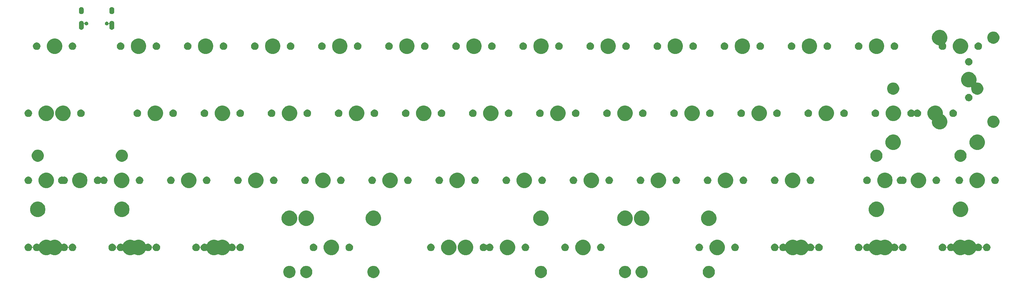
<source format=gts>
G04 #@! TF.GenerationSoftware,KiCad,Pcbnew,(5.1.2)-1*
G04 #@! TF.CreationDate,2019-05-25T02:09:17-07:00*
G04 #@! TF.ProjectId,Voyager50,566f7961-6765-4723-9530-2e6b69636164,rev?*
G04 #@! TF.SameCoordinates,Original*
G04 #@! TF.FileFunction,Soldermask,Top*
G04 #@! TF.FilePolarity,Negative*
%FSLAX46Y46*%
G04 Gerber Fmt 4.6, Leading zero omitted, Abs format (unit mm)*
G04 Created by KiCad (PCBNEW (5.1.2)-1) date 2019-05-25 02:09:17*
%MOMM*%
%LPD*%
G04 APERTURE LIST*
%ADD10C,0.100000*%
G04 APERTURE END LIST*
D10*
G36*
X233754348Y-102142668D02*
G01*
X233865372Y-102164752D01*
X233995330Y-102218583D01*
X234179119Y-102294710D01*
X234461485Y-102483381D01*
X234701619Y-102723515D01*
X234890290Y-103005881D01*
X235020248Y-103319629D01*
X235086500Y-103652699D01*
X235086500Y-103992301D01*
X235020248Y-104325371D01*
X234890290Y-104639119D01*
X234701619Y-104921485D01*
X234461485Y-105161619D01*
X234179119Y-105350290D01*
X233995330Y-105426418D01*
X233865372Y-105480248D01*
X233754348Y-105502332D01*
X233532301Y-105546500D01*
X233192699Y-105546500D01*
X232970652Y-105502332D01*
X232859628Y-105480248D01*
X232729670Y-105426418D01*
X232545881Y-105350290D01*
X232263515Y-105161619D01*
X232023381Y-104921485D01*
X231834710Y-104639119D01*
X231704752Y-104325371D01*
X231638500Y-103992301D01*
X231638500Y-103652699D01*
X231704752Y-103319629D01*
X231834710Y-103005881D01*
X232023381Y-102723515D01*
X232263515Y-102483381D01*
X232545881Y-102294710D01*
X232729670Y-102218582D01*
X232859628Y-102164752D01*
X232970652Y-102142668D01*
X233192699Y-102098500D01*
X233532301Y-102098500D01*
X233754348Y-102142668D01*
X233754348Y-102142668D01*
G37*
G36*
X119454348Y-102142668D02*
G01*
X119565372Y-102164752D01*
X119695330Y-102218583D01*
X119879119Y-102294710D01*
X120161485Y-102483381D01*
X120401619Y-102723515D01*
X120590290Y-103005881D01*
X120720248Y-103319629D01*
X120786500Y-103652699D01*
X120786500Y-103992301D01*
X120720248Y-104325371D01*
X120590290Y-104639119D01*
X120401619Y-104921485D01*
X120161485Y-105161619D01*
X119879119Y-105350290D01*
X119695330Y-105426418D01*
X119565372Y-105480248D01*
X119454348Y-105502332D01*
X119232301Y-105546500D01*
X118892699Y-105546500D01*
X118670652Y-105502332D01*
X118559628Y-105480248D01*
X118429670Y-105426418D01*
X118245881Y-105350290D01*
X117963515Y-105161619D01*
X117723381Y-104921485D01*
X117534710Y-104639119D01*
X117404752Y-104325371D01*
X117338500Y-103992301D01*
X117338500Y-103652699D01*
X117404752Y-103319629D01*
X117534710Y-103005881D01*
X117723381Y-102723515D01*
X117963515Y-102483381D01*
X118245881Y-102294710D01*
X118429670Y-102218582D01*
X118559628Y-102164752D01*
X118670652Y-102142668D01*
X118892699Y-102098500D01*
X119232301Y-102098500D01*
X119454348Y-102142668D01*
X119454348Y-102142668D01*
G37*
G36*
X114698198Y-102142668D02*
G01*
X114809222Y-102164752D01*
X114939180Y-102218583D01*
X115122969Y-102294710D01*
X115405335Y-102483381D01*
X115645469Y-102723515D01*
X115834140Y-103005881D01*
X115964098Y-103319629D01*
X116030350Y-103652699D01*
X116030350Y-103992301D01*
X115964098Y-104325371D01*
X115834140Y-104639119D01*
X115645469Y-104921485D01*
X115405335Y-105161619D01*
X115122969Y-105350290D01*
X114939180Y-105426418D01*
X114809222Y-105480248D01*
X114698198Y-105502332D01*
X114476151Y-105546500D01*
X114098449Y-105546500D01*
X113876402Y-105502332D01*
X113765378Y-105480248D01*
X113635420Y-105426418D01*
X113451631Y-105350290D01*
X113169265Y-105161619D01*
X112929131Y-104921485D01*
X112740460Y-104639119D01*
X112610502Y-104325371D01*
X112544250Y-103992301D01*
X112544250Y-103652699D01*
X112610502Y-103319629D01*
X112740460Y-103005881D01*
X112929131Y-102723515D01*
X113169265Y-102483381D01*
X113451631Y-102294710D01*
X113635420Y-102218582D01*
X113765378Y-102164752D01*
X113876402Y-102142668D01*
X114098449Y-102098500D01*
X114476151Y-102098500D01*
X114698198Y-102142668D01*
X114698198Y-102142668D01*
G37*
G36*
X209973598Y-102142668D02*
G01*
X210084622Y-102164752D01*
X210214580Y-102218583D01*
X210398369Y-102294710D01*
X210680735Y-102483381D01*
X210920869Y-102723515D01*
X211109540Y-103005881D01*
X211239498Y-103319629D01*
X211305750Y-103652699D01*
X211305750Y-103992301D01*
X211239498Y-104325371D01*
X211109540Y-104639119D01*
X210920869Y-104921485D01*
X210680735Y-105161619D01*
X210398369Y-105350290D01*
X210214580Y-105426418D01*
X210084622Y-105480248D01*
X209973598Y-105502332D01*
X209751551Y-105546500D01*
X209411949Y-105546500D01*
X209189902Y-105502332D01*
X209078878Y-105480248D01*
X208948920Y-105426418D01*
X208765131Y-105350290D01*
X208482765Y-105161619D01*
X208242631Y-104921485D01*
X208053960Y-104639119D01*
X207924002Y-104325371D01*
X207857750Y-103992301D01*
X207857750Y-103652699D01*
X207924002Y-103319629D01*
X208053960Y-103005881D01*
X208242631Y-102723515D01*
X208482765Y-102483381D01*
X208765131Y-102294710D01*
X208948920Y-102218582D01*
X209078878Y-102164752D01*
X209189902Y-102142668D01*
X209411949Y-102098500D01*
X209751551Y-102098500D01*
X209973598Y-102142668D01*
X209973598Y-102142668D01*
G37*
G36*
X186097598Y-102142668D02*
G01*
X186208622Y-102164752D01*
X186338580Y-102218583D01*
X186522369Y-102294710D01*
X186804735Y-102483381D01*
X187044869Y-102723515D01*
X187233540Y-103005881D01*
X187363498Y-103319629D01*
X187429750Y-103652699D01*
X187429750Y-103992301D01*
X187363498Y-104325371D01*
X187233540Y-104639119D01*
X187044869Y-104921485D01*
X186804735Y-105161619D01*
X186522369Y-105350290D01*
X186338580Y-105426418D01*
X186208622Y-105480248D01*
X186097598Y-105502332D01*
X185875551Y-105546500D01*
X185535949Y-105546500D01*
X185313902Y-105502332D01*
X185202878Y-105480248D01*
X185072920Y-105426418D01*
X184889131Y-105350290D01*
X184606765Y-105161619D01*
X184366631Y-104921485D01*
X184177960Y-104639119D01*
X184048002Y-104325371D01*
X183981750Y-103992301D01*
X183981750Y-103652699D01*
X184048002Y-103319629D01*
X184177960Y-103005881D01*
X184366631Y-102723515D01*
X184606765Y-102483381D01*
X184889131Y-102294710D01*
X185072920Y-102218582D01*
X185202878Y-102164752D01*
X185313902Y-102142668D01*
X185535949Y-102098500D01*
X185875551Y-102098500D01*
X186097598Y-102142668D01*
X186097598Y-102142668D01*
G37*
G36*
X138536098Y-102142668D02*
G01*
X138647122Y-102164752D01*
X138777080Y-102218583D01*
X138960869Y-102294710D01*
X139243235Y-102483381D01*
X139483369Y-102723515D01*
X139672040Y-103005881D01*
X139801998Y-103319629D01*
X139868250Y-103652699D01*
X139868250Y-103992301D01*
X139801998Y-104325371D01*
X139672040Y-104639119D01*
X139483369Y-104921485D01*
X139243235Y-105161619D01*
X138960869Y-105350290D01*
X138777080Y-105426418D01*
X138647122Y-105480248D01*
X138536098Y-105502332D01*
X138314051Y-105546500D01*
X137974449Y-105546500D01*
X137752402Y-105502332D01*
X137641378Y-105480248D01*
X137511420Y-105426418D01*
X137327631Y-105350290D01*
X137045265Y-105161619D01*
X136805131Y-104921485D01*
X136616460Y-104639119D01*
X136486502Y-104325371D01*
X136420250Y-103992301D01*
X136420250Y-103652699D01*
X136486502Y-103319629D01*
X136616460Y-103005881D01*
X136805131Y-102723515D01*
X137045265Y-102483381D01*
X137327631Y-102294710D01*
X137511420Y-102218582D01*
X137641378Y-102164752D01*
X137752402Y-102142668D01*
X137974449Y-102098500D01*
X138314051Y-102098500D01*
X138536098Y-102142668D01*
X138536098Y-102142668D01*
G37*
G36*
X214697998Y-102142668D02*
G01*
X214809022Y-102164752D01*
X214938980Y-102218583D01*
X215122769Y-102294710D01*
X215405135Y-102483381D01*
X215645269Y-102723515D01*
X215833940Y-103005881D01*
X215963898Y-103319629D01*
X216030150Y-103652699D01*
X216030150Y-103992301D01*
X215963898Y-104325371D01*
X215833940Y-104639119D01*
X215645269Y-104921485D01*
X215405135Y-105161619D01*
X215122769Y-105350290D01*
X214938980Y-105426418D01*
X214809022Y-105480248D01*
X214697998Y-105502332D01*
X214475951Y-105546500D01*
X214136349Y-105546500D01*
X213914302Y-105502332D01*
X213803278Y-105480248D01*
X213673320Y-105426418D01*
X213489531Y-105350290D01*
X213207165Y-105161619D01*
X212967031Y-104921485D01*
X212778360Y-104639119D01*
X212648402Y-104325371D01*
X212582150Y-103992301D01*
X212582150Y-103652699D01*
X212648402Y-103319629D01*
X212778360Y-103005881D01*
X212967031Y-102723515D01*
X213207165Y-102483381D01*
X213489531Y-102294710D01*
X213673320Y-102218582D01*
X213803278Y-102164752D01*
X213914302Y-102142668D01*
X214136349Y-102098500D01*
X214475951Y-102098500D01*
X214697998Y-102142668D01*
X214697998Y-102142668D01*
G37*
G36*
X257814936Y-94727910D02*
G01*
X257980317Y-94796413D01*
X258214201Y-94893291D01*
X258296187Y-94948072D01*
X258317790Y-94959619D01*
X258341239Y-94966732D01*
X258365625Y-94969134D01*
X258390011Y-94966732D01*
X258413460Y-94959619D01*
X258435063Y-94948072D01*
X258517049Y-94893291D01*
X258750933Y-94796413D01*
X258916314Y-94727910D01*
X259340168Y-94643600D01*
X259772332Y-94643600D01*
X260196186Y-94727910D01*
X260361567Y-94796413D01*
X260595451Y-94893291D01*
X260954780Y-95133387D01*
X261260363Y-95438970D01*
X261500459Y-95798299D01*
X261523436Y-95853770D01*
X261534983Y-95875373D01*
X261550528Y-95894315D01*
X261569470Y-95909861D01*
X261591081Y-95921412D01*
X261614530Y-95928525D01*
X261638916Y-95930927D01*
X261663302Y-95928525D01*
X261686751Y-95921412D01*
X261708362Y-95909861D01*
X261745798Y-95884847D01*
X261860399Y-95837378D01*
X261941434Y-95803812D01*
X262045278Y-95783156D01*
X262149121Y-95762500D01*
X262360879Y-95762500D01*
X262464722Y-95783156D01*
X262568566Y-95803812D01*
X262625866Y-95827547D01*
X262764203Y-95884847D01*
X262940272Y-96002493D01*
X263090007Y-96152228D01*
X263207653Y-96328297D01*
X263288688Y-96523934D01*
X263323028Y-96696571D01*
X263330141Y-96720019D01*
X263341692Y-96741630D01*
X263357238Y-96760572D01*
X263376180Y-96776117D01*
X263397790Y-96787668D01*
X263421239Y-96794781D01*
X263445625Y-96797183D01*
X263470012Y-96794781D01*
X263493460Y-96787668D01*
X263515071Y-96776117D01*
X263534013Y-96760571D01*
X263549558Y-96741629D01*
X263561109Y-96720019D01*
X263568222Y-96696571D01*
X263602562Y-96523934D01*
X263683597Y-96328297D01*
X263801243Y-96152228D01*
X263950978Y-96002493D01*
X264127047Y-95884847D01*
X264265384Y-95827547D01*
X264322684Y-95803812D01*
X264426528Y-95783156D01*
X264530371Y-95762500D01*
X264742129Y-95762500D01*
X264845972Y-95783156D01*
X264949816Y-95803812D01*
X265007116Y-95827547D01*
X265145453Y-95884847D01*
X265321522Y-96002493D01*
X265471257Y-96152228D01*
X265588903Y-96328297D01*
X265669938Y-96523935D01*
X265711250Y-96731621D01*
X265711250Y-96943379D01*
X265669938Y-97151065D01*
X265588903Y-97346703D01*
X265471257Y-97522772D01*
X265321522Y-97672507D01*
X265145453Y-97790153D01*
X265007116Y-97847453D01*
X264949816Y-97871188D01*
X264922105Y-97876700D01*
X264742129Y-97912500D01*
X264530371Y-97912500D01*
X264350395Y-97876700D01*
X264322684Y-97871188D01*
X264265384Y-97847453D01*
X264127047Y-97790153D01*
X263950978Y-97672507D01*
X263801243Y-97522772D01*
X263683597Y-97346703D01*
X263602562Y-97151066D01*
X263568222Y-96978429D01*
X263561109Y-96954981D01*
X263549558Y-96933370D01*
X263534012Y-96914428D01*
X263515070Y-96898883D01*
X263493460Y-96887332D01*
X263470011Y-96880219D01*
X263445625Y-96877817D01*
X263421238Y-96880219D01*
X263397790Y-96887332D01*
X263376179Y-96898883D01*
X263357237Y-96914429D01*
X263341692Y-96933371D01*
X263330141Y-96954981D01*
X263323028Y-96978429D01*
X263288688Y-97151066D01*
X263207653Y-97346703D01*
X263090007Y-97522772D01*
X262940272Y-97672507D01*
X262764203Y-97790153D01*
X262625866Y-97847453D01*
X262568566Y-97871188D01*
X262540855Y-97876700D01*
X262360879Y-97912500D01*
X262149121Y-97912500D01*
X261969145Y-97876700D01*
X261941434Y-97871188D01*
X261820842Y-97821237D01*
X261745798Y-97790153D01*
X261708362Y-97765139D01*
X261686751Y-97753588D01*
X261663303Y-97746475D01*
X261638916Y-97744073D01*
X261614530Y-97746475D01*
X261591081Y-97753588D01*
X261569471Y-97765139D01*
X261550529Y-97780684D01*
X261534983Y-97799626D01*
X261523436Y-97821230D01*
X261500459Y-97876701D01*
X261260363Y-98236030D01*
X260954780Y-98541613D01*
X260595451Y-98781709D01*
X260361567Y-98878587D01*
X260196186Y-98947090D01*
X259772332Y-99031400D01*
X259340168Y-99031400D01*
X258916314Y-98947090D01*
X258750933Y-98878587D01*
X258517049Y-98781709D01*
X258435063Y-98726928D01*
X258413460Y-98715381D01*
X258390011Y-98708268D01*
X258365625Y-98705866D01*
X258341239Y-98708268D01*
X258317790Y-98715381D01*
X258296187Y-98726928D01*
X258214201Y-98781709D01*
X257980317Y-98878587D01*
X257814936Y-98947090D01*
X257391082Y-99031400D01*
X256958918Y-99031400D01*
X256535064Y-98947090D01*
X256369683Y-98878587D01*
X256135799Y-98781709D01*
X255776470Y-98541613D01*
X255470887Y-98236030D01*
X255230791Y-97876701D01*
X255207814Y-97821230D01*
X255196267Y-97799627D01*
X255180722Y-97780685D01*
X255161780Y-97765139D01*
X255140169Y-97753588D01*
X255116720Y-97746475D01*
X255092334Y-97744073D01*
X255067948Y-97746475D01*
X255044499Y-97753588D01*
X255022888Y-97765139D01*
X254985452Y-97790153D01*
X254910408Y-97821237D01*
X254789816Y-97871188D01*
X254762105Y-97876700D01*
X254582129Y-97912500D01*
X254370371Y-97912500D01*
X254190395Y-97876700D01*
X254162684Y-97871188D01*
X254105384Y-97847453D01*
X253967047Y-97790153D01*
X253790978Y-97672507D01*
X253641243Y-97522772D01*
X253523597Y-97346703D01*
X253442562Y-97151066D01*
X253408222Y-96978429D01*
X253401109Y-96954981D01*
X253389558Y-96933370D01*
X253374012Y-96914428D01*
X253355070Y-96898883D01*
X253333460Y-96887332D01*
X253310011Y-96880219D01*
X253285625Y-96877817D01*
X253261238Y-96880219D01*
X253237790Y-96887332D01*
X253216179Y-96898883D01*
X253197237Y-96914429D01*
X253181692Y-96933371D01*
X253170141Y-96954981D01*
X253163028Y-96978429D01*
X253128688Y-97151066D01*
X253047653Y-97346703D01*
X252930007Y-97522772D01*
X252780272Y-97672507D01*
X252604203Y-97790153D01*
X252465866Y-97847453D01*
X252408566Y-97871188D01*
X252380855Y-97876700D01*
X252200879Y-97912500D01*
X251989121Y-97912500D01*
X251809145Y-97876700D01*
X251781434Y-97871188D01*
X251724134Y-97847453D01*
X251585797Y-97790153D01*
X251409728Y-97672507D01*
X251259993Y-97522772D01*
X251142347Y-97346703D01*
X251061312Y-97151065D01*
X251020000Y-96943379D01*
X251020000Y-96731621D01*
X251061312Y-96523935D01*
X251142347Y-96328297D01*
X251259993Y-96152228D01*
X251409728Y-96002493D01*
X251585797Y-95884847D01*
X251724134Y-95827547D01*
X251781434Y-95803812D01*
X251885278Y-95783156D01*
X251989121Y-95762500D01*
X252200879Y-95762500D01*
X252304722Y-95783156D01*
X252408566Y-95803812D01*
X252465866Y-95827547D01*
X252604203Y-95884847D01*
X252780272Y-96002493D01*
X252930007Y-96152228D01*
X253047653Y-96328297D01*
X253128688Y-96523934D01*
X253163028Y-96696571D01*
X253170141Y-96720019D01*
X253181692Y-96741630D01*
X253197238Y-96760572D01*
X253216180Y-96776117D01*
X253237790Y-96787668D01*
X253261239Y-96794781D01*
X253285625Y-96797183D01*
X253310012Y-96794781D01*
X253333460Y-96787668D01*
X253355071Y-96776117D01*
X253374013Y-96760571D01*
X253389558Y-96741629D01*
X253401109Y-96720019D01*
X253408222Y-96696571D01*
X253442562Y-96523934D01*
X253523597Y-96328297D01*
X253641243Y-96152228D01*
X253790978Y-96002493D01*
X253967047Y-95884847D01*
X254105384Y-95827547D01*
X254162684Y-95803812D01*
X254266528Y-95783156D01*
X254370371Y-95762500D01*
X254582129Y-95762500D01*
X254685972Y-95783156D01*
X254789816Y-95803812D01*
X254870851Y-95837378D01*
X254985452Y-95884847D01*
X255022888Y-95909861D01*
X255044499Y-95921412D01*
X255067947Y-95928525D01*
X255092334Y-95930927D01*
X255116720Y-95928525D01*
X255140169Y-95921412D01*
X255161779Y-95909861D01*
X255180721Y-95894316D01*
X255196267Y-95875374D01*
X255207814Y-95853770D01*
X255230791Y-95798299D01*
X255470887Y-95438970D01*
X255776470Y-95133387D01*
X256135799Y-94893291D01*
X256369683Y-94796413D01*
X256535064Y-94727910D01*
X256958918Y-94643600D01*
X257391082Y-94643600D01*
X257814936Y-94727910D01*
X257814936Y-94727910D01*
G37*
G36*
X198283686Y-94727910D02*
G01*
X198449067Y-94796413D01*
X198682951Y-94893291D01*
X199042280Y-95133387D01*
X199347863Y-95438970D01*
X199587959Y-95798299D01*
X199627730Y-95894315D01*
X199753340Y-96197564D01*
X199837650Y-96621418D01*
X199837650Y-97053582D01*
X199753340Y-97477436D01*
X199734561Y-97522772D01*
X199587959Y-97876701D01*
X199347863Y-98236030D01*
X199042280Y-98541613D01*
X198682951Y-98781709D01*
X198449067Y-98878587D01*
X198283686Y-98947090D01*
X197859832Y-99031400D01*
X197427668Y-99031400D01*
X197003814Y-98947090D01*
X196838433Y-98878587D01*
X196604549Y-98781709D01*
X196245220Y-98541613D01*
X195939637Y-98236030D01*
X195699541Y-97876701D01*
X195552939Y-97522772D01*
X195534160Y-97477436D01*
X195449850Y-97053582D01*
X195449850Y-96621418D01*
X195534160Y-96197564D01*
X195659770Y-95894315D01*
X195699541Y-95798299D01*
X195939637Y-95438970D01*
X196245220Y-95133387D01*
X196604549Y-94893291D01*
X196838433Y-94796413D01*
X197003814Y-94727910D01*
X197427668Y-94643600D01*
X197859832Y-94643600D01*
X198283686Y-94727910D01*
X198283686Y-94727910D01*
G37*
G36*
X93508686Y-94727910D02*
G01*
X93674067Y-94796413D01*
X93907951Y-94893291D01*
X93989937Y-94948072D01*
X94011540Y-94959619D01*
X94034989Y-94966732D01*
X94059375Y-94969134D01*
X94083761Y-94966732D01*
X94107210Y-94959619D01*
X94128813Y-94948072D01*
X94210799Y-94893291D01*
X94444683Y-94796413D01*
X94610064Y-94727910D01*
X95033918Y-94643600D01*
X95466082Y-94643600D01*
X95889936Y-94727910D01*
X96055317Y-94796413D01*
X96289201Y-94893291D01*
X96648530Y-95133387D01*
X96954113Y-95438970D01*
X97194209Y-95798299D01*
X97217186Y-95853770D01*
X97228733Y-95875373D01*
X97244278Y-95894315D01*
X97263220Y-95909861D01*
X97284831Y-95921412D01*
X97308280Y-95928525D01*
X97332666Y-95930927D01*
X97357052Y-95928525D01*
X97380501Y-95921412D01*
X97402112Y-95909861D01*
X97439548Y-95884847D01*
X97554149Y-95837378D01*
X97635184Y-95803812D01*
X97739028Y-95783156D01*
X97842871Y-95762500D01*
X98054629Y-95762500D01*
X98158472Y-95783156D01*
X98262316Y-95803812D01*
X98319616Y-95827547D01*
X98457953Y-95884847D01*
X98634022Y-96002493D01*
X98783757Y-96152228D01*
X98901403Y-96328297D01*
X98982438Y-96523934D01*
X99016778Y-96696571D01*
X99023891Y-96720019D01*
X99035442Y-96741630D01*
X99050988Y-96760572D01*
X99069930Y-96776117D01*
X99091540Y-96787668D01*
X99114989Y-96794781D01*
X99139375Y-96797183D01*
X99163762Y-96794781D01*
X99187210Y-96787668D01*
X99208821Y-96776117D01*
X99227763Y-96760571D01*
X99243308Y-96741629D01*
X99254859Y-96720019D01*
X99261972Y-96696571D01*
X99296312Y-96523934D01*
X99377347Y-96328297D01*
X99494993Y-96152228D01*
X99644728Y-96002493D01*
X99820797Y-95884847D01*
X99959134Y-95827547D01*
X100016434Y-95803812D01*
X100120278Y-95783156D01*
X100224121Y-95762500D01*
X100435879Y-95762500D01*
X100539722Y-95783156D01*
X100643566Y-95803812D01*
X100700866Y-95827547D01*
X100839203Y-95884847D01*
X101015272Y-96002493D01*
X101165007Y-96152228D01*
X101282653Y-96328297D01*
X101363688Y-96523935D01*
X101405000Y-96731621D01*
X101405000Y-96943379D01*
X101363688Y-97151065D01*
X101282653Y-97346703D01*
X101165007Y-97522772D01*
X101015272Y-97672507D01*
X100839203Y-97790153D01*
X100700866Y-97847453D01*
X100643566Y-97871188D01*
X100615855Y-97876700D01*
X100435879Y-97912500D01*
X100224121Y-97912500D01*
X100044145Y-97876700D01*
X100016434Y-97871188D01*
X99959134Y-97847453D01*
X99820797Y-97790153D01*
X99644728Y-97672507D01*
X99494993Y-97522772D01*
X99377347Y-97346703D01*
X99296312Y-97151066D01*
X99261972Y-96978429D01*
X99254859Y-96954981D01*
X99243308Y-96933370D01*
X99227762Y-96914428D01*
X99208820Y-96898883D01*
X99187210Y-96887332D01*
X99163761Y-96880219D01*
X99139375Y-96877817D01*
X99114988Y-96880219D01*
X99091540Y-96887332D01*
X99069929Y-96898883D01*
X99050987Y-96914429D01*
X99035442Y-96933371D01*
X99023891Y-96954981D01*
X99016778Y-96978429D01*
X98982438Y-97151066D01*
X98901403Y-97346703D01*
X98783757Y-97522772D01*
X98634022Y-97672507D01*
X98457953Y-97790153D01*
X98319616Y-97847453D01*
X98262316Y-97871188D01*
X98234605Y-97876700D01*
X98054629Y-97912500D01*
X97842871Y-97912500D01*
X97662895Y-97876700D01*
X97635184Y-97871188D01*
X97514592Y-97821237D01*
X97439548Y-97790153D01*
X97402112Y-97765139D01*
X97380501Y-97753588D01*
X97357053Y-97746475D01*
X97332666Y-97744073D01*
X97308280Y-97746475D01*
X97284831Y-97753588D01*
X97263221Y-97765139D01*
X97244279Y-97780684D01*
X97228733Y-97799626D01*
X97217186Y-97821230D01*
X97194209Y-97876701D01*
X96954113Y-98236030D01*
X96648530Y-98541613D01*
X96289201Y-98781709D01*
X96055317Y-98878587D01*
X95889936Y-98947090D01*
X95466082Y-99031400D01*
X95033918Y-99031400D01*
X94610064Y-98947090D01*
X94444683Y-98878587D01*
X94210799Y-98781709D01*
X94128813Y-98726928D01*
X94107210Y-98715381D01*
X94083761Y-98708268D01*
X94059375Y-98705866D01*
X94034989Y-98708268D01*
X94011540Y-98715381D01*
X93989937Y-98726928D01*
X93907951Y-98781709D01*
X93674067Y-98878587D01*
X93508686Y-98947090D01*
X93084832Y-99031400D01*
X92652668Y-99031400D01*
X92228814Y-98947090D01*
X92063433Y-98878587D01*
X91829549Y-98781709D01*
X91470220Y-98541613D01*
X91164637Y-98236030D01*
X90924541Y-97876701D01*
X90901564Y-97821230D01*
X90890017Y-97799627D01*
X90874472Y-97780685D01*
X90855530Y-97765139D01*
X90833919Y-97753588D01*
X90810470Y-97746475D01*
X90786084Y-97744073D01*
X90761698Y-97746475D01*
X90738249Y-97753588D01*
X90716638Y-97765139D01*
X90679202Y-97790153D01*
X90604158Y-97821237D01*
X90483566Y-97871188D01*
X90455855Y-97876700D01*
X90275879Y-97912500D01*
X90064121Y-97912500D01*
X89884145Y-97876700D01*
X89856434Y-97871188D01*
X89799134Y-97847453D01*
X89660797Y-97790153D01*
X89484728Y-97672507D01*
X89334993Y-97522772D01*
X89217347Y-97346703D01*
X89136312Y-97151066D01*
X89101972Y-96978429D01*
X89094859Y-96954981D01*
X89083308Y-96933370D01*
X89067762Y-96914428D01*
X89048820Y-96898883D01*
X89027210Y-96887332D01*
X89003761Y-96880219D01*
X88979375Y-96877817D01*
X88954988Y-96880219D01*
X88931540Y-96887332D01*
X88909929Y-96898883D01*
X88890987Y-96914429D01*
X88875442Y-96933371D01*
X88863891Y-96954981D01*
X88856778Y-96978429D01*
X88822438Y-97151066D01*
X88741403Y-97346703D01*
X88623757Y-97522772D01*
X88474022Y-97672507D01*
X88297953Y-97790153D01*
X88159616Y-97847453D01*
X88102316Y-97871188D01*
X88074605Y-97876700D01*
X87894629Y-97912500D01*
X87682871Y-97912500D01*
X87502895Y-97876700D01*
X87475184Y-97871188D01*
X87417884Y-97847453D01*
X87279547Y-97790153D01*
X87103478Y-97672507D01*
X86953743Y-97522772D01*
X86836097Y-97346703D01*
X86755062Y-97151065D01*
X86713750Y-96943379D01*
X86713750Y-96731621D01*
X86755062Y-96523935D01*
X86836097Y-96328297D01*
X86953743Y-96152228D01*
X87103478Y-96002493D01*
X87279547Y-95884847D01*
X87417884Y-95827547D01*
X87475184Y-95803812D01*
X87579028Y-95783156D01*
X87682871Y-95762500D01*
X87894629Y-95762500D01*
X87998472Y-95783156D01*
X88102316Y-95803812D01*
X88159616Y-95827547D01*
X88297953Y-95884847D01*
X88474022Y-96002493D01*
X88623757Y-96152228D01*
X88741403Y-96328297D01*
X88822438Y-96523934D01*
X88856778Y-96696571D01*
X88863891Y-96720019D01*
X88875442Y-96741630D01*
X88890988Y-96760572D01*
X88909930Y-96776117D01*
X88931540Y-96787668D01*
X88954989Y-96794781D01*
X88979375Y-96797183D01*
X89003762Y-96794781D01*
X89027210Y-96787668D01*
X89048821Y-96776117D01*
X89067763Y-96760571D01*
X89083308Y-96741629D01*
X89094859Y-96720019D01*
X89101972Y-96696571D01*
X89136312Y-96523934D01*
X89217347Y-96328297D01*
X89334993Y-96152228D01*
X89484728Y-96002493D01*
X89660797Y-95884847D01*
X89799134Y-95827547D01*
X89856434Y-95803812D01*
X89960278Y-95783156D01*
X90064121Y-95762500D01*
X90275879Y-95762500D01*
X90379722Y-95783156D01*
X90483566Y-95803812D01*
X90564601Y-95837378D01*
X90679202Y-95884847D01*
X90716638Y-95909861D01*
X90738249Y-95921412D01*
X90761697Y-95928525D01*
X90786084Y-95930927D01*
X90810470Y-95928525D01*
X90833919Y-95921412D01*
X90855529Y-95909861D01*
X90874471Y-95894316D01*
X90890017Y-95875374D01*
X90901564Y-95853770D01*
X90924541Y-95798299D01*
X91164637Y-95438970D01*
X91470220Y-95133387D01*
X91829549Y-94893291D01*
X92063433Y-94796413D01*
X92228814Y-94727910D01*
X92652668Y-94643600D01*
X93084832Y-94643600D01*
X93508686Y-94727910D01*
X93508686Y-94727910D01*
G37*
G36*
X69696186Y-94727910D02*
G01*
X69861567Y-94796413D01*
X70095451Y-94893291D01*
X70177437Y-94948072D01*
X70199040Y-94959619D01*
X70222489Y-94966732D01*
X70246875Y-94969134D01*
X70271261Y-94966732D01*
X70294710Y-94959619D01*
X70316313Y-94948072D01*
X70398299Y-94893291D01*
X70632183Y-94796413D01*
X70797564Y-94727910D01*
X71221418Y-94643600D01*
X71653582Y-94643600D01*
X72077436Y-94727910D01*
X72242817Y-94796413D01*
X72476701Y-94893291D01*
X72836030Y-95133387D01*
X73141613Y-95438970D01*
X73381709Y-95798299D01*
X73404686Y-95853770D01*
X73416233Y-95875373D01*
X73431778Y-95894315D01*
X73450720Y-95909861D01*
X73472331Y-95921412D01*
X73495780Y-95928525D01*
X73520166Y-95930927D01*
X73544552Y-95928525D01*
X73568001Y-95921412D01*
X73589612Y-95909861D01*
X73627048Y-95884847D01*
X73741649Y-95837378D01*
X73822684Y-95803812D01*
X73926528Y-95783156D01*
X74030371Y-95762500D01*
X74242129Y-95762500D01*
X74345972Y-95783156D01*
X74449816Y-95803812D01*
X74507116Y-95827547D01*
X74645453Y-95884847D01*
X74821522Y-96002493D01*
X74971257Y-96152228D01*
X75088903Y-96328297D01*
X75169938Y-96523934D01*
X75204278Y-96696571D01*
X75211391Y-96720019D01*
X75222942Y-96741630D01*
X75238488Y-96760572D01*
X75257430Y-96776117D01*
X75279040Y-96787668D01*
X75302489Y-96794781D01*
X75326875Y-96797183D01*
X75351262Y-96794781D01*
X75374710Y-96787668D01*
X75396321Y-96776117D01*
X75415263Y-96760571D01*
X75430808Y-96741629D01*
X75442359Y-96720019D01*
X75449472Y-96696571D01*
X75483812Y-96523934D01*
X75564847Y-96328297D01*
X75682493Y-96152228D01*
X75832228Y-96002493D01*
X76008297Y-95884847D01*
X76146634Y-95827547D01*
X76203934Y-95803812D01*
X76307778Y-95783156D01*
X76411621Y-95762500D01*
X76623379Y-95762500D01*
X76727222Y-95783156D01*
X76831066Y-95803812D01*
X76888366Y-95827547D01*
X77026703Y-95884847D01*
X77202772Y-96002493D01*
X77352507Y-96152228D01*
X77470153Y-96328297D01*
X77551188Y-96523935D01*
X77592500Y-96731621D01*
X77592500Y-96943379D01*
X77551188Y-97151065D01*
X77470153Y-97346703D01*
X77352507Y-97522772D01*
X77202772Y-97672507D01*
X77026703Y-97790153D01*
X76888366Y-97847453D01*
X76831066Y-97871188D01*
X76803355Y-97876700D01*
X76623379Y-97912500D01*
X76411621Y-97912500D01*
X76231645Y-97876700D01*
X76203934Y-97871188D01*
X76146634Y-97847453D01*
X76008297Y-97790153D01*
X75832228Y-97672507D01*
X75682493Y-97522772D01*
X75564847Y-97346703D01*
X75483812Y-97151066D01*
X75449472Y-96978429D01*
X75442359Y-96954981D01*
X75430808Y-96933370D01*
X75415262Y-96914428D01*
X75396320Y-96898883D01*
X75374710Y-96887332D01*
X75351261Y-96880219D01*
X75326875Y-96877817D01*
X75302488Y-96880219D01*
X75279040Y-96887332D01*
X75257429Y-96898883D01*
X75238487Y-96914429D01*
X75222942Y-96933371D01*
X75211391Y-96954981D01*
X75204278Y-96978429D01*
X75169938Y-97151066D01*
X75088903Y-97346703D01*
X74971257Y-97522772D01*
X74821522Y-97672507D01*
X74645453Y-97790153D01*
X74507116Y-97847453D01*
X74449816Y-97871188D01*
X74422105Y-97876700D01*
X74242129Y-97912500D01*
X74030371Y-97912500D01*
X73850395Y-97876700D01*
X73822684Y-97871188D01*
X73702092Y-97821237D01*
X73627048Y-97790153D01*
X73589612Y-97765139D01*
X73568001Y-97753588D01*
X73544553Y-97746475D01*
X73520166Y-97744073D01*
X73495780Y-97746475D01*
X73472331Y-97753588D01*
X73450721Y-97765139D01*
X73431779Y-97780684D01*
X73416233Y-97799626D01*
X73404686Y-97821230D01*
X73381709Y-97876701D01*
X73141613Y-98236030D01*
X72836030Y-98541613D01*
X72476701Y-98781709D01*
X72242817Y-98878587D01*
X72077436Y-98947090D01*
X71653582Y-99031400D01*
X71221418Y-99031400D01*
X70797564Y-98947090D01*
X70632183Y-98878587D01*
X70398299Y-98781709D01*
X70316313Y-98726928D01*
X70294710Y-98715381D01*
X70271261Y-98708268D01*
X70246875Y-98705866D01*
X70222489Y-98708268D01*
X70199040Y-98715381D01*
X70177437Y-98726928D01*
X70095451Y-98781709D01*
X69861567Y-98878587D01*
X69696186Y-98947090D01*
X69272332Y-99031400D01*
X68840168Y-99031400D01*
X68416314Y-98947090D01*
X68250933Y-98878587D01*
X68017049Y-98781709D01*
X67657720Y-98541613D01*
X67352137Y-98236030D01*
X67112041Y-97876701D01*
X67089064Y-97821230D01*
X67077517Y-97799627D01*
X67061972Y-97780685D01*
X67043030Y-97765139D01*
X67021419Y-97753588D01*
X66997970Y-97746475D01*
X66973584Y-97744073D01*
X66949198Y-97746475D01*
X66925749Y-97753588D01*
X66904138Y-97765139D01*
X66866702Y-97790153D01*
X66791658Y-97821237D01*
X66671066Y-97871188D01*
X66643355Y-97876700D01*
X66463379Y-97912500D01*
X66251621Y-97912500D01*
X66071645Y-97876700D01*
X66043934Y-97871188D01*
X65986634Y-97847453D01*
X65848297Y-97790153D01*
X65672228Y-97672507D01*
X65522493Y-97522772D01*
X65404847Y-97346703D01*
X65323812Y-97151066D01*
X65289472Y-96978429D01*
X65282359Y-96954981D01*
X65270808Y-96933370D01*
X65255262Y-96914428D01*
X65236320Y-96898883D01*
X65214710Y-96887332D01*
X65191261Y-96880219D01*
X65166875Y-96877817D01*
X65142488Y-96880219D01*
X65119040Y-96887332D01*
X65097429Y-96898883D01*
X65078487Y-96914429D01*
X65062942Y-96933371D01*
X65051391Y-96954981D01*
X65044278Y-96978429D01*
X65009938Y-97151066D01*
X64928903Y-97346703D01*
X64811257Y-97522772D01*
X64661522Y-97672507D01*
X64485453Y-97790153D01*
X64347116Y-97847453D01*
X64289816Y-97871188D01*
X64262105Y-97876700D01*
X64082129Y-97912500D01*
X63870371Y-97912500D01*
X63690395Y-97876700D01*
X63662684Y-97871188D01*
X63605384Y-97847453D01*
X63467047Y-97790153D01*
X63290978Y-97672507D01*
X63141243Y-97522772D01*
X63023597Y-97346703D01*
X62942562Y-97151065D01*
X62901250Y-96943379D01*
X62901250Y-96731621D01*
X62942562Y-96523935D01*
X63023597Y-96328297D01*
X63141243Y-96152228D01*
X63290978Y-96002493D01*
X63467047Y-95884847D01*
X63605384Y-95827547D01*
X63662684Y-95803812D01*
X63766528Y-95783156D01*
X63870371Y-95762500D01*
X64082129Y-95762500D01*
X64185972Y-95783156D01*
X64289816Y-95803812D01*
X64347116Y-95827547D01*
X64485453Y-95884847D01*
X64661522Y-96002493D01*
X64811257Y-96152228D01*
X64928903Y-96328297D01*
X65009938Y-96523934D01*
X65044278Y-96696571D01*
X65051391Y-96720019D01*
X65062942Y-96741630D01*
X65078488Y-96760572D01*
X65097430Y-96776117D01*
X65119040Y-96787668D01*
X65142489Y-96794781D01*
X65166875Y-96797183D01*
X65191262Y-96794781D01*
X65214710Y-96787668D01*
X65236321Y-96776117D01*
X65255263Y-96760571D01*
X65270808Y-96741629D01*
X65282359Y-96720019D01*
X65289472Y-96696571D01*
X65323812Y-96523934D01*
X65404847Y-96328297D01*
X65522493Y-96152228D01*
X65672228Y-96002493D01*
X65848297Y-95884847D01*
X65986634Y-95827547D01*
X66043934Y-95803812D01*
X66147778Y-95783156D01*
X66251621Y-95762500D01*
X66463379Y-95762500D01*
X66567222Y-95783156D01*
X66671066Y-95803812D01*
X66752101Y-95837378D01*
X66866702Y-95884847D01*
X66904138Y-95909861D01*
X66925749Y-95921412D01*
X66949197Y-95928525D01*
X66973584Y-95930927D01*
X66997970Y-95928525D01*
X67021419Y-95921412D01*
X67043029Y-95909861D01*
X67061971Y-95894316D01*
X67077517Y-95875374D01*
X67089064Y-95853770D01*
X67112041Y-95798299D01*
X67352137Y-95438970D01*
X67657720Y-95133387D01*
X68017049Y-94893291D01*
X68250933Y-94796413D01*
X68416314Y-94727910D01*
X68840168Y-94643600D01*
X69272332Y-94643600D01*
X69696186Y-94727910D01*
X69696186Y-94727910D01*
G37*
G36*
X126846186Y-94727910D02*
G01*
X127011567Y-94796413D01*
X127245451Y-94893291D01*
X127604780Y-95133387D01*
X127910363Y-95438970D01*
X128150459Y-95798299D01*
X128190230Y-95894315D01*
X128315840Y-96197564D01*
X128400150Y-96621418D01*
X128400150Y-97053582D01*
X128315840Y-97477436D01*
X128297061Y-97522772D01*
X128150459Y-97876701D01*
X127910363Y-98236030D01*
X127604780Y-98541613D01*
X127245451Y-98781709D01*
X127011567Y-98878587D01*
X126846186Y-98947090D01*
X126422332Y-99031400D01*
X125990168Y-99031400D01*
X125566314Y-98947090D01*
X125400933Y-98878587D01*
X125167049Y-98781709D01*
X124807720Y-98541613D01*
X124502137Y-98236030D01*
X124262041Y-97876701D01*
X124115439Y-97522772D01*
X124096660Y-97477436D01*
X124012350Y-97053582D01*
X124012350Y-96621418D01*
X124096660Y-96197564D01*
X124222270Y-95894315D01*
X124262041Y-95798299D01*
X124502137Y-95438970D01*
X124807720Y-95133387D01*
X125167049Y-94893291D01*
X125400933Y-94796413D01*
X125566314Y-94727910D01*
X125990168Y-94643600D01*
X126422332Y-94643600D01*
X126846186Y-94727910D01*
X126846186Y-94727910D01*
G37*
G36*
X160183686Y-94727910D02*
G01*
X160349067Y-94796413D01*
X160582951Y-94893291D01*
X160942280Y-95133387D01*
X161247863Y-95438970D01*
X161487959Y-95798299D01*
X161527730Y-95894315D01*
X161653340Y-96197564D01*
X161737650Y-96621418D01*
X161737650Y-97053582D01*
X161653340Y-97477436D01*
X161634561Y-97522772D01*
X161487959Y-97876701D01*
X161247863Y-98236030D01*
X160942280Y-98541613D01*
X160582951Y-98781709D01*
X160349067Y-98878587D01*
X160183686Y-98947090D01*
X159759832Y-99031400D01*
X159327668Y-99031400D01*
X158903814Y-98947090D01*
X158738433Y-98878587D01*
X158504549Y-98781709D01*
X158145220Y-98541613D01*
X157839637Y-98236030D01*
X157599541Y-97876701D01*
X157452939Y-97522772D01*
X157434160Y-97477436D01*
X157349850Y-97053582D01*
X157349850Y-96621418D01*
X157434160Y-96197564D01*
X157559770Y-95894315D01*
X157599541Y-95798299D01*
X157839637Y-95438970D01*
X158145220Y-95133387D01*
X158504549Y-94893291D01*
X158738433Y-94796413D01*
X158903814Y-94727910D01*
X159327668Y-94643600D01*
X159759832Y-94643600D01*
X160183686Y-94727910D01*
X160183686Y-94727910D01*
G37*
G36*
X164946186Y-94727910D02*
G01*
X165111567Y-94796413D01*
X165345451Y-94893291D01*
X165704780Y-95133387D01*
X166010363Y-95438970D01*
X166250459Y-95798299D01*
X166290230Y-95894315D01*
X166415840Y-96197564D01*
X166500150Y-96621418D01*
X166500150Y-97053582D01*
X166415840Y-97477436D01*
X166397061Y-97522772D01*
X166250459Y-97876701D01*
X166010363Y-98236030D01*
X165704780Y-98541613D01*
X165345451Y-98781709D01*
X165111567Y-98878587D01*
X164946186Y-98947090D01*
X164522332Y-99031400D01*
X164090168Y-99031400D01*
X163666314Y-98947090D01*
X163500933Y-98878587D01*
X163267049Y-98781709D01*
X162907720Y-98541613D01*
X162602137Y-98236030D01*
X162362041Y-97876701D01*
X162215439Y-97522772D01*
X162196660Y-97477436D01*
X162112350Y-97053582D01*
X162112350Y-96621418D01*
X162196660Y-96197564D01*
X162322270Y-95894315D01*
X162362041Y-95798299D01*
X162602137Y-95438970D01*
X162907720Y-95133387D01*
X163267049Y-94893291D01*
X163500933Y-94796413D01*
X163666314Y-94727910D01*
X164090168Y-94643600D01*
X164522332Y-94643600D01*
X164946186Y-94727910D01*
X164946186Y-94727910D01*
G37*
G36*
X176852436Y-94727910D02*
G01*
X177017817Y-94796413D01*
X177251701Y-94893291D01*
X177611030Y-95133387D01*
X177916613Y-95438970D01*
X178156709Y-95798299D01*
X178196480Y-95894315D01*
X178322090Y-96197564D01*
X178406400Y-96621418D01*
X178406400Y-97053582D01*
X178322090Y-97477436D01*
X178303311Y-97522772D01*
X178156709Y-97876701D01*
X177916613Y-98236030D01*
X177611030Y-98541613D01*
X177251701Y-98781709D01*
X177017817Y-98878587D01*
X176852436Y-98947090D01*
X176428582Y-99031400D01*
X175996418Y-99031400D01*
X175572564Y-98947090D01*
X175407183Y-98878587D01*
X175173299Y-98781709D01*
X174813970Y-98541613D01*
X174508387Y-98236030D01*
X174268291Y-97876701D01*
X174121689Y-97522772D01*
X174102910Y-97477436D01*
X174018600Y-97053582D01*
X174018600Y-96621418D01*
X174102910Y-96197564D01*
X174228520Y-95894315D01*
X174268291Y-95798299D01*
X174508387Y-95438970D01*
X174813970Y-95133387D01*
X175173299Y-94893291D01*
X175407183Y-94796413D01*
X175572564Y-94727910D01*
X175996418Y-94643600D01*
X176428582Y-94643600D01*
X176852436Y-94727910D01*
X176852436Y-94727910D01*
G37*
G36*
X236383686Y-94727910D02*
G01*
X236549067Y-94796413D01*
X236782951Y-94893291D01*
X237142280Y-95133387D01*
X237447863Y-95438970D01*
X237687959Y-95798299D01*
X237727730Y-95894315D01*
X237853340Y-96197564D01*
X237937650Y-96621418D01*
X237937650Y-97053582D01*
X237853340Y-97477436D01*
X237834561Y-97522772D01*
X237687959Y-97876701D01*
X237447863Y-98236030D01*
X237142280Y-98541613D01*
X236782951Y-98781709D01*
X236549067Y-98878587D01*
X236383686Y-98947090D01*
X235959832Y-99031400D01*
X235527668Y-99031400D01*
X235103814Y-98947090D01*
X234938433Y-98878587D01*
X234704549Y-98781709D01*
X234345220Y-98541613D01*
X234039637Y-98236030D01*
X233799541Y-97876701D01*
X233652939Y-97522772D01*
X233634160Y-97477436D01*
X233549850Y-97053582D01*
X233549850Y-96621418D01*
X233634160Y-96197564D01*
X233759770Y-95894315D01*
X233799541Y-95798299D01*
X234039637Y-95438970D01*
X234345220Y-95133387D01*
X234704549Y-94893291D01*
X234938433Y-94796413D01*
X235103814Y-94727910D01*
X235527668Y-94643600D01*
X235959832Y-94643600D01*
X236383686Y-94727910D01*
X236383686Y-94727910D01*
G37*
G36*
X281627436Y-94727910D02*
G01*
X281792817Y-94796413D01*
X282026701Y-94893291D01*
X282108687Y-94948072D01*
X282130290Y-94959619D01*
X282153739Y-94966732D01*
X282178125Y-94969134D01*
X282202511Y-94966732D01*
X282225960Y-94959619D01*
X282247563Y-94948072D01*
X282329549Y-94893291D01*
X282563433Y-94796413D01*
X282728814Y-94727910D01*
X283152668Y-94643600D01*
X283584832Y-94643600D01*
X284008686Y-94727910D01*
X284174067Y-94796413D01*
X284407951Y-94893291D01*
X284767280Y-95133387D01*
X285072863Y-95438970D01*
X285312959Y-95798299D01*
X285335936Y-95853770D01*
X285347483Y-95875373D01*
X285363028Y-95894315D01*
X285381970Y-95909861D01*
X285403581Y-95921412D01*
X285427030Y-95928525D01*
X285451416Y-95930927D01*
X285475802Y-95928525D01*
X285499251Y-95921412D01*
X285520862Y-95909861D01*
X285558298Y-95884847D01*
X285672899Y-95837378D01*
X285753934Y-95803812D01*
X285857778Y-95783156D01*
X285961621Y-95762500D01*
X286173379Y-95762500D01*
X286277222Y-95783156D01*
X286381066Y-95803812D01*
X286438366Y-95827547D01*
X286576703Y-95884847D01*
X286752772Y-96002493D01*
X286902507Y-96152228D01*
X287020153Y-96328297D01*
X287101188Y-96523934D01*
X287135528Y-96696571D01*
X287142641Y-96720019D01*
X287154192Y-96741630D01*
X287169738Y-96760572D01*
X287188680Y-96776117D01*
X287210290Y-96787668D01*
X287233739Y-96794781D01*
X287258125Y-96797183D01*
X287282512Y-96794781D01*
X287305960Y-96787668D01*
X287327571Y-96776117D01*
X287346513Y-96760571D01*
X287362058Y-96741629D01*
X287373609Y-96720019D01*
X287380722Y-96696571D01*
X287415062Y-96523934D01*
X287496097Y-96328297D01*
X287613743Y-96152228D01*
X287763478Y-96002493D01*
X287939547Y-95884847D01*
X288077884Y-95827547D01*
X288135184Y-95803812D01*
X288239028Y-95783156D01*
X288342871Y-95762500D01*
X288554629Y-95762500D01*
X288658472Y-95783156D01*
X288762316Y-95803812D01*
X288819616Y-95827547D01*
X288957953Y-95884847D01*
X289134022Y-96002493D01*
X289283757Y-96152228D01*
X289401403Y-96328297D01*
X289482438Y-96523935D01*
X289523750Y-96731621D01*
X289523750Y-96943379D01*
X289482438Y-97151065D01*
X289401403Y-97346703D01*
X289283757Y-97522772D01*
X289134022Y-97672507D01*
X288957953Y-97790153D01*
X288819616Y-97847453D01*
X288762316Y-97871188D01*
X288734605Y-97876700D01*
X288554629Y-97912500D01*
X288342871Y-97912500D01*
X288162895Y-97876700D01*
X288135184Y-97871188D01*
X288077884Y-97847453D01*
X287939547Y-97790153D01*
X287763478Y-97672507D01*
X287613743Y-97522772D01*
X287496097Y-97346703D01*
X287415062Y-97151066D01*
X287380722Y-96978429D01*
X287373609Y-96954981D01*
X287362058Y-96933370D01*
X287346512Y-96914428D01*
X287327570Y-96898883D01*
X287305960Y-96887332D01*
X287282511Y-96880219D01*
X287258125Y-96877817D01*
X287233738Y-96880219D01*
X287210290Y-96887332D01*
X287188679Y-96898883D01*
X287169737Y-96914429D01*
X287154192Y-96933371D01*
X287142641Y-96954981D01*
X287135528Y-96978429D01*
X287101188Y-97151066D01*
X287020153Y-97346703D01*
X286902507Y-97522772D01*
X286752772Y-97672507D01*
X286576703Y-97790153D01*
X286438366Y-97847453D01*
X286381066Y-97871188D01*
X286353355Y-97876700D01*
X286173379Y-97912500D01*
X285961621Y-97912500D01*
X285781645Y-97876700D01*
X285753934Y-97871188D01*
X285633342Y-97821237D01*
X285558298Y-97790153D01*
X285520862Y-97765139D01*
X285499251Y-97753588D01*
X285475803Y-97746475D01*
X285451416Y-97744073D01*
X285427030Y-97746475D01*
X285403581Y-97753588D01*
X285381971Y-97765139D01*
X285363029Y-97780684D01*
X285347483Y-97799626D01*
X285335936Y-97821230D01*
X285312959Y-97876701D01*
X285072863Y-98236030D01*
X284767280Y-98541613D01*
X284407951Y-98781709D01*
X284174067Y-98878587D01*
X284008686Y-98947090D01*
X283584832Y-99031400D01*
X283152668Y-99031400D01*
X282728814Y-98947090D01*
X282563433Y-98878587D01*
X282329549Y-98781709D01*
X282247563Y-98726928D01*
X282225960Y-98715381D01*
X282202511Y-98708268D01*
X282178125Y-98705866D01*
X282153739Y-98708268D01*
X282130290Y-98715381D01*
X282108687Y-98726928D01*
X282026701Y-98781709D01*
X281792817Y-98878587D01*
X281627436Y-98947090D01*
X281203582Y-99031400D01*
X280771418Y-99031400D01*
X280347564Y-98947090D01*
X280182183Y-98878587D01*
X279948299Y-98781709D01*
X279588970Y-98541613D01*
X279283387Y-98236030D01*
X279043291Y-97876701D01*
X279020314Y-97821230D01*
X279008767Y-97799627D01*
X278993222Y-97780685D01*
X278974280Y-97765139D01*
X278952669Y-97753588D01*
X278929220Y-97746475D01*
X278904834Y-97744073D01*
X278880448Y-97746475D01*
X278856999Y-97753588D01*
X278835388Y-97765139D01*
X278797952Y-97790153D01*
X278722908Y-97821237D01*
X278602316Y-97871188D01*
X278574605Y-97876700D01*
X278394629Y-97912500D01*
X278182871Y-97912500D01*
X278002895Y-97876700D01*
X277975184Y-97871188D01*
X277917884Y-97847453D01*
X277779547Y-97790153D01*
X277603478Y-97672507D01*
X277453743Y-97522772D01*
X277336097Y-97346703D01*
X277255062Y-97151066D01*
X277220722Y-96978429D01*
X277213609Y-96954981D01*
X277202058Y-96933370D01*
X277186512Y-96914428D01*
X277167570Y-96898883D01*
X277145960Y-96887332D01*
X277122511Y-96880219D01*
X277098125Y-96877817D01*
X277073738Y-96880219D01*
X277050290Y-96887332D01*
X277028679Y-96898883D01*
X277009737Y-96914429D01*
X276994192Y-96933371D01*
X276982641Y-96954981D01*
X276975528Y-96978429D01*
X276941188Y-97151066D01*
X276860153Y-97346703D01*
X276742507Y-97522772D01*
X276592772Y-97672507D01*
X276416703Y-97790153D01*
X276278366Y-97847453D01*
X276221066Y-97871188D01*
X276193355Y-97876700D01*
X276013379Y-97912500D01*
X275801621Y-97912500D01*
X275621645Y-97876700D01*
X275593934Y-97871188D01*
X275536634Y-97847453D01*
X275398297Y-97790153D01*
X275222228Y-97672507D01*
X275072493Y-97522772D01*
X274954847Y-97346703D01*
X274873812Y-97151065D01*
X274832500Y-96943379D01*
X274832500Y-96731621D01*
X274873812Y-96523935D01*
X274954847Y-96328297D01*
X275072493Y-96152228D01*
X275222228Y-96002493D01*
X275398297Y-95884847D01*
X275536634Y-95827547D01*
X275593934Y-95803812D01*
X275697778Y-95783156D01*
X275801621Y-95762500D01*
X276013379Y-95762500D01*
X276117222Y-95783156D01*
X276221066Y-95803812D01*
X276278366Y-95827547D01*
X276416703Y-95884847D01*
X276592772Y-96002493D01*
X276742507Y-96152228D01*
X276860153Y-96328297D01*
X276941188Y-96523934D01*
X276975528Y-96696571D01*
X276982641Y-96720019D01*
X276994192Y-96741630D01*
X277009738Y-96760572D01*
X277028680Y-96776117D01*
X277050290Y-96787668D01*
X277073739Y-96794781D01*
X277098125Y-96797183D01*
X277122512Y-96794781D01*
X277145960Y-96787668D01*
X277167571Y-96776117D01*
X277186513Y-96760571D01*
X277202058Y-96741629D01*
X277213609Y-96720019D01*
X277220722Y-96696571D01*
X277255062Y-96523934D01*
X277336097Y-96328297D01*
X277453743Y-96152228D01*
X277603478Y-96002493D01*
X277779547Y-95884847D01*
X277917884Y-95827547D01*
X277975184Y-95803812D01*
X278079028Y-95783156D01*
X278182871Y-95762500D01*
X278394629Y-95762500D01*
X278498472Y-95783156D01*
X278602316Y-95803812D01*
X278683351Y-95837378D01*
X278797952Y-95884847D01*
X278835388Y-95909861D01*
X278856999Y-95921412D01*
X278880447Y-95928525D01*
X278904834Y-95930927D01*
X278929220Y-95928525D01*
X278952669Y-95921412D01*
X278974279Y-95909861D01*
X278993221Y-95894316D01*
X279008767Y-95875374D01*
X279020314Y-95853770D01*
X279043291Y-95798299D01*
X279283387Y-95438970D01*
X279588970Y-95133387D01*
X279948299Y-94893291D01*
X280182183Y-94796413D01*
X280347564Y-94727910D01*
X280771418Y-94643600D01*
X281203582Y-94643600D01*
X281627436Y-94727910D01*
X281627436Y-94727910D01*
G37*
G36*
X45883686Y-94727910D02*
G01*
X46049067Y-94796413D01*
X46282951Y-94893291D01*
X46364937Y-94948072D01*
X46386540Y-94959619D01*
X46409989Y-94966732D01*
X46434375Y-94969134D01*
X46458761Y-94966732D01*
X46482210Y-94959619D01*
X46503813Y-94948072D01*
X46585799Y-94893291D01*
X46819683Y-94796413D01*
X46985064Y-94727910D01*
X47408918Y-94643600D01*
X47841082Y-94643600D01*
X48264936Y-94727910D01*
X48430317Y-94796413D01*
X48664201Y-94893291D01*
X49023530Y-95133387D01*
X49329113Y-95438970D01*
X49569209Y-95798299D01*
X49592186Y-95853770D01*
X49603733Y-95875373D01*
X49619278Y-95894315D01*
X49638220Y-95909861D01*
X49659831Y-95921412D01*
X49683280Y-95928525D01*
X49707666Y-95930927D01*
X49732052Y-95928525D01*
X49755501Y-95921412D01*
X49777112Y-95909861D01*
X49814548Y-95884847D01*
X49929149Y-95837378D01*
X50010184Y-95803812D01*
X50114028Y-95783156D01*
X50217871Y-95762500D01*
X50429629Y-95762500D01*
X50533472Y-95783156D01*
X50637316Y-95803812D01*
X50694616Y-95827547D01*
X50832953Y-95884847D01*
X51009022Y-96002493D01*
X51158757Y-96152228D01*
X51276403Y-96328297D01*
X51357438Y-96523934D01*
X51391778Y-96696571D01*
X51398891Y-96720019D01*
X51410442Y-96741630D01*
X51425988Y-96760572D01*
X51444930Y-96776117D01*
X51466540Y-96787668D01*
X51489989Y-96794781D01*
X51514375Y-96797183D01*
X51538762Y-96794781D01*
X51562210Y-96787668D01*
X51583821Y-96776117D01*
X51602763Y-96760571D01*
X51618308Y-96741629D01*
X51629859Y-96720019D01*
X51636972Y-96696571D01*
X51671312Y-96523934D01*
X51752347Y-96328297D01*
X51869993Y-96152228D01*
X52019728Y-96002493D01*
X52195797Y-95884847D01*
X52334134Y-95827547D01*
X52391434Y-95803812D01*
X52495278Y-95783156D01*
X52599121Y-95762500D01*
X52810879Y-95762500D01*
X52914722Y-95783156D01*
X53018566Y-95803812D01*
X53075866Y-95827547D01*
X53214203Y-95884847D01*
X53390272Y-96002493D01*
X53540007Y-96152228D01*
X53657653Y-96328297D01*
X53738688Y-96523935D01*
X53780000Y-96731621D01*
X53780000Y-96943379D01*
X53738688Y-97151065D01*
X53657653Y-97346703D01*
X53540007Y-97522772D01*
X53390272Y-97672507D01*
X53214203Y-97790153D01*
X53075866Y-97847453D01*
X53018566Y-97871188D01*
X52990855Y-97876700D01*
X52810879Y-97912500D01*
X52599121Y-97912500D01*
X52419145Y-97876700D01*
X52391434Y-97871188D01*
X52334134Y-97847453D01*
X52195797Y-97790153D01*
X52019728Y-97672507D01*
X51869993Y-97522772D01*
X51752347Y-97346703D01*
X51671312Y-97151066D01*
X51636972Y-96978429D01*
X51629859Y-96954981D01*
X51618308Y-96933370D01*
X51602762Y-96914428D01*
X51583820Y-96898883D01*
X51562210Y-96887332D01*
X51538761Y-96880219D01*
X51514375Y-96877817D01*
X51489988Y-96880219D01*
X51466540Y-96887332D01*
X51444929Y-96898883D01*
X51425987Y-96914429D01*
X51410442Y-96933371D01*
X51398891Y-96954981D01*
X51391778Y-96978429D01*
X51357438Y-97151066D01*
X51276403Y-97346703D01*
X51158757Y-97522772D01*
X51009022Y-97672507D01*
X50832953Y-97790153D01*
X50694616Y-97847453D01*
X50637316Y-97871188D01*
X50609605Y-97876700D01*
X50429629Y-97912500D01*
X50217871Y-97912500D01*
X50037895Y-97876700D01*
X50010184Y-97871188D01*
X49889592Y-97821237D01*
X49814548Y-97790153D01*
X49777112Y-97765139D01*
X49755501Y-97753588D01*
X49732053Y-97746475D01*
X49707666Y-97744073D01*
X49683280Y-97746475D01*
X49659831Y-97753588D01*
X49638221Y-97765139D01*
X49619279Y-97780684D01*
X49603733Y-97799626D01*
X49592186Y-97821230D01*
X49569209Y-97876701D01*
X49329113Y-98236030D01*
X49023530Y-98541613D01*
X48664201Y-98781709D01*
X48430317Y-98878587D01*
X48264936Y-98947090D01*
X47841082Y-99031400D01*
X47408918Y-99031400D01*
X46985064Y-98947090D01*
X46819683Y-98878587D01*
X46585799Y-98781709D01*
X46503813Y-98726928D01*
X46482210Y-98715381D01*
X46458761Y-98708268D01*
X46434375Y-98705866D01*
X46409989Y-98708268D01*
X46386540Y-98715381D01*
X46364937Y-98726928D01*
X46282951Y-98781709D01*
X46049067Y-98878587D01*
X45883686Y-98947090D01*
X45459832Y-99031400D01*
X45027668Y-99031400D01*
X44603814Y-98947090D01*
X44438433Y-98878587D01*
X44204549Y-98781709D01*
X43845220Y-98541613D01*
X43539637Y-98236030D01*
X43299541Y-97876701D01*
X43276564Y-97821230D01*
X43265017Y-97799627D01*
X43249472Y-97780685D01*
X43230530Y-97765139D01*
X43208919Y-97753588D01*
X43185470Y-97746475D01*
X43161084Y-97744073D01*
X43136698Y-97746475D01*
X43113249Y-97753588D01*
X43091638Y-97765139D01*
X43054202Y-97790153D01*
X42979158Y-97821237D01*
X42858566Y-97871188D01*
X42830855Y-97876700D01*
X42650879Y-97912500D01*
X42439121Y-97912500D01*
X42259145Y-97876700D01*
X42231434Y-97871188D01*
X42174134Y-97847453D01*
X42035797Y-97790153D01*
X41859728Y-97672507D01*
X41709993Y-97522772D01*
X41592347Y-97346703D01*
X41511312Y-97151066D01*
X41476972Y-96978429D01*
X41469859Y-96954981D01*
X41458308Y-96933370D01*
X41442762Y-96914428D01*
X41423820Y-96898883D01*
X41402210Y-96887332D01*
X41378761Y-96880219D01*
X41354375Y-96877817D01*
X41329988Y-96880219D01*
X41306540Y-96887332D01*
X41284929Y-96898883D01*
X41265987Y-96914429D01*
X41250442Y-96933371D01*
X41238891Y-96954981D01*
X41231778Y-96978429D01*
X41197438Y-97151066D01*
X41116403Y-97346703D01*
X40998757Y-97522772D01*
X40849022Y-97672507D01*
X40672953Y-97790153D01*
X40534616Y-97847453D01*
X40477316Y-97871188D01*
X40449605Y-97876700D01*
X40269629Y-97912500D01*
X40057871Y-97912500D01*
X39877895Y-97876700D01*
X39850184Y-97871188D01*
X39792884Y-97847453D01*
X39654547Y-97790153D01*
X39478478Y-97672507D01*
X39328743Y-97522772D01*
X39211097Y-97346703D01*
X39130062Y-97151065D01*
X39088750Y-96943379D01*
X39088750Y-96731621D01*
X39130062Y-96523935D01*
X39211097Y-96328297D01*
X39328743Y-96152228D01*
X39478478Y-96002493D01*
X39654547Y-95884847D01*
X39792884Y-95827547D01*
X39850184Y-95803812D01*
X39954028Y-95783156D01*
X40057871Y-95762500D01*
X40269629Y-95762500D01*
X40373472Y-95783156D01*
X40477316Y-95803812D01*
X40534616Y-95827547D01*
X40672953Y-95884847D01*
X40849022Y-96002493D01*
X40998757Y-96152228D01*
X41116403Y-96328297D01*
X41197438Y-96523934D01*
X41231778Y-96696571D01*
X41238891Y-96720019D01*
X41250442Y-96741630D01*
X41265988Y-96760572D01*
X41284930Y-96776117D01*
X41306540Y-96787668D01*
X41329989Y-96794781D01*
X41354375Y-96797183D01*
X41378762Y-96794781D01*
X41402210Y-96787668D01*
X41423821Y-96776117D01*
X41442763Y-96760571D01*
X41458308Y-96741629D01*
X41469859Y-96720019D01*
X41476972Y-96696571D01*
X41511312Y-96523934D01*
X41592347Y-96328297D01*
X41709993Y-96152228D01*
X41859728Y-96002493D01*
X42035797Y-95884847D01*
X42174134Y-95827547D01*
X42231434Y-95803812D01*
X42335278Y-95783156D01*
X42439121Y-95762500D01*
X42650879Y-95762500D01*
X42754722Y-95783156D01*
X42858566Y-95803812D01*
X42939601Y-95837378D01*
X43054202Y-95884847D01*
X43091638Y-95909861D01*
X43113249Y-95921412D01*
X43136697Y-95928525D01*
X43161084Y-95930927D01*
X43185470Y-95928525D01*
X43208919Y-95921412D01*
X43230529Y-95909861D01*
X43249471Y-95894316D01*
X43265017Y-95875374D01*
X43276564Y-95853770D01*
X43299541Y-95798299D01*
X43539637Y-95438970D01*
X43845220Y-95133387D01*
X44204549Y-94893291D01*
X44438433Y-94796413D01*
X44603814Y-94727910D01*
X45027668Y-94643600D01*
X45459832Y-94643600D01*
X45883686Y-94727910D01*
X45883686Y-94727910D01*
G37*
G36*
X305439936Y-94727910D02*
G01*
X305605317Y-94796413D01*
X305839201Y-94893291D01*
X305921187Y-94948072D01*
X305942790Y-94959619D01*
X305966239Y-94966732D01*
X305990625Y-94969134D01*
X306015011Y-94966732D01*
X306038460Y-94959619D01*
X306060063Y-94948072D01*
X306142049Y-94893291D01*
X306375933Y-94796413D01*
X306541314Y-94727910D01*
X306965168Y-94643600D01*
X307397332Y-94643600D01*
X307821186Y-94727910D01*
X307986567Y-94796413D01*
X308220451Y-94893291D01*
X308579780Y-95133387D01*
X308885363Y-95438970D01*
X309125459Y-95798299D01*
X309148436Y-95853770D01*
X309159983Y-95875373D01*
X309175528Y-95894315D01*
X309194470Y-95909861D01*
X309216081Y-95921412D01*
X309239530Y-95928525D01*
X309263916Y-95930927D01*
X309288302Y-95928525D01*
X309311751Y-95921412D01*
X309333362Y-95909861D01*
X309370798Y-95884847D01*
X309485399Y-95837378D01*
X309566434Y-95803812D01*
X309670278Y-95783156D01*
X309774121Y-95762500D01*
X309985879Y-95762500D01*
X310089722Y-95783156D01*
X310193566Y-95803812D01*
X310250866Y-95827547D01*
X310389203Y-95884847D01*
X310565272Y-96002493D01*
X310715007Y-96152228D01*
X310832653Y-96328297D01*
X310913688Y-96523934D01*
X310948028Y-96696571D01*
X310955141Y-96720019D01*
X310966692Y-96741630D01*
X310982238Y-96760572D01*
X311001180Y-96776117D01*
X311022790Y-96787668D01*
X311046239Y-96794781D01*
X311070625Y-96797183D01*
X311095012Y-96794781D01*
X311118460Y-96787668D01*
X311140071Y-96776117D01*
X311159013Y-96760571D01*
X311174558Y-96741629D01*
X311186109Y-96720019D01*
X311193222Y-96696571D01*
X311227562Y-96523934D01*
X311308597Y-96328297D01*
X311426243Y-96152228D01*
X311575978Y-96002493D01*
X311752047Y-95884847D01*
X311890384Y-95827547D01*
X311947684Y-95803812D01*
X312051528Y-95783156D01*
X312155371Y-95762500D01*
X312367129Y-95762500D01*
X312470972Y-95783156D01*
X312574816Y-95803812D01*
X312632116Y-95827547D01*
X312770453Y-95884847D01*
X312946522Y-96002493D01*
X313096257Y-96152228D01*
X313213903Y-96328297D01*
X313294938Y-96523935D01*
X313336250Y-96731621D01*
X313336250Y-96943379D01*
X313294938Y-97151065D01*
X313213903Y-97346703D01*
X313096257Y-97522772D01*
X312946522Y-97672507D01*
X312770453Y-97790153D01*
X312632116Y-97847453D01*
X312574816Y-97871188D01*
X312547105Y-97876700D01*
X312367129Y-97912500D01*
X312155371Y-97912500D01*
X311975395Y-97876700D01*
X311947684Y-97871188D01*
X311890384Y-97847453D01*
X311752047Y-97790153D01*
X311575978Y-97672507D01*
X311426243Y-97522772D01*
X311308597Y-97346703D01*
X311227562Y-97151066D01*
X311193222Y-96978429D01*
X311186109Y-96954981D01*
X311174558Y-96933370D01*
X311159012Y-96914428D01*
X311140070Y-96898883D01*
X311118460Y-96887332D01*
X311095011Y-96880219D01*
X311070625Y-96877817D01*
X311046238Y-96880219D01*
X311022790Y-96887332D01*
X311001179Y-96898883D01*
X310982237Y-96914429D01*
X310966692Y-96933371D01*
X310955141Y-96954981D01*
X310948028Y-96978429D01*
X310913688Y-97151066D01*
X310832653Y-97346703D01*
X310715007Y-97522772D01*
X310565272Y-97672507D01*
X310389203Y-97790153D01*
X310250866Y-97847453D01*
X310193566Y-97871188D01*
X310165855Y-97876700D01*
X309985879Y-97912500D01*
X309774121Y-97912500D01*
X309594145Y-97876700D01*
X309566434Y-97871188D01*
X309445842Y-97821237D01*
X309370798Y-97790153D01*
X309333362Y-97765139D01*
X309311751Y-97753588D01*
X309288303Y-97746475D01*
X309263916Y-97744073D01*
X309239530Y-97746475D01*
X309216081Y-97753588D01*
X309194471Y-97765139D01*
X309175529Y-97780684D01*
X309159983Y-97799626D01*
X309148436Y-97821230D01*
X309125459Y-97876701D01*
X308885363Y-98236030D01*
X308579780Y-98541613D01*
X308220451Y-98781709D01*
X307986567Y-98878587D01*
X307821186Y-98947090D01*
X307397332Y-99031400D01*
X306965168Y-99031400D01*
X306541314Y-98947090D01*
X306375933Y-98878587D01*
X306142049Y-98781709D01*
X306060063Y-98726928D01*
X306038460Y-98715381D01*
X306015011Y-98708268D01*
X305990625Y-98705866D01*
X305966239Y-98708268D01*
X305942790Y-98715381D01*
X305921187Y-98726928D01*
X305839201Y-98781709D01*
X305605317Y-98878587D01*
X305439936Y-98947090D01*
X305016082Y-99031400D01*
X304583918Y-99031400D01*
X304160064Y-98947090D01*
X303994683Y-98878587D01*
X303760799Y-98781709D01*
X303401470Y-98541613D01*
X303095887Y-98236030D01*
X302855791Y-97876701D01*
X302832814Y-97821230D01*
X302821267Y-97799627D01*
X302805722Y-97780685D01*
X302786780Y-97765139D01*
X302765169Y-97753588D01*
X302741720Y-97746475D01*
X302717334Y-97744073D01*
X302692948Y-97746475D01*
X302669499Y-97753588D01*
X302647888Y-97765139D01*
X302610452Y-97790153D01*
X302535408Y-97821237D01*
X302414816Y-97871188D01*
X302387105Y-97876700D01*
X302207129Y-97912500D01*
X301995371Y-97912500D01*
X301815395Y-97876700D01*
X301787684Y-97871188D01*
X301730384Y-97847453D01*
X301592047Y-97790153D01*
X301415978Y-97672507D01*
X301266243Y-97522772D01*
X301148597Y-97346703D01*
X301067562Y-97151066D01*
X301033222Y-96978429D01*
X301026109Y-96954981D01*
X301014558Y-96933370D01*
X300999012Y-96914428D01*
X300980070Y-96898883D01*
X300958460Y-96887332D01*
X300935011Y-96880219D01*
X300910625Y-96877817D01*
X300886238Y-96880219D01*
X300862790Y-96887332D01*
X300841179Y-96898883D01*
X300822237Y-96914429D01*
X300806692Y-96933371D01*
X300795141Y-96954981D01*
X300788028Y-96978429D01*
X300753688Y-97151066D01*
X300672653Y-97346703D01*
X300555007Y-97522772D01*
X300405272Y-97672507D01*
X300229203Y-97790153D01*
X300090866Y-97847453D01*
X300033566Y-97871188D01*
X300005855Y-97876700D01*
X299825879Y-97912500D01*
X299614121Y-97912500D01*
X299434145Y-97876700D01*
X299406434Y-97871188D01*
X299349134Y-97847453D01*
X299210797Y-97790153D01*
X299034728Y-97672507D01*
X298884993Y-97522772D01*
X298767347Y-97346703D01*
X298686312Y-97151065D01*
X298645000Y-96943379D01*
X298645000Y-96731621D01*
X298686312Y-96523935D01*
X298767347Y-96328297D01*
X298884993Y-96152228D01*
X299034728Y-96002493D01*
X299210797Y-95884847D01*
X299349134Y-95827547D01*
X299406434Y-95803812D01*
X299510278Y-95783156D01*
X299614121Y-95762500D01*
X299825879Y-95762500D01*
X299929722Y-95783156D01*
X300033566Y-95803812D01*
X300090866Y-95827547D01*
X300229203Y-95884847D01*
X300405272Y-96002493D01*
X300555007Y-96152228D01*
X300672653Y-96328297D01*
X300753688Y-96523934D01*
X300788028Y-96696571D01*
X300795141Y-96720019D01*
X300806692Y-96741630D01*
X300822238Y-96760572D01*
X300841180Y-96776117D01*
X300862790Y-96787668D01*
X300886239Y-96794781D01*
X300910625Y-96797183D01*
X300935012Y-96794781D01*
X300958460Y-96787668D01*
X300980071Y-96776117D01*
X300999013Y-96760571D01*
X301014558Y-96741629D01*
X301026109Y-96720019D01*
X301033222Y-96696571D01*
X301067562Y-96523934D01*
X301148597Y-96328297D01*
X301266243Y-96152228D01*
X301415978Y-96002493D01*
X301592047Y-95884847D01*
X301730384Y-95827547D01*
X301787684Y-95803812D01*
X301891528Y-95783156D01*
X301995371Y-95762500D01*
X302207129Y-95762500D01*
X302310972Y-95783156D01*
X302414816Y-95803812D01*
X302495851Y-95837378D01*
X302610452Y-95884847D01*
X302647888Y-95909861D01*
X302669499Y-95921412D01*
X302692947Y-95928525D01*
X302717334Y-95930927D01*
X302741720Y-95928525D01*
X302765169Y-95921412D01*
X302786779Y-95909861D01*
X302805721Y-95894316D01*
X302821267Y-95875374D01*
X302832814Y-95853770D01*
X302855791Y-95798299D01*
X303095887Y-95438970D01*
X303401470Y-95133387D01*
X303760799Y-94893291D01*
X303994683Y-94796413D01*
X304160064Y-94727910D01*
X304583918Y-94643600D01*
X305016082Y-94643600D01*
X305439936Y-94727910D01*
X305439936Y-94727910D01*
G37*
G36*
X169595972Y-95783156D02*
G01*
X169699816Y-95803812D01*
X169757116Y-95827547D01*
X169895453Y-95884847D01*
X170071522Y-96002493D01*
X170170987Y-96101958D01*
X170189929Y-96117503D01*
X170211540Y-96129054D01*
X170234989Y-96136167D01*
X170259375Y-96138569D01*
X170283761Y-96136167D01*
X170307210Y-96129054D01*
X170328821Y-96117503D01*
X170347763Y-96101958D01*
X170447228Y-96002493D01*
X170623297Y-95884847D01*
X170761634Y-95827547D01*
X170818934Y-95803812D01*
X170922778Y-95783156D01*
X171026621Y-95762500D01*
X171238379Y-95762500D01*
X171342222Y-95783156D01*
X171446066Y-95803812D01*
X171503366Y-95827547D01*
X171641703Y-95884847D01*
X171817772Y-96002493D01*
X171967507Y-96152228D01*
X172085153Y-96328297D01*
X172166188Y-96523935D01*
X172207500Y-96731621D01*
X172207500Y-96943379D01*
X172166188Y-97151065D01*
X172085153Y-97346703D01*
X171967507Y-97522772D01*
X171817772Y-97672507D01*
X171641703Y-97790153D01*
X171503366Y-97847453D01*
X171446066Y-97871188D01*
X171418355Y-97876700D01*
X171238379Y-97912500D01*
X171026621Y-97912500D01*
X170846645Y-97876700D01*
X170818934Y-97871188D01*
X170761634Y-97847453D01*
X170623297Y-97790153D01*
X170447228Y-97672507D01*
X170347763Y-97573042D01*
X170328821Y-97557497D01*
X170307210Y-97545946D01*
X170283761Y-97538833D01*
X170259375Y-97536431D01*
X170234989Y-97538833D01*
X170211540Y-97545946D01*
X170189929Y-97557497D01*
X170170987Y-97573042D01*
X170071522Y-97672507D01*
X169895453Y-97790153D01*
X169757116Y-97847453D01*
X169699816Y-97871188D01*
X169672105Y-97876700D01*
X169492129Y-97912500D01*
X169280371Y-97912500D01*
X169100395Y-97876700D01*
X169072684Y-97871188D01*
X169015384Y-97847453D01*
X168877047Y-97790153D01*
X168700978Y-97672507D01*
X168551243Y-97522772D01*
X168433597Y-97346703D01*
X168352562Y-97151065D01*
X168311250Y-96943379D01*
X168311250Y-96731621D01*
X168352562Y-96523935D01*
X168433597Y-96328297D01*
X168551243Y-96152228D01*
X168700978Y-96002493D01*
X168877047Y-95884847D01*
X169015384Y-95827547D01*
X169072684Y-95803812D01*
X169176528Y-95783156D01*
X169280371Y-95762500D01*
X169492129Y-95762500D01*
X169595972Y-95783156D01*
X169595972Y-95783156D01*
G37*
G36*
X181502222Y-95783156D02*
G01*
X181606066Y-95803812D01*
X181663366Y-95827547D01*
X181801703Y-95884847D01*
X181977772Y-96002493D01*
X182127507Y-96152228D01*
X182245153Y-96328297D01*
X182326188Y-96523935D01*
X182367500Y-96731621D01*
X182367500Y-96943379D01*
X182326188Y-97151065D01*
X182245153Y-97346703D01*
X182127507Y-97522772D01*
X181977772Y-97672507D01*
X181801703Y-97790153D01*
X181663366Y-97847453D01*
X181606066Y-97871188D01*
X181578355Y-97876700D01*
X181398379Y-97912500D01*
X181186621Y-97912500D01*
X181006645Y-97876700D01*
X180978934Y-97871188D01*
X180921634Y-97847453D01*
X180783297Y-97790153D01*
X180607228Y-97672507D01*
X180457493Y-97522772D01*
X180339847Y-97346703D01*
X180258812Y-97151065D01*
X180217500Y-96943379D01*
X180217500Y-96731621D01*
X180258812Y-96523935D01*
X180339847Y-96328297D01*
X180457493Y-96152228D01*
X180607228Y-96002493D01*
X180783297Y-95884847D01*
X180921634Y-95827547D01*
X180978934Y-95803812D01*
X181082778Y-95783156D01*
X181186621Y-95762500D01*
X181398379Y-95762500D01*
X181502222Y-95783156D01*
X181502222Y-95783156D01*
G37*
G36*
X230873472Y-95783156D02*
G01*
X230977316Y-95803812D01*
X231034616Y-95827547D01*
X231172953Y-95884847D01*
X231349022Y-96002493D01*
X231498757Y-96152228D01*
X231616403Y-96328297D01*
X231697438Y-96523935D01*
X231738750Y-96731621D01*
X231738750Y-96943379D01*
X231697438Y-97151065D01*
X231616403Y-97346703D01*
X231498757Y-97522772D01*
X231349022Y-97672507D01*
X231172953Y-97790153D01*
X231034616Y-97847453D01*
X230977316Y-97871188D01*
X230949605Y-97876700D01*
X230769629Y-97912500D01*
X230557871Y-97912500D01*
X230377895Y-97876700D01*
X230350184Y-97871188D01*
X230292884Y-97847453D01*
X230154547Y-97790153D01*
X229978478Y-97672507D01*
X229828743Y-97522772D01*
X229711097Y-97346703D01*
X229630062Y-97151065D01*
X229588750Y-96943379D01*
X229588750Y-96731621D01*
X229630062Y-96523935D01*
X229711097Y-96328297D01*
X229828743Y-96152228D01*
X229978478Y-96002493D01*
X230154547Y-95884847D01*
X230292884Y-95827547D01*
X230350184Y-95803812D01*
X230454028Y-95783156D01*
X230557871Y-95762500D01*
X230769629Y-95762500D01*
X230873472Y-95783156D01*
X230873472Y-95783156D01*
G37*
G36*
X241033472Y-95783156D02*
G01*
X241137316Y-95803812D01*
X241194616Y-95827547D01*
X241332953Y-95884847D01*
X241509022Y-96002493D01*
X241658757Y-96152228D01*
X241776403Y-96328297D01*
X241857438Y-96523935D01*
X241898750Y-96731621D01*
X241898750Y-96943379D01*
X241857438Y-97151065D01*
X241776403Y-97346703D01*
X241658757Y-97522772D01*
X241509022Y-97672507D01*
X241332953Y-97790153D01*
X241194616Y-97847453D01*
X241137316Y-97871188D01*
X241109605Y-97876700D01*
X240929629Y-97912500D01*
X240717871Y-97912500D01*
X240537895Y-97876700D01*
X240510184Y-97871188D01*
X240452884Y-97847453D01*
X240314547Y-97790153D01*
X240138478Y-97672507D01*
X239988743Y-97522772D01*
X239871097Y-97346703D01*
X239790062Y-97151065D01*
X239748750Y-96943379D01*
X239748750Y-96731621D01*
X239790062Y-96523935D01*
X239871097Y-96328297D01*
X239988743Y-96152228D01*
X240138478Y-96002493D01*
X240314547Y-95884847D01*
X240452884Y-95827547D01*
X240510184Y-95803812D01*
X240614028Y-95783156D01*
X240717871Y-95762500D01*
X240929629Y-95762500D01*
X241033472Y-95783156D01*
X241033472Y-95783156D01*
G37*
G36*
X121335972Y-95783156D02*
G01*
X121439816Y-95803812D01*
X121497116Y-95827547D01*
X121635453Y-95884847D01*
X121811522Y-96002493D01*
X121961257Y-96152228D01*
X122078903Y-96328297D01*
X122159938Y-96523935D01*
X122201250Y-96731621D01*
X122201250Y-96943379D01*
X122159938Y-97151065D01*
X122078903Y-97346703D01*
X121961257Y-97522772D01*
X121811522Y-97672507D01*
X121635453Y-97790153D01*
X121497116Y-97847453D01*
X121439816Y-97871188D01*
X121412105Y-97876700D01*
X121232129Y-97912500D01*
X121020371Y-97912500D01*
X120840395Y-97876700D01*
X120812684Y-97871188D01*
X120755384Y-97847453D01*
X120617047Y-97790153D01*
X120440978Y-97672507D01*
X120291243Y-97522772D01*
X120173597Y-97346703D01*
X120092562Y-97151065D01*
X120051250Y-96943379D01*
X120051250Y-96731621D01*
X120092562Y-96523935D01*
X120173597Y-96328297D01*
X120291243Y-96152228D01*
X120440978Y-96002493D01*
X120617047Y-95884847D01*
X120755384Y-95827547D01*
X120812684Y-95803812D01*
X120916528Y-95783156D01*
X121020371Y-95762500D01*
X121232129Y-95762500D01*
X121335972Y-95783156D01*
X121335972Y-95783156D01*
G37*
G36*
X131495972Y-95783156D02*
G01*
X131599816Y-95803812D01*
X131657116Y-95827547D01*
X131795453Y-95884847D01*
X131971522Y-96002493D01*
X132121257Y-96152228D01*
X132238903Y-96328297D01*
X132319938Y-96523935D01*
X132361250Y-96731621D01*
X132361250Y-96943379D01*
X132319938Y-97151065D01*
X132238903Y-97346703D01*
X132121257Y-97522772D01*
X131971522Y-97672507D01*
X131795453Y-97790153D01*
X131657116Y-97847453D01*
X131599816Y-97871188D01*
X131572105Y-97876700D01*
X131392129Y-97912500D01*
X131180371Y-97912500D01*
X131000395Y-97876700D01*
X130972684Y-97871188D01*
X130915384Y-97847453D01*
X130777047Y-97790153D01*
X130600978Y-97672507D01*
X130451243Y-97522772D01*
X130333597Y-97346703D01*
X130252562Y-97151065D01*
X130211250Y-96943379D01*
X130211250Y-96731621D01*
X130252562Y-96523935D01*
X130333597Y-96328297D01*
X130451243Y-96152228D01*
X130600978Y-96002493D01*
X130777047Y-95884847D01*
X130915384Y-95827547D01*
X130972684Y-95803812D01*
X131076528Y-95783156D01*
X131180371Y-95762500D01*
X131392129Y-95762500D01*
X131495972Y-95783156D01*
X131495972Y-95783156D01*
G37*
G36*
X192773472Y-95783156D02*
G01*
X192877316Y-95803812D01*
X192934616Y-95827547D01*
X193072953Y-95884847D01*
X193249022Y-96002493D01*
X193398757Y-96152228D01*
X193516403Y-96328297D01*
X193597438Y-96523935D01*
X193638750Y-96731621D01*
X193638750Y-96943379D01*
X193597438Y-97151065D01*
X193516403Y-97346703D01*
X193398757Y-97522772D01*
X193249022Y-97672507D01*
X193072953Y-97790153D01*
X192934616Y-97847453D01*
X192877316Y-97871188D01*
X192849605Y-97876700D01*
X192669629Y-97912500D01*
X192457871Y-97912500D01*
X192277895Y-97876700D01*
X192250184Y-97871188D01*
X192192884Y-97847453D01*
X192054547Y-97790153D01*
X191878478Y-97672507D01*
X191728743Y-97522772D01*
X191611097Y-97346703D01*
X191530062Y-97151065D01*
X191488750Y-96943379D01*
X191488750Y-96731621D01*
X191530062Y-96523935D01*
X191611097Y-96328297D01*
X191728743Y-96152228D01*
X191878478Y-96002493D01*
X192054547Y-95884847D01*
X192192884Y-95827547D01*
X192250184Y-95803812D01*
X192354028Y-95783156D01*
X192457871Y-95762500D01*
X192669629Y-95762500D01*
X192773472Y-95783156D01*
X192773472Y-95783156D01*
G37*
G36*
X202933472Y-95783156D02*
G01*
X203037316Y-95803812D01*
X203094616Y-95827547D01*
X203232953Y-95884847D01*
X203409022Y-96002493D01*
X203558757Y-96152228D01*
X203676403Y-96328297D01*
X203757438Y-96523935D01*
X203798750Y-96731621D01*
X203798750Y-96943379D01*
X203757438Y-97151065D01*
X203676403Y-97346703D01*
X203558757Y-97522772D01*
X203409022Y-97672507D01*
X203232953Y-97790153D01*
X203094616Y-97847453D01*
X203037316Y-97871188D01*
X203009605Y-97876700D01*
X202829629Y-97912500D01*
X202617871Y-97912500D01*
X202437895Y-97876700D01*
X202410184Y-97871188D01*
X202352884Y-97847453D01*
X202214547Y-97790153D01*
X202038478Y-97672507D01*
X201888743Y-97522772D01*
X201771097Y-97346703D01*
X201690062Y-97151065D01*
X201648750Y-96943379D01*
X201648750Y-96731621D01*
X201690062Y-96523935D01*
X201771097Y-96328297D01*
X201888743Y-96152228D01*
X202038478Y-96002493D01*
X202214547Y-95884847D01*
X202352884Y-95827547D01*
X202410184Y-95803812D01*
X202514028Y-95783156D01*
X202617871Y-95762500D01*
X202829629Y-95762500D01*
X202933472Y-95783156D01*
X202933472Y-95783156D01*
G37*
G36*
X154673472Y-95783156D02*
G01*
X154777316Y-95803812D01*
X154834616Y-95827547D01*
X154972953Y-95884847D01*
X155149022Y-96002493D01*
X155298757Y-96152228D01*
X155416403Y-96328297D01*
X155497438Y-96523935D01*
X155538750Y-96731621D01*
X155538750Y-96943379D01*
X155497438Y-97151065D01*
X155416403Y-97346703D01*
X155298757Y-97522772D01*
X155149022Y-97672507D01*
X154972953Y-97790153D01*
X154834616Y-97847453D01*
X154777316Y-97871188D01*
X154749605Y-97876700D01*
X154569629Y-97912500D01*
X154357871Y-97912500D01*
X154177895Y-97876700D01*
X154150184Y-97871188D01*
X154092884Y-97847453D01*
X153954547Y-97790153D01*
X153778478Y-97672507D01*
X153628743Y-97522772D01*
X153511097Y-97346703D01*
X153430062Y-97151065D01*
X153388750Y-96943379D01*
X153388750Y-96731621D01*
X153430062Y-96523935D01*
X153511097Y-96328297D01*
X153628743Y-96152228D01*
X153778478Y-96002493D01*
X153954547Y-95884847D01*
X154092884Y-95827547D01*
X154150184Y-95803812D01*
X154254028Y-95783156D01*
X154357871Y-95762500D01*
X154569629Y-95762500D01*
X154673472Y-95783156D01*
X154673472Y-95783156D01*
G37*
G36*
X186345686Y-86472910D02*
G01*
X186511067Y-86541413D01*
X186744951Y-86638291D01*
X187104280Y-86878387D01*
X187409863Y-87183970D01*
X187649959Y-87543299D01*
X187734174Y-87746613D01*
X187815340Y-87942564D01*
X187899650Y-88366418D01*
X187899650Y-88798582D01*
X187815340Y-89222436D01*
X187746837Y-89387817D01*
X187649959Y-89621701D01*
X187409863Y-89981030D01*
X187104280Y-90286613D01*
X186744951Y-90526709D01*
X186511067Y-90623587D01*
X186345686Y-90692090D01*
X185921832Y-90776400D01*
X185489668Y-90776400D01*
X185065814Y-90692090D01*
X184900433Y-90623587D01*
X184666549Y-90526709D01*
X184307220Y-90286613D01*
X184001637Y-89981030D01*
X183761541Y-89621701D01*
X183664663Y-89387817D01*
X183596160Y-89222436D01*
X183511850Y-88798582D01*
X183511850Y-88366418D01*
X183596160Y-87942564D01*
X183677326Y-87746613D01*
X183761541Y-87543299D01*
X184001637Y-87183970D01*
X184307220Y-86878387D01*
X184666549Y-86638291D01*
X184900433Y-86541413D01*
X185065814Y-86472910D01*
X185489668Y-86388600D01*
X185921832Y-86388600D01*
X186345686Y-86472910D01*
X186345686Y-86472910D01*
G37*
G36*
X138784186Y-86472910D02*
G01*
X138949567Y-86541413D01*
X139183451Y-86638291D01*
X139542780Y-86878387D01*
X139848363Y-87183970D01*
X140088459Y-87543299D01*
X140172674Y-87746613D01*
X140253840Y-87942564D01*
X140338150Y-88366418D01*
X140338150Y-88798582D01*
X140253840Y-89222436D01*
X140185337Y-89387817D01*
X140088459Y-89621701D01*
X139848363Y-89981030D01*
X139542780Y-90286613D01*
X139183451Y-90526709D01*
X138949567Y-90623587D01*
X138784186Y-90692090D01*
X138360332Y-90776400D01*
X137928168Y-90776400D01*
X137504314Y-90692090D01*
X137338933Y-90623587D01*
X137105049Y-90526709D01*
X136745720Y-90286613D01*
X136440137Y-89981030D01*
X136200041Y-89621701D01*
X136103163Y-89387817D01*
X136034660Y-89222436D01*
X135950350Y-88798582D01*
X135950350Y-88366418D01*
X136034660Y-87942564D01*
X136115826Y-87746613D01*
X136200041Y-87543299D01*
X136440137Y-87183970D01*
X136745720Y-86878387D01*
X137105049Y-86638291D01*
X137338933Y-86541413D01*
X137504314Y-86472910D01*
X137928168Y-86388600D01*
X138360332Y-86388600D01*
X138784186Y-86472910D01*
X138784186Y-86472910D01*
G37*
G36*
X214946086Y-86472910D02*
G01*
X215111467Y-86541413D01*
X215345351Y-86638291D01*
X215704680Y-86878387D01*
X216010263Y-87183970D01*
X216250359Y-87543299D01*
X216334574Y-87746613D01*
X216415740Y-87942564D01*
X216500050Y-88366418D01*
X216500050Y-88798582D01*
X216415740Y-89222436D01*
X216347237Y-89387817D01*
X216250359Y-89621701D01*
X216010263Y-89981030D01*
X215704680Y-90286613D01*
X215345351Y-90526709D01*
X215111467Y-90623587D01*
X214946086Y-90692090D01*
X214522232Y-90776400D01*
X214090068Y-90776400D01*
X213666214Y-90692090D01*
X213500833Y-90623587D01*
X213266949Y-90526709D01*
X212907620Y-90286613D01*
X212602037Y-89981030D01*
X212361941Y-89621701D01*
X212265063Y-89387817D01*
X212196560Y-89222436D01*
X212112250Y-88798582D01*
X212112250Y-88366418D01*
X212196560Y-87942564D01*
X212277726Y-87746613D01*
X212361941Y-87543299D01*
X212602037Y-87183970D01*
X212907620Y-86878387D01*
X213266949Y-86638291D01*
X213500833Y-86541413D01*
X213666214Y-86472910D01*
X214090068Y-86388600D01*
X214522232Y-86388600D01*
X214946086Y-86472910D01*
X214946086Y-86472910D01*
G37*
G36*
X114946286Y-86472910D02*
G01*
X115111667Y-86541413D01*
X115345551Y-86638291D01*
X115704880Y-86878387D01*
X116010463Y-87183970D01*
X116250559Y-87543299D01*
X116334774Y-87746613D01*
X116415940Y-87942564D01*
X116500250Y-88366418D01*
X116500250Y-88798582D01*
X116415940Y-89222436D01*
X116347437Y-89387817D01*
X116250559Y-89621701D01*
X116010463Y-89981030D01*
X115704880Y-90286613D01*
X115345551Y-90526709D01*
X115111667Y-90623587D01*
X114946286Y-90692090D01*
X114522432Y-90776400D01*
X114052168Y-90776400D01*
X113628314Y-90692090D01*
X113462933Y-90623587D01*
X113229049Y-90526709D01*
X112869720Y-90286613D01*
X112564137Y-89981030D01*
X112324041Y-89621701D01*
X112227163Y-89387817D01*
X112158660Y-89222436D01*
X112074350Y-88798582D01*
X112074350Y-88366418D01*
X112158660Y-87942564D01*
X112239826Y-87746613D01*
X112324041Y-87543299D01*
X112564137Y-87183970D01*
X112869720Y-86878387D01*
X113229049Y-86638291D01*
X113462933Y-86541413D01*
X113628314Y-86472910D01*
X114052168Y-86388600D01*
X114522432Y-86388600D01*
X114946286Y-86472910D01*
X114946286Y-86472910D01*
G37*
G36*
X210221686Y-86472910D02*
G01*
X210387067Y-86541413D01*
X210620951Y-86638291D01*
X210980280Y-86878387D01*
X211285863Y-87183970D01*
X211525959Y-87543299D01*
X211610174Y-87746613D01*
X211691340Y-87942564D01*
X211775650Y-88366418D01*
X211775650Y-88798582D01*
X211691340Y-89222436D01*
X211622837Y-89387817D01*
X211525959Y-89621701D01*
X211285863Y-89981030D01*
X210980280Y-90286613D01*
X210620951Y-90526709D01*
X210387067Y-90623587D01*
X210221686Y-90692090D01*
X209797832Y-90776400D01*
X209365668Y-90776400D01*
X208941814Y-90692090D01*
X208776433Y-90623587D01*
X208542549Y-90526709D01*
X208183220Y-90286613D01*
X207877637Y-89981030D01*
X207637541Y-89621701D01*
X207540663Y-89387817D01*
X207472160Y-89222436D01*
X207387850Y-88798582D01*
X207387850Y-88366418D01*
X207472160Y-87942564D01*
X207553326Y-87746613D01*
X207637541Y-87543299D01*
X207877637Y-87183970D01*
X208183220Y-86878387D01*
X208542549Y-86638291D01*
X208776433Y-86541413D01*
X208941814Y-86472910D01*
X209365668Y-86388600D01*
X209797832Y-86388600D01*
X210221686Y-86472910D01*
X210221686Y-86472910D01*
G37*
G36*
X234002436Y-86472910D02*
G01*
X234167817Y-86541413D01*
X234401701Y-86638291D01*
X234761030Y-86878387D01*
X235066613Y-87183970D01*
X235306709Y-87543299D01*
X235390924Y-87746613D01*
X235472090Y-87942564D01*
X235556400Y-88366418D01*
X235556400Y-88798582D01*
X235472090Y-89222436D01*
X235403587Y-89387817D01*
X235306709Y-89621701D01*
X235066613Y-89981030D01*
X234761030Y-90286613D01*
X234401701Y-90526709D01*
X234167817Y-90623587D01*
X234002436Y-90692090D01*
X233578582Y-90776400D01*
X233146418Y-90776400D01*
X232722564Y-90692090D01*
X232557183Y-90623587D01*
X232323299Y-90526709D01*
X231963970Y-90286613D01*
X231658387Y-89981030D01*
X231418291Y-89621701D01*
X231321413Y-89387817D01*
X231252910Y-89222436D01*
X231168600Y-88798582D01*
X231168600Y-88366418D01*
X231252910Y-87942564D01*
X231334076Y-87746613D01*
X231418291Y-87543299D01*
X231658387Y-87183970D01*
X231963970Y-86878387D01*
X232323299Y-86638291D01*
X232557183Y-86541413D01*
X232722564Y-86472910D01*
X233146418Y-86388600D01*
X233578582Y-86388600D01*
X234002436Y-86472910D01*
X234002436Y-86472910D01*
G37*
G36*
X119702436Y-86472910D02*
G01*
X119867817Y-86541413D01*
X120101701Y-86638291D01*
X120461030Y-86878387D01*
X120766613Y-87183970D01*
X121006709Y-87543299D01*
X121090924Y-87746613D01*
X121172090Y-87942564D01*
X121256400Y-88366418D01*
X121256400Y-88798582D01*
X121172090Y-89222436D01*
X121103587Y-89387817D01*
X121006709Y-89621701D01*
X120766613Y-89981030D01*
X120461030Y-90286613D01*
X120101701Y-90526709D01*
X119867817Y-90623587D01*
X119702436Y-90692090D01*
X119278582Y-90776400D01*
X118846418Y-90776400D01*
X118422564Y-90692090D01*
X118257183Y-90623587D01*
X118023299Y-90526709D01*
X117663970Y-90286613D01*
X117358387Y-89981030D01*
X117118291Y-89621701D01*
X117021413Y-89387817D01*
X116952910Y-89222436D01*
X116868600Y-88798582D01*
X116868600Y-88366418D01*
X116952910Y-87942564D01*
X117034076Y-87746613D01*
X117118291Y-87543299D01*
X117358387Y-87183970D01*
X117663970Y-86878387D01*
X118023299Y-86638291D01*
X118257183Y-86541413D01*
X118422564Y-86472910D01*
X118846418Y-86388600D01*
X119278582Y-86388600D01*
X119702436Y-86472910D01*
X119702436Y-86472910D01*
G37*
G36*
X43470686Y-83932910D02*
G01*
X43636067Y-84001413D01*
X43869951Y-84098291D01*
X44229280Y-84338387D01*
X44534863Y-84643970D01*
X44774959Y-85003299D01*
X44871837Y-85237183D01*
X44940340Y-85402564D01*
X45024650Y-85826418D01*
X45024650Y-86258582D01*
X44940340Y-86682436D01*
X44871837Y-86847817D01*
X44774959Y-87081701D01*
X44534863Y-87441030D01*
X44229280Y-87746613D01*
X43869951Y-87986709D01*
X43636067Y-88083587D01*
X43470686Y-88152090D01*
X43046832Y-88236400D01*
X42614668Y-88236400D01*
X42190814Y-88152090D01*
X42025433Y-88083587D01*
X41791549Y-87986709D01*
X41432220Y-87746613D01*
X41126637Y-87441030D01*
X40886541Y-87081701D01*
X40789663Y-86847817D01*
X40721160Y-86682436D01*
X40636850Y-86258582D01*
X40636850Y-85826418D01*
X40721160Y-85402564D01*
X40789663Y-85237183D01*
X40886541Y-85003299D01*
X41126637Y-84643970D01*
X41432220Y-84338387D01*
X41791549Y-84098291D01*
X42025433Y-84001413D01*
X42190814Y-83932910D01*
X42614668Y-83848600D01*
X43046832Y-83848600D01*
X43470686Y-83932910D01*
X43470686Y-83932910D01*
G37*
G36*
X305471686Y-83932910D02*
G01*
X305637067Y-84001413D01*
X305870951Y-84098291D01*
X306230280Y-84338387D01*
X306535863Y-84643970D01*
X306775959Y-85003299D01*
X306872837Y-85237183D01*
X306941340Y-85402564D01*
X307025650Y-85826418D01*
X307025650Y-86258582D01*
X306941340Y-86682436D01*
X306872837Y-86847817D01*
X306775959Y-87081701D01*
X306535863Y-87441030D01*
X306230280Y-87746613D01*
X305870951Y-87986709D01*
X305637067Y-88083587D01*
X305471686Y-88152090D01*
X305047832Y-88236400D01*
X304615668Y-88236400D01*
X304191814Y-88152090D01*
X304026433Y-88083587D01*
X303792549Y-87986709D01*
X303433220Y-87746613D01*
X303127637Y-87441030D01*
X302887541Y-87081701D01*
X302790663Y-86847817D01*
X302722160Y-86682436D01*
X302637850Y-86258582D01*
X302637850Y-85826418D01*
X302722160Y-85402564D01*
X302790663Y-85237183D01*
X302887541Y-85003299D01*
X303127637Y-84643970D01*
X303433220Y-84338387D01*
X303792549Y-84098291D01*
X304026433Y-84001413D01*
X304191814Y-83932910D01*
X304615668Y-83848600D01*
X305047832Y-83848600D01*
X305471686Y-83932910D01*
X305471686Y-83932910D01*
G37*
G36*
X67346686Y-83932910D02*
G01*
X67512067Y-84001413D01*
X67745951Y-84098291D01*
X68105280Y-84338387D01*
X68410863Y-84643970D01*
X68650959Y-85003299D01*
X68747837Y-85237183D01*
X68816340Y-85402564D01*
X68900650Y-85826418D01*
X68900650Y-86258582D01*
X68816340Y-86682436D01*
X68747837Y-86847817D01*
X68650959Y-87081701D01*
X68410863Y-87441030D01*
X68105280Y-87746613D01*
X67745951Y-87986709D01*
X67512067Y-88083587D01*
X67346686Y-88152090D01*
X66922832Y-88236400D01*
X66490668Y-88236400D01*
X66066814Y-88152090D01*
X65901433Y-88083587D01*
X65667549Y-87986709D01*
X65308220Y-87746613D01*
X65002637Y-87441030D01*
X64762541Y-87081701D01*
X64665663Y-86847817D01*
X64597160Y-86682436D01*
X64512850Y-86258582D01*
X64512850Y-85826418D01*
X64597160Y-85402564D01*
X64665663Y-85237183D01*
X64762541Y-85003299D01*
X65002637Y-84643970D01*
X65308220Y-84338387D01*
X65667549Y-84098291D01*
X65901433Y-84001413D01*
X66066814Y-83932910D01*
X66490668Y-83848600D01*
X66922832Y-83848600D01*
X67346686Y-83932910D01*
X67346686Y-83932910D01*
G37*
G36*
X281595686Y-83932910D02*
G01*
X281761067Y-84001413D01*
X281994951Y-84098291D01*
X282354280Y-84338387D01*
X282659863Y-84643970D01*
X282899959Y-85003299D01*
X282996837Y-85237183D01*
X283065340Y-85402564D01*
X283149650Y-85826418D01*
X283149650Y-86258582D01*
X283065340Y-86682436D01*
X282996837Y-86847817D01*
X282899959Y-87081701D01*
X282659863Y-87441030D01*
X282354280Y-87746613D01*
X281994951Y-87986709D01*
X281761067Y-88083587D01*
X281595686Y-88152090D01*
X281171832Y-88236400D01*
X280739668Y-88236400D01*
X280315814Y-88152090D01*
X280150433Y-88083587D01*
X279916549Y-87986709D01*
X279557220Y-87746613D01*
X279251637Y-87441030D01*
X279011541Y-87081701D01*
X278914663Y-86847817D01*
X278846160Y-86682436D01*
X278761850Y-86258582D01*
X278761850Y-85826418D01*
X278846160Y-85402564D01*
X278914663Y-85237183D01*
X279011541Y-85003299D01*
X279251637Y-84643970D01*
X279557220Y-84338387D01*
X279916549Y-84098291D01*
X280150433Y-84001413D01*
X280315814Y-83932910D01*
X280739668Y-83848600D01*
X281171832Y-83848600D01*
X281595686Y-83932910D01*
X281595686Y-83932910D01*
G37*
G36*
X181614936Y-75677910D02*
G01*
X181780317Y-75746413D01*
X182014201Y-75843291D01*
X182373530Y-76083387D01*
X182679113Y-76388970D01*
X182919209Y-76748299D01*
X183003789Y-76952493D01*
X183084590Y-77147564D01*
X183168900Y-77571418D01*
X183168900Y-78003582D01*
X183084590Y-78427436D01*
X183065811Y-78472772D01*
X182919209Y-78826701D01*
X182679113Y-79186030D01*
X182373530Y-79491613D01*
X182014201Y-79731709D01*
X181780317Y-79828587D01*
X181614936Y-79897090D01*
X181191082Y-79981400D01*
X180758918Y-79981400D01*
X180335064Y-79897090D01*
X180169683Y-79828587D01*
X179935799Y-79731709D01*
X179576470Y-79491613D01*
X179270887Y-79186030D01*
X179030791Y-78826701D01*
X178884189Y-78472772D01*
X178865410Y-78427436D01*
X178781100Y-78003582D01*
X178781100Y-77571418D01*
X178865410Y-77147564D01*
X178946211Y-76952493D01*
X179030791Y-76748299D01*
X179270887Y-76388970D01*
X179576470Y-76083387D01*
X179935799Y-75843291D01*
X180169683Y-75746413D01*
X180335064Y-75677910D01*
X180758918Y-75593600D01*
X181191082Y-75593600D01*
X181614936Y-75677910D01*
X181614936Y-75677910D01*
G37*
G36*
X55408686Y-75677910D02*
G01*
X55574067Y-75746413D01*
X55807951Y-75843291D01*
X56167280Y-76083387D01*
X56472863Y-76388970D01*
X56712959Y-76748299D01*
X56797539Y-76952493D01*
X56878340Y-77147564D01*
X56962650Y-77571418D01*
X56962650Y-78003582D01*
X56878340Y-78427436D01*
X56859561Y-78472772D01*
X56712959Y-78826701D01*
X56472863Y-79186030D01*
X56167280Y-79491613D01*
X55807951Y-79731709D01*
X55574067Y-79828587D01*
X55408686Y-79897090D01*
X54984832Y-79981400D01*
X54552668Y-79981400D01*
X54128814Y-79897090D01*
X53963433Y-79828587D01*
X53729549Y-79731709D01*
X53370220Y-79491613D01*
X53064637Y-79186030D01*
X52824541Y-78826701D01*
X52677939Y-78472772D01*
X52659160Y-78427436D01*
X52574850Y-78003582D01*
X52574850Y-77571418D01*
X52659160Y-77147564D01*
X52739961Y-76952493D01*
X52824541Y-76748299D01*
X53064637Y-76388970D01*
X53370220Y-76083387D01*
X53729549Y-75843291D01*
X53963433Y-75746413D01*
X54128814Y-75677910D01*
X54552668Y-75593600D01*
X54984832Y-75593600D01*
X55408686Y-75677910D01*
X55408686Y-75677910D01*
G37*
G36*
X67314936Y-75677910D02*
G01*
X67480317Y-75746413D01*
X67714201Y-75843291D01*
X68073530Y-76083387D01*
X68379113Y-76388970D01*
X68619209Y-76748299D01*
X68703789Y-76952493D01*
X68784590Y-77147564D01*
X68868900Y-77571418D01*
X68868900Y-78003582D01*
X68784590Y-78427436D01*
X68765811Y-78472772D01*
X68619209Y-78826701D01*
X68379113Y-79186030D01*
X68073530Y-79491613D01*
X67714201Y-79731709D01*
X67480317Y-79828587D01*
X67314936Y-79897090D01*
X66891082Y-79981400D01*
X66458918Y-79981400D01*
X66035064Y-79897090D01*
X65869683Y-79828587D01*
X65635799Y-79731709D01*
X65276470Y-79491613D01*
X64970887Y-79186030D01*
X64730791Y-78826701D01*
X64584189Y-78472772D01*
X64565410Y-78427436D01*
X64481100Y-78003582D01*
X64481100Y-77571418D01*
X64565410Y-77147564D01*
X64646211Y-76952493D01*
X64730791Y-76748299D01*
X64970887Y-76388970D01*
X65276470Y-76083387D01*
X65635799Y-75843291D01*
X65869683Y-75746413D01*
X66035064Y-75677910D01*
X66458918Y-75593600D01*
X66891082Y-75593600D01*
X67314936Y-75677910D01*
X67314936Y-75677910D01*
G37*
G36*
X143514936Y-75677910D02*
G01*
X143680317Y-75746413D01*
X143914201Y-75843291D01*
X144273530Y-76083387D01*
X144579113Y-76388970D01*
X144819209Y-76748299D01*
X144903789Y-76952493D01*
X144984590Y-77147564D01*
X145068900Y-77571418D01*
X145068900Y-78003582D01*
X144984590Y-78427436D01*
X144965811Y-78472772D01*
X144819209Y-78826701D01*
X144579113Y-79186030D01*
X144273530Y-79491613D01*
X143914201Y-79731709D01*
X143680317Y-79828587D01*
X143514936Y-79897090D01*
X143091082Y-79981400D01*
X142658918Y-79981400D01*
X142235064Y-79897090D01*
X142069683Y-79828587D01*
X141835799Y-79731709D01*
X141476470Y-79491613D01*
X141170887Y-79186030D01*
X140930791Y-78826701D01*
X140784189Y-78472772D01*
X140765410Y-78427436D01*
X140681100Y-78003582D01*
X140681100Y-77571418D01*
X140765410Y-77147564D01*
X140846211Y-76952493D01*
X140930791Y-76748299D01*
X141170887Y-76388970D01*
X141476470Y-76083387D01*
X141835799Y-75843291D01*
X142069683Y-75746413D01*
X142235064Y-75677910D01*
X142658918Y-75593600D01*
X143091082Y-75593600D01*
X143514936Y-75677910D01*
X143514936Y-75677910D01*
G37*
G36*
X105414936Y-75677910D02*
G01*
X105580317Y-75746413D01*
X105814201Y-75843291D01*
X106173530Y-76083387D01*
X106479113Y-76388970D01*
X106719209Y-76748299D01*
X106803789Y-76952493D01*
X106884590Y-77147564D01*
X106968900Y-77571418D01*
X106968900Y-78003582D01*
X106884590Y-78427436D01*
X106865811Y-78472772D01*
X106719209Y-78826701D01*
X106479113Y-79186030D01*
X106173530Y-79491613D01*
X105814201Y-79731709D01*
X105580317Y-79828587D01*
X105414936Y-79897090D01*
X104991082Y-79981400D01*
X104558918Y-79981400D01*
X104135064Y-79897090D01*
X103969683Y-79828587D01*
X103735799Y-79731709D01*
X103376470Y-79491613D01*
X103070887Y-79186030D01*
X102830791Y-78826701D01*
X102684189Y-78472772D01*
X102665410Y-78427436D01*
X102581100Y-78003582D01*
X102581100Y-77571418D01*
X102665410Y-77147564D01*
X102746211Y-76952493D01*
X102830791Y-76748299D01*
X103070887Y-76388970D01*
X103376470Y-76083387D01*
X103735799Y-75843291D01*
X103969683Y-75746413D01*
X104135064Y-75677910D01*
X104558918Y-75593600D01*
X104991082Y-75593600D01*
X105414936Y-75677910D01*
X105414936Y-75677910D01*
G37*
G36*
X86364936Y-75677910D02*
G01*
X86530317Y-75746413D01*
X86764201Y-75843291D01*
X87123530Y-76083387D01*
X87429113Y-76388970D01*
X87669209Y-76748299D01*
X87753789Y-76952493D01*
X87834590Y-77147564D01*
X87918900Y-77571418D01*
X87918900Y-78003582D01*
X87834590Y-78427436D01*
X87815811Y-78472772D01*
X87669209Y-78826701D01*
X87429113Y-79186030D01*
X87123530Y-79491613D01*
X86764201Y-79731709D01*
X86530317Y-79828587D01*
X86364936Y-79897090D01*
X85941082Y-79981400D01*
X85508918Y-79981400D01*
X85085064Y-79897090D01*
X84919683Y-79828587D01*
X84685799Y-79731709D01*
X84326470Y-79491613D01*
X84020887Y-79186030D01*
X83780791Y-78826701D01*
X83634189Y-78472772D01*
X83615410Y-78427436D01*
X83531100Y-78003582D01*
X83531100Y-77571418D01*
X83615410Y-77147564D01*
X83696211Y-76952493D01*
X83780791Y-76748299D01*
X84020887Y-76388970D01*
X84326470Y-76083387D01*
X84685799Y-75843291D01*
X84919683Y-75746413D01*
X85085064Y-75677910D01*
X85508918Y-75593600D01*
X85941082Y-75593600D01*
X86364936Y-75677910D01*
X86364936Y-75677910D01*
G37*
G36*
X200664936Y-75677910D02*
G01*
X200830317Y-75746413D01*
X201064201Y-75843291D01*
X201423530Y-76083387D01*
X201729113Y-76388970D01*
X201969209Y-76748299D01*
X202053789Y-76952493D01*
X202134590Y-77147564D01*
X202218900Y-77571418D01*
X202218900Y-78003582D01*
X202134590Y-78427436D01*
X202115811Y-78472772D01*
X201969209Y-78826701D01*
X201729113Y-79186030D01*
X201423530Y-79491613D01*
X201064201Y-79731709D01*
X200830317Y-79828587D01*
X200664936Y-79897090D01*
X200241082Y-79981400D01*
X199808918Y-79981400D01*
X199385064Y-79897090D01*
X199219683Y-79828587D01*
X198985799Y-79731709D01*
X198626470Y-79491613D01*
X198320887Y-79186030D01*
X198080791Y-78826701D01*
X197934189Y-78472772D01*
X197915410Y-78427436D01*
X197831100Y-78003582D01*
X197831100Y-77571418D01*
X197915410Y-77147564D01*
X197996211Y-76952493D01*
X198080791Y-76748299D01*
X198320887Y-76388970D01*
X198626470Y-76083387D01*
X198985799Y-75843291D01*
X199219683Y-75746413D01*
X199385064Y-75677910D01*
X199808918Y-75593600D01*
X200241082Y-75593600D01*
X200664936Y-75677910D01*
X200664936Y-75677910D01*
G37*
G36*
X45883686Y-75677910D02*
G01*
X46049067Y-75746413D01*
X46282951Y-75843291D01*
X46642280Y-76083387D01*
X46947863Y-76388970D01*
X47187959Y-76748299D01*
X47272539Y-76952493D01*
X47353340Y-77147564D01*
X47437650Y-77571418D01*
X47437650Y-78003582D01*
X47353340Y-78427436D01*
X47334561Y-78472772D01*
X47187959Y-78826701D01*
X46947863Y-79186030D01*
X46642280Y-79491613D01*
X46282951Y-79731709D01*
X46049067Y-79828587D01*
X45883686Y-79897090D01*
X45459832Y-79981400D01*
X45027668Y-79981400D01*
X44603814Y-79897090D01*
X44438433Y-79828587D01*
X44204549Y-79731709D01*
X43845220Y-79491613D01*
X43539637Y-79186030D01*
X43299541Y-78826701D01*
X43152939Y-78472772D01*
X43134160Y-78427436D01*
X43049850Y-78003582D01*
X43049850Y-77571418D01*
X43134160Y-77147564D01*
X43214961Y-76952493D01*
X43299541Y-76748299D01*
X43539637Y-76388970D01*
X43845220Y-76083387D01*
X44204549Y-75843291D01*
X44438433Y-75746413D01*
X44603814Y-75677910D01*
X45027668Y-75593600D01*
X45459832Y-75593600D01*
X45883686Y-75677910D01*
X45883686Y-75677910D01*
G37*
G36*
X310202436Y-75677910D02*
G01*
X310367817Y-75746413D01*
X310601701Y-75843291D01*
X310961030Y-76083387D01*
X311266613Y-76388970D01*
X311506709Y-76748299D01*
X311591289Y-76952493D01*
X311672090Y-77147564D01*
X311756400Y-77571418D01*
X311756400Y-78003582D01*
X311672090Y-78427436D01*
X311653311Y-78472772D01*
X311506709Y-78826701D01*
X311266613Y-79186030D01*
X310961030Y-79491613D01*
X310601701Y-79731709D01*
X310367817Y-79828587D01*
X310202436Y-79897090D01*
X309778582Y-79981400D01*
X309346418Y-79981400D01*
X308922564Y-79897090D01*
X308757183Y-79828587D01*
X308523299Y-79731709D01*
X308163970Y-79491613D01*
X307858387Y-79186030D01*
X307618291Y-78826701D01*
X307471689Y-78472772D01*
X307452910Y-78427436D01*
X307368600Y-78003582D01*
X307368600Y-77571418D01*
X307452910Y-77147564D01*
X307533711Y-76952493D01*
X307618291Y-76748299D01*
X307858387Y-76388970D01*
X308163970Y-76083387D01*
X308523299Y-75843291D01*
X308757183Y-75746413D01*
X308922564Y-75677910D01*
X309346418Y-75593600D01*
X309778582Y-75593600D01*
X310202436Y-75677910D01*
X310202436Y-75677910D01*
G37*
G36*
X124464936Y-75677910D02*
G01*
X124630317Y-75746413D01*
X124864201Y-75843291D01*
X125223530Y-76083387D01*
X125529113Y-76388970D01*
X125769209Y-76748299D01*
X125853789Y-76952493D01*
X125934590Y-77147564D01*
X126018900Y-77571418D01*
X126018900Y-78003582D01*
X125934590Y-78427436D01*
X125915811Y-78472772D01*
X125769209Y-78826701D01*
X125529113Y-79186030D01*
X125223530Y-79491613D01*
X124864201Y-79731709D01*
X124630317Y-79828587D01*
X124464936Y-79897090D01*
X124041082Y-79981400D01*
X123608918Y-79981400D01*
X123185064Y-79897090D01*
X123019683Y-79828587D01*
X122785799Y-79731709D01*
X122426470Y-79491613D01*
X122120887Y-79186030D01*
X121880791Y-78826701D01*
X121734189Y-78472772D01*
X121715410Y-78427436D01*
X121631100Y-78003582D01*
X121631100Y-77571418D01*
X121715410Y-77147564D01*
X121796211Y-76952493D01*
X121880791Y-76748299D01*
X122120887Y-76388970D01*
X122426470Y-76083387D01*
X122785799Y-75843291D01*
X123019683Y-75746413D01*
X123185064Y-75677910D01*
X123608918Y-75593600D01*
X124041082Y-75593600D01*
X124464936Y-75677910D01*
X124464936Y-75677910D01*
G37*
G36*
X162564936Y-75677910D02*
G01*
X162730317Y-75746413D01*
X162964201Y-75843291D01*
X163323530Y-76083387D01*
X163629113Y-76388970D01*
X163869209Y-76748299D01*
X163953789Y-76952493D01*
X164034590Y-77147564D01*
X164118900Y-77571418D01*
X164118900Y-78003582D01*
X164034590Y-78427436D01*
X164015811Y-78472772D01*
X163869209Y-78826701D01*
X163629113Y-79186030D01*
X163323530Y-79491613D01*
X162964201Y-79731709D01*
X162730317Y-79828587D01*
X162564936Y-79897090D01*
X162141082Y-79981400D01*
X161708918Y-79981400D01*
X161285064Y-79897090D01*
X161119683Y-79828587D01*
X160885799Y-79731709D01*
X160526470Y-79491613D01*
X160220887Y-79186030D01*
X159980791Y-78826701D01*
X159834189Y-78472772D01*
X159815410Y-78427436D01*
X159731100Y-78003582D01*
X159731100Y-77571418D01*
X159815410Y-77147564D01*
X159896211Y-76952493D01*
X159980791Y-76748299D01*
X160220887Y-76388970D01*
X160526470Y-76083387D01*
X160885799Y-75843291D01*
X161119683Y-75746413D01*
X161285064Y-75677910D01*
X161708918Y-75593600D01*
X162141082Y-75593600D01*
X162564936Y-75677910D01*
X162564936Y-75677910D01*
G37*
G36*
X238764936Y-75677910D02*
G01*
X238930317Y-75746413D01*
X239164201Y-75843291D01*
X239523530Y-76083387D01*
X239829113Y-76388970D01*
X240069209Y-76748299D01*
X240153789Y-76952493D01*
X240234590Y-77147564D01*
X240318900Y-77571418D01*
X240318900Y-78003582D01*
X240234590Y-78427436D01*
X240215811Y-78472772D01*
X240069209Y-78826701D01*
X239829113Y-79186030D01*
X239523530Y-79491613D01*
X239164201Y-79731709D01*
X238930317Y-79828587D01*
X238764936Y-79897090D01*
X238341082Y-79981400D01*
X237908918Y-79981400D01*
X237485064Y-79897090D01*
X237319683Y-79828587D01*
X237085799Y-79731709D01*
X236726470Y-79491613D01*
X236420887Y-79186030D01*
X236180791Y-78826701D01*
X236034189Y-78472772D01*
X236015410Y-78427436D01*
X235931100Y-78003582D01*
X235931100Y-77571418D01*
X236015410Y-77147564D01*
X236096211Y-76952493D01*
X236180791Y-76748299D01*
X236420887Y-76388970D01*
X236726470Y-76083387D01*
X237085799Y-75843291D01*
X237319683Y-75746413D01*
X237485064Y-75677910D01*
X237908918Y-75593600D01*
X238341082Y-75593600D01*
X238764936Y-75677910D01*
X238764936Y-75677910D01*
G37*
G36*
X219714936Y-75677910D02*
G01*
X219880317Y-75746413D01*
X220114201Y-75843291D01*
X220473530Y-76083387D01*
X220779113Y-76388970D01*
X221019209Y-76748299D01*
X221103789Y-76952493D01*
X221184590Y-77147564D01*
X221268900Y-77571418D01*
X221268900Y-78003582D01*
X221184590Y-78427436D01*
X221165811Y-78472772D01*
X221019209Y-78826701D01*
X220779113Y-79186030D01*
X220473530Y-79491613D01*
X220114201Y-79731709D01*
X219880317Y-79828587D01*
X219714936Y-79897090D01*
X219291082Y-79981400D01*
X218858918Y-79981400D01*
X218435064Y-79897090D01*
X218269683Y-79828587D01*
X218035799Y-79731709D01*
X217676470Y-79491613D01*
X217370887Y-79186030D01*
X217130791Y-78826701D01*
X216984189Y-78472772D01*
X216965410Y-78427436D01*
X216881100Y-78003582D01*
X216881100Y-77571418D01*
X216965410Y-77147564D01*
X217046211Y-76952493D01*
X217130791Y-76748299D01*
X217370887Y-76388970D01*
X217676470Y-76083387D01*
X218035799Y-75843291D01*
X218269683Y-75746413D01*
X218435064Y-75677910D01*
X218858918Y-75593600D01*
X219291082Y-75593600D01*
X219714936Y-75677910D01*
X219714936Y-75677910D01*
G37*
G36*
X257814936Y-75677910D02*
G01*
X257980317Y-75746413D01*
X258214201Y-75843291D01*
X258573530Y-76083387D01*
X258879113Y-76388970D01*
X259119209Y-76748299D01*
X259203789Y-76952493D01*
X259284590Y-77147564D01*
X259368900Y-77571418D01*
X259368900Y-78003582D01*
X259284590Y-78427436D01*
X259265811Y-78472772D01*
X259119209Y-78826701D01*
X258879113Y-79186030D01*
X258573530Y-79491613D01*
X258214201Y-79731709D01*
X257980317Y-79828587D01*
X257814936Y-79897090D01*
X257391082Y-79981400D01*
X256958918Y-79981400D01*
X256535064Y-79897090D01*
X256369683Y-79828587D01*
X256135799Y-79731709D01*
X255776470Y-79491613D01*
X255470887Y-79186030D01*
X255230791Y-78826701D01*
X255084189Y-78472772D01*
X255065410Y-78427436D01*
X254981100Y-78003582D01*
X254981100Y-77571418D01*
X255065410Y-77147564D01*
X255146211Y-76952493D01*
X255230791Y-76748299D01*
X255470887Y-76388970D01*
X255776470Y-76083387D01*
X256135799Y-75843291D01*
X256369683Y-75746413D01*
X256535064Y-75677910D01*
X256958918Y-75593600D01*
X257391082Y-75593600D01*
X257814936Y-75677910D01*
X257814936Y-75677910D01*
G37*
G36*
X293533686Y-75677910D02*
G01*
X293699067Y-75746413D01*
X293932951Y-75843291D01*
X294292280Y-76083387D01*
X294597863Y-76388970D01*
X294837959Y-76748299D01*
X294922539Y-76952493D01*
X295003340Y-77147564D01*
X295087650Y-77571418D01*
X295087650Y-78003582D01*
X295003340Y-78427436D01*
X294984561Y-78472772D01*
X294837959Y-78826701D01*
X294597863Y-79186030D01*
X294292280Y-79491613D01*
X293932951Y-79731709D01*
X293699067Y-79828587D01*
X293533686Y-79897090D01*
X293109832Y-79981400D01*
X292677668Y-79981400D01*
X292253814Y-79897090D01*
X292088433Y-79828587D01*
X291854549Y-79731709D01*
X291495220Y-79491613D01*
X291189637Y-79186030D01*
X290949541Y-78826701D01*
X290802939Y-78472772D01*
X290784160Y-78427436D01*
X290699850Y-78003582D01*
X290699850Y-77571418D01*
X290784160Y-77147564D01*
X290864961Y-76952493D01*
X290949541Y-76748299D01*
X291189637Y-76388970D01*
X291495220Y-76083387D01*
X291854549Y-75843291D01*
X292088433Y-75746413D01*
X292253814Y-75677910D01*
X292677668Y-75593600D01*
X293109832Y-75593600D01*
X293533686Y-75677910D01*
X293533686Y-75677910D01*
G37*
G36*
X284008686Y-75677910D02*
G01*
X284174067Y-75746413D01*
X284407951Y-75843291D01*
X284767280Y-76083387D01*
X285072863Y-76388970D01*
X285312959Y-76748299D01*
X285397539Y-76952493D01*
X285478340Y-77147564D01*
X285562650Y-77571418D01*
X285562650Y-78003582D01*
X285478340Y-78427436D01*
X285459561Y-78472772D01*
X285312959Y-78826701D01*
X285072863Y-79186030D01*
X284767280Y-79491613D01*
X284407951Y-79731709D01*
X284174067Y-79828587D01*
X284008686Y-79897090D01*
X283584832Y-79981400D01*
X283152668Y-79981400D01*
X282728814Y-79897090D01*
X282563433Y-79828587D01*
X282329549Y-79731709D01*
X281970220Y-79491613D01*
X281664637Y-79186030D01*
X281424541Y-78826701D01*
X281277939Y-78472772D01*
X281259160Y-78427436D01*
X281174850Y-78003582D01*
X281174850Y-77571418D01*
X281259160Y-77147564D01*
X281339961Y-76952493D01*
X281424541Y-76748299D01*
X281664637Y-76388970D01*
X281970220Y-76083387D01*
X282329549Y-75843291D01*
X282563433Y-75746413D01*
X282728814Y-75677910D01*
X283152668Y-75593600D01*
X283584832Y-75593600D01*
X284008686Y-75677910D01*
X284008686Y-75677910D01*
G37*
G36*
X233254722Y-76733156D02*
G01*
X233358566Y-76753812D01*
X233415866Y-76777547D01*
X233554203Y-76834847D01*
X233730272Y-76952493D01*
X233880007Y-77102228D01*
X233997653Y-77278297D01*
X234078688Y-77473935D01*
X234120000Y-77681621D01*
X234120000Y-77893379D01*
X234078688Y-78101065D01*
X233997653Y-78296703D01*
X233880007Y-78472772D01*
X233730272Y-78622507D01*
X233554203Y-78740153D01*
X233415866Y-78797453D01*
X233358566Y-78821188D01*
X233330850Y-78826701D01*
X233150879Y-78862500D01*
X232939121Y-78862500D01*
X232759150Y-78826701D01*
X232731434Y-78821188D01*
X232674134Y-78797453D01*
X232535797Y-78740153D01*
X232359728Y-78622507D01*
X232209993Y-78472772D01*
X232092347Y-78296703D01*
X232011312Y-78101065D01*
X231970000Y-77893379D01*
X231970000Y-77681621D01*
X232011312Y-77473935D01*
X232092347Y-77278297D01*
X232209993Y-77102228D01*
X232359728Y-76952493D01*
X232535797Y-76834847D01*
X232674134Y-76777547D01*
X232731434Y-76753812D01*
X232835278Y-76733156D01*
X232939121Y-76712500D01*
X233150879Y-76712500D01*
X233254722Y-76733156D01*
X233254722Y-76733156D01*
G37*
G36*
X243414722Y-76733156D02*
G01*
X243518566Y-76753812D01*
X243575866Y-76777547D01*
X243714203Y-76834847D01*
X243890272Y-76952493D01*
X244040007Y-77102228D01*
X244157653Y-77278297D01*
X244238688Y-77473935D01*
X244280000Y-77681621D01*
X244280000Y-77893379D01*
X244238688Y-78101065D01*
X244157653Y-78296703D01*
X244040007Y-78472772D01*
X243890272Y-78622507D01*
X243714203Y-78740153D01*
X243575866Y-78797453D01*
X243518566Y-78821188D01*
X243490850Y-78826701D01*
X243310879Y-78862500D01*
X243099121Y-78862500D01*
X242919150Y-78826701D01*
X242891434Y-78821188D01*
X242834134Y-78797453D01*
X242695797Y-78740153D01*
X242519728Y-78622507D01*
X242369993Y-78472772D01*
X242252347Y-78296703D01*
X242171312Y-78101065D01*
X242130000Y-77893379D01*
X242130000Y-77681621D01*
X242171312Y-77473935D01*
X242252347Y-77278297D01*
X242369993Y-77102228D01*
X242519728Y-76952493D01*
X242695797Y-76834847D01*
X242834134Y-76777547D01*
X242891434Y-76753812D01*
X242995278Y-76733156D01*
X243099121Y-76712500D01*
X243310879Y-76712500D01*
X243414722Y-76733156D01*
X243414722Y-76733156D01*
G37*
G36*
X91014722Y-76733156D02*
G01*
X91118566Y-76753812D01*
X91175866Y-76777547D01*
X91314203Y-76834847D01*
X91490272Y-76952493D01*
X91640007Y-77102228D01*
X91757653Y-77278297D01*
X91838688Y-77473935D01*
X91880000Y-77681621D01*
X91880000Y-77893379D01*
X91838688Y-78101065D01*
X91757653Y-78296703D01*
X91640007Y-78472772D01*
X91490272Y-78622507D01*
X91314203Y-78740153D01*
X91175866Y-78797453D01*
X91118566Y-78821188D01*
X91090850Y-78826701D01*
X90910879Y-78862500D01*
X90699121Y-78862500D01*
X90519150Y-78826701D01*
X90491434Y-78821188D01*
X90434134Y-78797453D01*
X90295797Y-78740153D01*
X90119728Y-78622507D01*
X89969993Y-78472772D01*
X89852347Y-78296703D01*
X89771312Y-78101065D01*
X89730000Y-77893379D01*
X89730000Y-77681621D01*
X89771312Y-77473935D01*
X89852347Y-77278297D01*
X89969993Y-77102228D01*
X90119728Y-76952493D01*
X90295797Y-76834847D01*
X90434134Y-76777547D01*
X90491434Y-76753812D01*
X90595278Y-76733156D01*
X90699121Y-76712500D01*
X90910879Y-76712500D01*
X91014722Y-76733156D01*
X91014722Y-76733156D01*
G37*
G36*
X252304722Y-76733156D02*
G01*
X252408566Y-76753812D01*
X252465866Y-76777547D01*
X252604203Y-76834847D01*
X252780272Y-76952493D01*
X252930007Y-77102228D01*
X253047653Y-77278297D01*
X253128688Y-77473935D01*
X253170000Y-77681621D01*
X253170000Y-77893379D01*
X253128688Y-78101065D01*
X253047653Y-78296703D01*
X252930007Y-78472772D01*
X252780272Y-78622507D01*
X252604203Y-78740153D01*
X252465866Y-78797453D01*
X252408566Y-78821188D01*
X252380850Y-78826701D01*
X252200879Y-78862500D01*
X251989121Y-78862500D01*
X251809150Y-78826701D01*
X251781434Y-78821188D01*
X251724134Y-78797453D01*
X251585797Y-78740153D01*
X251409728Y-78622507D01*
X251259993Y-78472772D01*
X251142347Y-78296703D01*
X251061312Y-78101065D01*
X251020000Y-77893379D01*
X251020000Y-77681621D01*
X251061312Y-77473935D01*
X251142347Y-77278297D01*
X251259993Y-77102228D01*
X251409728Y-76952493D01*
X251585797Y-76834847D01*
X251724134Y-76777547D01*
X251781434Y-76753812D01*
X251885278Y-76733156D01*
X251989121Y-76712500D01*
X252200879Y-76712500D01*
X252304722Y-76733156D01*
X252304722Y-76733156D01*
G37*
G36*
X262464722Y-76733156D02*
G01*
X262568566Y-76753812D01*
X262625866Y-76777547D01*
X262764203Y-76834847D01*
X262940272Y-76952493D01*
X263090007Y-77102228D01*
X263207653Y-77278297D01*
X263288688Y-77473935D01*
X263330000Y-77681621D01*
X263330000Y-77893379D01*
X263288688Y-78101065D01*
X263207653Y-78296703D01*
X263090007Y-78472772D01*
X262940272Y-78622507D01*
X262764203Y-78740153D01*
X262625866Y-78797453D01*
X262568566Y-78821188D01*
X262540850Y-78826701D01*
X262360879Y-78862500D01*
X262149121Y-78862500D01*
X261969150Y-78826701D01*
X261941434Y-78821188D01*
X261884134Y-78797453D01*
X261745797Y-78740153D01*
X261569728Y-78622507D01*
X261419993Y-78472772D01*
X261302347Y-78296703D01*
X261221312Y-78101065D01*
X261180000Y-77893379D01*
X261180000Y-77681621D01*
X261221312Y-77473935D01*
X261302347Y-77278297D01*
X261419993Y-77102228D01*
X261569728Y-76952493D01*
X261745797Y-76834847D01*
X261884134Y-76777547D01*
X261941434Y-76753812D01*
X262045278Y-76733156D01*
X262149121Y-76712500D01*
X262360879Y-76712500D01*
X262464722Y-76733156D01*
X262464722Y-76733156D01*
G37*
G36*
X278498472Y-76733156D02*
G01*
X278602316Y-76753812D01*
X278659616Y-76777547D01*
X278797953Y-76834847D01*
X278974022Y-76952493D01*
X279123757Y-77102228D01*
X279241403Y-77278297D01*
X279322438Y-77473935D01*
X279363750Y-77681621D01*
X279363750Y-77893379D01*
X279322438Y-78101065D01*
X279241403Y-78296703D01*
X279123757Y-78472772D01*
X278974022Y-78622507D01*
X278797953Y-78740153D01*
X278659616Y-78797453D01*
X278602316Y-78821188D01*
X278574600Y-78826701D01*
X278394629Y-78862500D01*
X278182871Y-78862500D01*
X278002900Y-78826701D01*
X277975184Y-78821188D01*
X277917884Y-78797453D01*
X277779547Y-78740153D01*
X277603478Y-78622507D01*
X277453743Y-78472772D01*
X277336097Y-78296703D01*
X277255062Y-78101065D01*
X277213750Y-77893379D01*
X277213750Y-77681621D01*
X277255062Y-77473935D01*
X277336097Y-77278297D01*
X277453743Y-77102228D01*
X277603478Y-76952493D01*
X277779547Y-76834847D01*
X277917884Y-76777547D01*
X277975184Y-76753812D01*
X278079028Y-76733156D01*
X278182871Y-76712500D01*
X278394629Y-76712500D01*
X278498472Y-76733156D01*
X278498472Y-76733156D01*
G37*
G36*
X288106867Y-76749744D02*
G01*
X288131250Y-76752146D01*
X288155633Y-76749744D01*
X288342872Y-76712500D01*
X288554629Y-76712500D01*
X288658472Y-76733156D01*
X288762316Y-76753812D01*
X288819616Y-76777547D01*
X288957953Y-76834847D01*
X289134022Y-76952493D01*
X289283757Y-77102228D01*
X289401403Y-77278297D01*
X289482438Y-77473935D01*
X289523750Y-77681621D01*
X289523750Y-77893379D01*
X289482438Y-78101065D01*
X289401403Y-78296703D01*
X289283757Y-78472772D01*
X289134022Y-78622507D01*
X288957953Y-78740153D01*
X288819616Y-78797453D01*
X288762316Y-78821188D01*
X288734600Y-78826701D01*
X288554629Y-78862500D01*
X288342872Y-78862500D01*
X288155633Y-78825256D01*
X288131250Y-78822854D01*
X288106867Y-78825256D01*
X287919628Y-78862500D01*
X287707871Y-78862500D01*
X287527900Y-78826701D01*
X287500184Y-78821188D01*
X287442884Y-78797453D01*
X287304547Y-78740153D01*
X287128478Y-78622507D01*
X286978743Y-78472772D01*
X286861097Y-78296703D01*
X286780062Y-78101065D01*
X286738750Y-77893379D01*
X286738750Y-77681621D01*
X286780062Y-77473935D01*
X286861097Y-77278297D01*
X286978743Y-77102228D01*
X287128478Y-76952493D01*
X287304547Y-76834847D01*
X287442884Y-76777547D01*
X287500184Y-76753812D01*
X287604028Y-76733156D01*
X287707871Y-76712500D01*
X287919628Y-76712500D01*
X288106867Y-76749744D01*
X288106867Y-76749744D01*
G37*
G36*
X298183472Y-76733156D02*
G01*
X298287316Y-76753812D01*
X298344616Y-76777547D01*
X298482953Y-76834847D01*
X298659022Y-76952493D01*
X298808757Y-77102228D01*
X298926403Y-77278297D01*
X299007438Y-77473935D01*
X299048750Y-77681621D01*
X299048750Y-77893379D01*
X299007438Y-78101065D01*
X298926403Y-78296703D01*
X298808757Y-78472772D01*
X298659022Y-78622507D01*
X298482953Y-78740153D01*
X298344616Y-78797453D01*
X298287316Y-78821188D01*
X298259600Y-78826701D01*
X298079629Y-78862500D01*
X297867871Y-78862500D01*
X297687900Y-78826701D01*
X297660184Y-78821188D01*
X297602884Y-78797453D01*
X297464547Y-78740153D01*
X297288478Y-78622507D01*
X297138743Y-78472772D01*
X297021097Y-78296703D01*
X296940062Y-78101065D01*
X296898750Y-77893379D01*
X296898750Y-77681621D01*
X296940062Y-77473935D01*
X297021097Y-77278297D01*
X297138743Y-77102228D01*
X297288478Y-76952493D01*
X297464547Y-76834847D01*
X297602884Y-76777547D01*
X297660184Y-76753812D01*
X297764028Y-76733156D01*
X297867871Y-76712500D01*
X298079629Y-76712500D01*
X298183472Y-76733156D01*
X298183472Y-76733156D01*
G37*
G36*
X304692222Y-76733156D02*
G01*
X304796066Y-76753812D01*
X304853366Y-76777547D01*
X304991703Y-76834847D01*
X305167772Y-76952493D01*
X305317507Y-77102228D01*
X305435153Y-77278297D01*
X305516188Y-77473935D01*
X305557500Y-77681621D01*
X305557500Y-77893379D01*
X305516188Y-78101065D01*
X305435153Y-78296703D01*
X305317507Y-78472772D01*
X305167772Y-78622507D01*
X304991703Y-78740153D01*
X304853366Y-78797453D01*
X304796066Y-78821188D01*
X304768350Y-78826701D01*
X304588379Y-78862500D01*
X304376621Y-78862500D01*
X304196650Y-78826701D01*
X304168934Y-78821188D01*
X304111634Y-78797453D01*
X303973297Y-78740153D01*
X303797228Y-78622507D01*
X303647493Y-78472772D01*
X303529847Y-78296703D01*
X303448812Y-78101065D01*
X303407500Y-77893379D01*
X303407500Y-77681621D01*
X303448812Y-77473935D01*
X303529847Y-77278297D01*
X303647493Y-77102228D01*
X303797228Y-76952493D01*
X303973297Y-76834847D01*
X304111634Y-76777547D01*
X304168934Y-76753812D01*
X304272778Y-76733156D01*
X304376621Y-76712500D01*
X304588379Y-76712500D01*
X304692222Y-76733156D01*
X304692222Y-76733156D01*
G37*
G36*
X314852222Y-76733156D02*
G01*
X314956066Y-76753812D01*
X315013366Y-76777547D01*
X315151703Y-76834847D01*
X315327772Y-76952493D01*
X315477507Y-77102228D01*
X315595153Y-77278297D01*
X315676188Y-77473935D01*
X315717500Y-77681621D01*
X315717500Y-77893379D01*
X315676188Y-78101065D01*
X315595153Y-78296703D01*
X315477507Y-78472772D01*
X315327772Y-78622507D01*
X315151703Y-78740153D01*
X315013366Y-78797453D01*
X314956066Y-78821188D01*
X314928350Y-78826701D01*
X314748379Y-78862500D01*
X314536621Y-78862500D01*
X314356650Y-78826701D01*
X314328934Y-78821188D01*
X314271634Y-78797453D01*
X314133297Y-78740153D01*
X313957228Y-78622507D01*
X313807493Y-78472772D01*
X313689847Y-78296703D01*
X313608812Y-78101065D01*
X313567500Y-77893379D01*
X313567500Y-77681621D01*
X313608812Y-77473935D01*
X313689847Y-77278297D01*
X313807493Y-77102228D01*
X313957228Y-76952493D01*
X314133297Y-76834847D01*
X314271634Y-76777547D01*
X314328934Y-76753812D01*
X314432778Y-76733156D01*
X314536621Y-76712500D01*
X314748379Y-76712500D01*
X314852222Y-76733156D01*
X314852222Y-76733156D01*
G37*
G36*
X49981867Y-76749744D02*
G01*
X50006250Y-76752146D01*
X50030633Y-76749744D01*
X50217872Y-76712500D01*
X50429629Y-76712500D01*
X50533472Y-76733156D01*
X50637316Y-76753812D01*
X50694616Y-76777547D01*
X50832953Y-76834847D01*
X51009022Y-76952493D01*
X51158757Y-77102228D01*
X51276403Y-77278297D01*
X51357438Y-77473935D01*
X51398750Y-77681621D01*
X51398750Y-77893379D01*
X51357438Y-78101065D01*
X51276403Y-78296703D01*
X51158757Y-78472772D01*
X51009022Y-78622507D01*
X50832953Y-78740153D01*
X50694616Y-78797453D01*
X50637316Y-78821188D01*
X50609600Y-78826701D01*
X50429629Y-78862500D01*
X50217872Y-78862500D01*
X50030633Y-78825256D01*
X50006250Y-78822854D01*
X49981867Y-78825256D01*
X49794628Y-78862500D01*
X49582871Y-78862500D01*
X49402900Y-78826701D01*
X49375184Y-78821188D01*
X49317884Y-78797453D01*
X49179547Y-78740153D01*
X49003478Y-78622507D01*
X48853743Y-78472772D01*
X48736097Y-78296703D01*
X48655062Y-78101065D01*
X48613750Y-77893379D01*
X48613750Y-77681621D01*
X48655062Y-77473935D01*
X48736097Y-77278297D01*
X48853743Y-77102228D01*
X49003478Y-76952493D01*
X49179547Y-76834847D01*
X49317884Y-76777547D01*
X49375184Y-76753812D01*
X49479028Y-76733156D01*
X49582871Y-76712500D01*
X49794628Y-76712500D01*
X49981867Y-76749744D01*
X49981867Y-76749744D01*
G37*
G36*
X40373472Y-76733156D02*
G01*
X40477316Y-76753812D01*
X40534616Y-76777547D01*
X40672953Y-76834847D01*
X40849022Y-76952493D01*
X40998757Y-77102228D01*
X41116403Y-77278297D01*
X41197438Y-77473935D01*
X41238750Y-77681621D01*
X41238750Y-77893379D01*
X41197438Y-78101065D01*
X41116403Y-78296703D01*
X40998757Y-78472772D01*
X40849022Y-78622507D01*
X40672953Y-78740153D01*
X40534616Y-78797453D01*
X40477316Y-78821188D01*
X40449600Y-78826701D01*
X40269629Y-78862500D01*
X40057871Y-78862500D01*
X39877900Y-78826701D01*
X39850184Y-78821188D01*
X39792884Y-78797453D01*
X39654547Y-78740153D01*
X39478478Y-78622507D01*
X39328743Y-78472772D01*
X39211097Y-78296703D01*
X39130062Y-78101065D01*
X39088750Y-77893379D01*
X39088750Y-77681621D01*
X39130062Y-77473935D01*
X39211097Y-77278297D01*
X39328743Y-77102228D01*
X39478478Y-76952493D01*
X39654547Y-76834847D01*
X39792884Y-76777547D01*
X39850184Y-76753812D01*
X39954028Y-76733156D01*
X40057871Y-76712500D01*
X40269629Y-76712500D01*
X40373472Y-76733156D01*
X40373472Y-76733156D01*
G37*
G36*
X60058472Y-76733156D02*
G01*
X60162316Y-76753812D01*
X60219616Y-76777547D01*
X60357953Y-76834847D01*
X60534022Y-76952493D01*
X60633487Y-77051958D01*
X60652429Y-77067503D01*
X60674040Y-77079054D01*
X60697489Y-77086167D01*
X60721875Y-77088569D01*
X60746261Y-77086167D01*
X60769710Y-77079054D01*
X60791321Y-77067503D01*
X60810263Y-77051958D01*
X60909728Y-76952493D01*
X61085797Y-76834847D01*
X61224134Y-76777547D01*
X61281434Y-76753812D01*
X61385278Y-76733156D01*
X61489121Y-76712500D01*
X61700879Y-76712500D01*
X61804722Y-76733156D01*
X61908566Y-76753812D01*
X61965866Y-76777547D01*
X62104203Y-76834847D01*
X62280272Y-76952493D01*
X62430007Y-77102228D01*
X62547653Y-77278297D01*
X62628688Y-77473935D01*
X62670000Y-77681621D01*
X62670000Y-77893379D01*
X62628688Y-78101065D01*
X62547653Y-78296703D01*
X62430007Y-78472772D01*
X62280272Y-78622507D01*
X62104203Y-78740153D01*
X61965866Y-78797453D01*
X61908566Y-78821188D01*
X61880850Y-78826701D01*
X61700879Y-78862500D01*
X61489121Y-78862500D01*
X61309150Y-78826701D01*
X61281434Y-78821188D01*
X61224134Y-78797453D01*
X61085797Y-78740153D01*
X60909728Y-78622507D01*
X60810263Y-78523042D01*
X60791321Y-78507497D01*
X60769710Y-78495946D01*
X60746261Y-78488833D01*
X60721875Y-78486431D01*
X60697489Y-78488833D01*
X60674040Y-78495946D01*
X60652429Y-78507497D01*
X60633487Y-78523042D01*
X60534022Y-78622507D01*
X60357953Y-78740153D01*
X60219616Y-78797453D01*
X60162316Y-78821188D01*
X60134600Y-78826701D01*
X59954629Y-78862500D01*
X59742871Y-78862500D01*
X59562900Y-78826701D01*
X59535184Y-78821188D01*
X59477884Y-78797453D01*
X59339547Y-78740153D01*
X59163478Y-78622507D01*
X59013743Y-78472772D01*
X58896097Y-78296703D01*
X58815062Y-78101065D01*
X58773750Y-77893379D01*
X58773750Y-77681621D01*
X58815062Y-77473935D01*
X58896097Y-77278297D01*
X59013743Y-77102228D01*
X59163478Y-76952493D01*
X59339547Y-76834847D01*
X59477884Y-76777547D01*
X59535184Y-76753812D01*
X59639028Y-76733156D01*
X59742871Y-76712500D01*
X59954629Y-76712500D01*
X60058472Y-76733156D01*
X60058472Y-76733156D01*
G37*
G36*
X224364722Y-76733156D02*
G01*
X224468566Y-76753812D01*
X224525866Y-76777547D01*
X224664203Y-76834847D01*
X224840272Y-76952493D01*
X224990007Y-77102228D01*
X225107653Y-77278297D01*
X225188688Y-77473935D01*
X225230000Y-77681621D01*
X225230000Y-77893379D01*
X225188688Y-78101065D01*
X225107653Y-78296703D01*
X224990007Y-78472772D01*
X224840272Y-78622507D01*
X224664203Y-78740153D01*
X224525866Y-78797453D01*
X224468566Y-78821188D01*
X224440850Y-78826701D01*
X224260879Y-78862500D01*
X224049121Y-78862500D01*
X223869150Y-78826701D01*
X223841434Y-78821188D01*
X223784134Y-78797453D01*
X223645797Y-78740153D01*
X223469728Y-78622507D01*
X223319993Y-78472772D01*
X223202347Y-78296703D01*
X223121312Y-78101065D01*
X223080000Y-77893379D01*
X223080000Y-77681621D01*
X223121312Y-77473935D01*
X223202347Y-77278297D01*
X223319993Y-77102228D01*
X223469728Y-76952493D01*
X223645797Y-76834847D01*
X223784134Y-76777547D01*
X223841434Y-76753812D01*
X223945278Y-76733156D01*
X224049121Y-76712500D01*
X224260879Y-76712500D01*
X224364722Y-76733156D01*
X224364722Y-76733156D01*
G37*
G36*
X176104722Y-76733156D02*
G01*
X176208566Y-76753812D01*
X176265866Y-76777547D01*
X176404203Y-76834847D01*
X176580272Y-76952493D01*
X176730007Y-77102228D01*
X176847653Y-77278297D01*
X176928688Y-77473935D01*
X176970000Y-77681621D01*
X176970000Y-77893379D01*
X176928688Y-78101065D01*
X176847653Y-78296703D01*
X176730007Y-78472772D01*
X176580272Y-78622507D01*
X176404203Y-78740153D01*
X176265866Y-78797453D01*
X176208566Y-78821188D01*
X176180850Y-78826701D01*
X176000879Y-78862500D01*
X175789121Y-78862500D01*
X175609150Y-78826701D01*
X175581434Y-78821188D01*
X175524134Y-78797453D01*
X175385797Y-78740153D01*
X175209728Y-78622507D01*
X175059993Y-78472772D01*
X174942347Y-78296703D01*
X174861312Y-78101065D01*
X174820000Y-77893379D01*
X174820000Y-77681621D01*
X174861312Y-77473935D01*
X174942347Y-77278297D01*
X175059993Y-77102228D01*
X175209728Y-76952493D01*
X175385797Y-76834847D01*
X175524134Y-76777547D01*
X175581434Y-76753812D01*
X175685278Y-76733156D01*
X175789121Y-76712500D01*
X176000879Y-76712500D01*
X176104722Y-76733156D01*
X176104722Y-76733156D01*
G37*
G36*
X71964722Y-76733156D02*
G01*
X72068566Y-76753812D01*
X72125866Y-76777547D01*
X72264203Y-76834847D01*
X72440272Y-76952493D01*
X72590007Y-77102228D01*
X72707653Y-77278297D01*
X72788688Y-77473935D01*
X72830000Y-77681621D01*
X72830000Y-77893379D01*
X72788688Y-78101065D01*
X72707653Y-78296703D01*
X72590007Y-78472772D01*
X72440272Y-78622507D01*
X72264203Y-78740153D01*
X72125866Y-78797453D01*
X72068566Y-78821188D01*
X72040850Y-78826701D01*
X71860879Y-78862500D01*
X71649121Y-78862500D01*
X71469150Y-78826701D01*
X71441434Y-78821188D01*
X71384134Y-78797453D01*
X71245797Y-78740153D01*
X71069728Y-78622507D01*
X70919993Y-78472772D01*
X70802347Y-78296703D01*
X70721312Y-78101065D01*
X70680000Y-77893379D01*
X70680000Y-77681621D01*
X70721312Y-77473935D01*
X70802347Y-77278297D01*
X70919993Y-77102228D01*
X71069728Y-76952493D01*
X71245797Y-76834847D01*
X71384134Y-76777547D01*
X71441434Y-76753812D01*
X71545278Y-76733156D01*
X71649121Y-76712500D01*
X71860879Y-76712500D01*
X71964722Y-76733156D01*
X71964722Y-76733156D01*
G37*
G36*
X186264722Y-76733156D02*
G01*
X186368566Y-76753812D01*
X186425866Y-76777547D01*
X186564203Y-76834847D01*
X186740272Y-76952493D01*
X186890007Y-77102228D01*
X187007653Y-77278297D01*
X187088688Y-77473935D01*
X187130000Y-77681621D01*
X187130000Y-77893379D01*
X187088688Y-78101065D01*
X187007653Y-78296703D01*
X186890007Y-78472772D01*
X186740272Y-78622507D01*
X186564203Y-78740153D01*
X186425866Y-78797453D01*
X186368566Y-78821188D01*
X186340850Y-78826701D01*
X186160879Y-78862500D01*
X185949121Y-78862500D01*
X185769150Y-78826701D01*
X185741434Y-78821188D01*
X185684134Y-78797453D01*
X185545797Y-78740153D01*
X185369728Y-78622507D01*
X185219993Y-78472772D01*
X185102347Y-78296703D01*
X185021312Y-78101065D01*
X184980000Y-77893379D01*
X184980000Y-77681621D01*
X185021312Y-77473935D01*
X185102347Y-77278297D01*
X185219993Y-77102228D01*
X185369728Y-76952493D01*
X185545797Y-76834847D01*
X185684134Y-76777547D01*
X185741434Y-76753812D01*
X185845278Y-76733156D01*
X185949121Y-76712500D01*
X186160879Y-76712500D01*
X186264722Y-76733156D01*
X186264722Y-76733156D01*
G37*
G36*
X167214722Y-76733156D02*
G01*
X167318566Y-76753812D01*
X167375866Y-76777547D01*
X167514203Y-76834847D01*
X167690272Y-76952493D01*
X167840007Y-77102228D01*
X167957653Y-77278297D01*
X168038688Y-77473935D01*
X168080000Y-77681621D01*
X168080000Y-77893379D01*
X168038688Y-78101065D01*
X167957653Y-78296703D01*
X167840007Y-78472772D01*
X167690272Y-78622507D01*
X167514203Y-78740153D01*
X167375866Y-78797453D01*
X167318566Y-78821188D01*
X167290850Y-78826701D01*
X167110879Y-78862500D01*
X166899121Y-78862500D01*
X166719150Y-78826701D01*
X166691434Y-78821188D01*
X166634134Y-78797453D01*
X166495797Y-78740153D01*
X166319728Y-78622507D01*
X166169993Y-78472772D01*
X166052347Y-78296703D01*
X165971312Y-78101065D01*
X165930000Y-77893379D01*
X165930000Y-77681621D01*
X165971312Y-77473935D01*
X166052347Y-77278297D01*
X166169993Y-77102228D01*
X166319728Y-76952493D01*
X166495797Y-76834847D01*
X166634134Y-76777547D01*
X166691434Y-76753812D01*
X166795278Y-76733156D01*
X166899121Y-76712500D01*
X167110879Y-76712500D01*
X167214722Y-76733156D01*
X167214722Y-76733156D01*
G37*
G36*
X195154722Y-76733156D02*
G01*
X195258566Y-76753812D01*
X195315866Y-76777547D01*
X195454203Y-76834847D01*
X195630272Y-76952493D01*
X195780007Y-77102228D01*
X195897653Y-77278297D01*
X195978688Y-77473935D01*
X196020000Y-77681621D01*
X196020000Y-77893379D01*
X195978688Y-78101065D01*
X195897653Y-78296703D01*
X195780007Y-78472772D01*
X195630272Y-78622507D01*
X195454203Y-78740153D01*
X195315866Y-78797453D01*
X195258566Y-78821188D01*
X195230850Y-78826701D01*
X195050879Y-78862500D01*
X194839121Y-78862500D01*
X194659150Y-78826701D01*
X194631434Y-78821188D01*
X194574134Y-78797453D01*
X194435797Y-78740153D01*
X194259728Y-78622507D01*
X194109993Y-78472772D01*
X193992347Y-78296703D01*
X193911312Y-78101065D01*
X193870000Y-77893379D01*
X193870000Y-77681621D01*
X193911312Y-77473935D01*
X193992347Y-77278297D01*
X194109993Y-77102228D01*
X194259728Y-76952493D01*
X194435797Y-76834847D01*
X194574134Y-76777547D01*
X194631434Y-76753812D01*
X194735278Y-76733156D01*
X194839121Y-76712500D01*
X195050879Y-76712500D01*
X195154722Y-76733156D01*
X195154722Y-76733156D01*
G37*
G36*
X157054722Y-76733156D02*
G01*
X157158566Y-76753812D01*
X157215866Y-76777547D01*
X157354203Y-76834847D01*
X157530272Y-76952493D01*
X157680007Y-77102228D01*
X157797653Y-77278297D01*
X157878688Y-77473935D01*
X157920000Y-77681621D01*
X157920000Y-77893379D01*
X157878688Y-78101065D01*
X157797653Y-78296703D01*
X157680007Y-78472772D01*
X157530272Y-78622507D01*
X157354203Y-78740153D01*
X157215866Y-78797453D01*
X157158566Y-78821188D01*
X157130850Y-78826701D01*
X156950879Y-78862500D01*
X156739121Y-78862500D01*
X156559150Y-78826701D01*
X156531434Y-78821188D01*
X156474134Y-78797453D01*
X156335797Y-78740153D01*
X156159728Y-78622507D01*
X156009993Y-78472772D01*
X155892347Y-78296703D01*
X155811312Y-78101065D01*
X155770000Y-77893379D01*
X155770000Y-77681621D01*
X155811312Y-77473935D01*
X155892347Y-77278297D01*
X156009993Y-77102228D01*
X156159728Y-76952493D01*
X156335797Y-76834847D01*
X156474134Y-76777547D01*
X156531434Y-76753812D01*
X156635278Y-76733156D01*
X156739121Y-76712500D01*
X156950879Y-76712500D01*
X157054722Y-76733156D01*
X157054722Y-76733156D01*
G37*
G36*
X148164722Y-76733156D02*
G01*
X148268566Y-76753812D01*
X148325866Y-76777547D01*
X148464203Y-76834847D01*
X148640272Y-76952493D01*
X148790007Y-77102228D01*
X148907653Y-77278297D01*
X148988688Y-77473935D01*
X149030000Y-77681621D01*
X149030000Y-77893379D01*
X148988688Y-78101065D01*
X148907653Y-78296703D01*
X148790007Y-78472772D01*
X148640272Y-78622507D01*
X148464203Y-78740153D01*
X148325866Y-78797453D01*
X148268566Y-78821188D01*
X148240850Y-78826701D01*
X148060879Y-78862500D01*
X147849121Y-78862500D01*
X147669150Y-78826701D01*
X147641434Y-78821188D01*
X147584134Y-78797453D01*
X147445797Y-78740153D01*
X147269728Y-78622507D01*
X147119993Y-78472772D01*
X147002347Y-78296703D01*
X146921312Y-78101065D01*
X146880000Y-77893379D01*
X146880000Y-77681621D01*
X146921312Y-77473935D01*
X147002347Y-77278297D01*
X147119993Y-77102228D01*
X147269728Y-76952493D01*
X147445797Y-76834847D01*
X147584134Y-76777547D01*
X147641434Y-76753812D01*
X147745278Y-76733156D01*
X147849121Y-76712500D01*
X148060879Y-76712500D01*
X148164722Y-76733156D01*
X148164722Y-76733156D01*
G37*
G36*
X138004722Y-76733156D02*
G01*
X138108566Y-76753812D01*
X138165866Y-76777547D01*
X138304203Y-76834847D01*
X138480272Y-76952493D01*
X138630007Y-77102228D01*
X138747653Y-77278297D01*
X138828688Y-77473935D01*
X138870000Y-77681621D01*
X138870000Y-77893379D01*
X138828688Y-78101065D01*
X138747653Y-78296703D01*
X138630007Y-78472772D01*
X138480272Y-78622507D01*
X138304203Y-78740153D01*
X138165866Y-78797453D01*
X138108566Y-78821188D01*
X138080850Y-78826701D01*
X137900879Y-78862500D01*
X137689121Y-78862500D01*
X137509150Y-78826701D01*
X137481434Y-78821188D01*
X137424134Y-78797453D01*
X137285797Y-78740153D01*
X137109728Y-78622507D01*
X136959993Y-78472772D01*
X136842347Y-78296703D01*
X136761312Y-78101065D01*
X136720000Y-77893379D01*
X136720000Y-77681621D01*
X136761312Y-77473935D01*
X136842347Y-77278297D01*
X136959993Y-77102228D01*
X137109728Y-76952493D01*
X137285797Y-76834847D01*
X137424134Y-76777547D01*
X137481434Y-76753812D01*
X137585278Y-76733156D01*
X137689121Y-76712500D01*
X137900879Y-76712500D01*
X138004722Y-76733156D01*
X138004722Y-76733156D01*
G37*
G36*
X80854722Y-76733156D02*
G01*
X80958566Y-76753812D01*
X81015866Y-76777547D01*
X81154203Y-76834847D01*
X81330272Y-76952493D01*
X81480007Y-77102228D01*
X81597653Y-77278297D01*
X81678688Y-77473935D01*
X81720000Y-77681621D01*
X81720000Y-77893379D01*
X81678688Y-78101065D01*
X81597653Y-78296703D01*
X81480007Y-78472772D01*
X81330272Y-78622507D01*
X81154203Y-78740153D01*
X81015866Y-78797453D01*
X80958566Y-78821188D01*
X80930850Y-78826701D01*
X80750879Y-78862500D01*
X80539121Y-78862500D01*
X80359150Y-78826701D01*
X80331434Y-78821188D01*
X80274134Y-78797453D01*
X80135797Y-78740153D01*
X79959728Y-78622507D01*
X79809993Y-78472772D01*
X79692347Y-78296703D01*
X79611312Y-78101065D01*
X79570000Y-77893379D01*
X79570000Y-77681621D01*
X79611312Y-77473935D01*
X79692347Y-77278297D01*
X79809993Y-77102228D01*
X79959728Y-76952493D01*
X80135797Y-76834847D01*
X80274134Y-76777547D01*
X80331434Y-76753812D01*
X80435278Y-76733156D01*
X80539121Y-76712500D01*
X80750879Y-76712500D01*
X80854722Y-76733156D01*
X80854722Y-76733156D01*
G37*
G36*
X129114722Y-76733156D02*
G01*
X129218566Y-76753812D01*
X129275866Y-76777547D01*
X129414203Y-76834847D01*
X129590272Y-76952493D01*
X129740007Y-77102228D01*
X129857653Y-77278297D01*
X129938688Y-77473935D01*
X129980000Y-77681621D01*
X129980000Y-77893379D01*
X129938688Y-78101065D01*
X129857653Y-78296703D01*
X129740007Y-78472772D01*
X129590272Y-78622507D01*
X129414203Y-78740153D01*
X129275866Y-78797453D01*
X129218566Y-78821188D01*
X129190850Y-78826701D01*
X129010879Y-78862500D01*
X128799121Y-78862500D01*
X128619150Y-78826701D01*
X128591434Y-78821188D01*
X128534134Y-78797453D01*
X128395797Y-78740153D01*
X128219728Y-78622507D01*
X128069993Y-78472772D01*
X127952347Y-78296703D01*
X127871312Y-78101065D01*
X127830000Y-77893379D01*
X127830000Y-77681621D01*
X127871312Y-77473935D01*
X127952347Y-77278297D01*
X128069993Y-77102228D01*
X128219728Y-76952493D01*
X128395797Y-76834847D01*
X128534134Y-76777547D01*
X128591434Y-76753812D01*
X128695278Y-76733156D01*
X128799121Y-76712500D01*
X129010879Y-76712500D01*
X129114722Y-76733156D01*
X129114722Y-76733156D01*
G37*
G36*
X118954722Y-76733156D02*
G01*
X119058566Y-76753812D01*
X119115866Y-76777547D01*
X119254203Y-76834847D01*
X119430272Y-76952493D01*
X119580007Y-77102228D01*
X119697653Y-77278297D01*
X119778688Y-77473935D01*
X119820000Y-77681621D01*
X119820000Y-77893379D01*
X119778688Y-78101065D01*
X119697653Y-78296703D01*
X119580007Y-78472772D01*
X119430272Y-78622507D01*
X119254203Y-78740153D01*
X119115866Y-78797453D01*
X119058566Y-78821188D01*
X119030850Y-78826701D01*
X118850879Y-78862500D01*
X118639121Y-78862500D01*
X118459150Y-78826701D01*
X118431434Y-78821188D01*
X118374134Y-78797453D01*
X118235797Y-78740153D01*
X118059728Y-78622507D01*
X117909993Y-78472772D01*
X117792347Y-78296703D01*
X117711312Y-78101065D01*
X117670000Y-77893379D01*
X117670000Y-77681621D01*
X117711312Y-77473935D01*
X117792347Y-77278297D01*
X117909993Y-77102228D01*
X118059728Y-76952493D01*
X118235797Y-76834847D01*
X118374134Y-76777547D01*
X118431434Y-76753812D01*
X118535278Y-76733156D01*
X118639121Y-76712500D01*
X118850879Y-76712500D01*
X118954722Y-76733156D01*
X118954722Y-76733156D01*
G37*
G36*
X110064722Y-76733156D02*
G01*
X110168566Y-76753812D01*
X110225866Y-76777547D01*
X110364203Y-76834847D01*
X110540272Y-76952493D01*
X110690007Y-77102228D01*
X110807653Y-77278297D01*
X110888688Y-77473935D01*
X110930000Y-77681621D01*
X110930000Y-77893379D01*
X110888688Y-78101065D01*
X110807653Y-78296703D01*
X110690007Y-78472772D01*
X110540272Y-78622507D01*
X110364203Y-78740153D01*
X110225866Y-78797453D01*
X110168566Y-78821188D01*
X110140850Y-78826701D01*
X109960879Y-78862500D01*
X109749121Y-78862500D01*
X109569150Y-78826701D01*
X109541434Y-78821188D01*
X109484134Y-78797453D01*
X109345797Y-78740153D01*
X109169728Y-78622507D01*
X109019993Y-78472772D01*
X108902347Y-78296703D01*
X108821312Y-78101065D01*
X108780000Y-77893379D01*
X108780000Y-77681621D01*
X108821312Y-77473935D01*
X108902347Y-77278297D01*
X109019993Y-77102228D01*
X109169728Y-76952493D01*
X109345797Y-76834847D01*
X109484134Y-76777547D01*
X109541434Y-76753812D01*
X109645278Y-76733156D01*
X109749121Y-76712500D01*
X109960879Y-76712500D01*
X110064722Y-76733156D01*
X110064722Y-76733156D01*
G37*
G36*
X99904722Y-76733156D02*
G01*
X100008566Y-76753812D01*
X100065866Y-76777547D01*
X100204203Y-76834847D01*
X100380272Y-76952493D01*
X100530007Y-77102228D01*
X100647653Y-77278297D01*
X100728688Y-77473935D01*
X100770000Y-77681621D01*
X100770000Y-77893379D01*
X100728688Y-78101065D01*
X100647653Y-78296703D01*
X100530007Y-78472772D01*
X100380272Y-78622507D01*
X100204203Y-78740153D01*
X100065866Y-78797453D01*
X100008566Y-78821188D01*
X99980850Y-78826701D01*
X99800879Y-78862500D01*
X99589121Y-78862500D01*
X99409150Y-78826701D01*
X99381434Y-78821188D01*
X99324134Y-78797453D01*
X99185797Y-78740153D01*
X99009728Y-78622507D01*
X98859993Y-78472772D01*
X98742347Y-78296703D01*
X98661312Y-78101065D01*
X98620000Y-77893379D01*
X98620000Y-77681621D01*
X98661312Y-77473935D01*
X98742347Y-77278297D01*
X98859993Y-77102228D01*
X99009728Y-76952493D01*
X99185797Y-76834847D01*
X99324134Y-76777547D01*
X99381434Y-76753812D01*
X99485278Y-76733156D01*
X99589121Y-76712500D01*
X99800879Y-76712500D01*
X99904722Y-76733156D01*
X99904722Y-76733156D01*
G37*
G36*
X205314722Y-76733156D02*
G01*
X205418566Y-76753812D01*
X205475866Y-76777547D01*
X205614203Y-76834847D01*
X205790272Y-76952493D01*
X205940007Y-77102228D01*
X206057653Y-77278297D01*
X206138688Y-77473935D01*
X206180000Y-77681621D01*
X206180000Y-77893379D01*
X206138688Y-78101065D01*
X206057653Y-78296703D01*
X205940007Y-78472772D01*
X205790272Y-78622507D01*
X205614203Y-78740153D01*
X205475866Y-78797453D01*
X205418566Y-78821188D01*
X205390850Y-78826701D01*
X205210879Y-78862500D01*
X204999121Y-78862500D01*
X204819150Y-78826701D01*
X204791434Y-78821188D01*
X204734134Y-78797453D01*
X204595797Y-78740153D01*
X204419728Y-78622507D01*
X204269993Y-78472772D01*
X204152347Y-78296703D01*
X204071312Y-78101065D01*
X204030000Y-77893379D01*
X204030000Y-77681621D01*
X204071312Y-77473935D01*
X204152347Y-77278297D01*
X204269993Y-77102228D01*
X204419728Y-76952493D01*
X204595797Y-76834847D01*
X204734134Y-76777547D01*
X204791434Y-76753812D01*
X204895278Y-76733156D01*
X204999121Y-76712500D01*
X205210879Y-76712500D01*
X205314722Y-76733156D01*
X205314722Y-76733156D01*
G37*
G36*
X214204722Y-76733156D02*
G01*
X214308566Y-76753812D01*
X214365866Y-76777547D01*
X214504203Y-76834847D01*
X214680272Y-76952493D01*
X214830007Y-77102228D01*
X214947653Y-77278297D01*
X215028688Y-77473935D01*
X215070000Y-77681621D01*
X215070000Y-77893379D01*
X215028688Y-78101065D01*
X214947653Y-78296703D01*
X214830007Y-78472772D01*
X214680272Y-78622507D01*
X214504203Y-78740153D01*
X214365866Y-78797453D01*
X214308566Y-78821188D01*
X214280850Y-78826701D01*
X214100879Y-78862500D01*
X213889121Y-78862500D01*
X213709150Y-78826701D01*
X213681434Y-78821188D01*
X213624134Y-78797453D01*
X213485797Y-78740153D01*
X213309728Y-78622507D01*
X213159993Y-78472772D01*
X213042347Y-78296703D01*
X212961312Y-78101065D01*
X212920000Y-77893379D01*
X212920000Y-77681621D01*
X212961312Y-77473935D01*
X213042347Y-77278297D01*
X213159993Y-77102228D01*
X213309728Y-76952493D01*
X213485797Y-76834847D01*
X213624134Y-76777547D01*
X213681434Y-76753812D01*
X213785278Y-76733156D01*
X213889121Y-76712500D01*
X214100879Y-76712500D01*
X214204722Y-76733156D01*
X214204722Y-76733156D01*
G37*
G36*
X281244140Y-69102089D02*
G01*
X281458622Y-69144752D01*
X281559169Y-69186400D01*
X281772369Y-69274710D01*
X282054735Y-69463381D01*
X282294869Y-69703515D01*
X282483540Y-69985881D01*
X282613498Y-70299629D01*
X282679750Y-70632699D01*
X282679750Y-70972301D01*
X282613498Y-71305371D01*
X282483540Y-71619119D01*
X282294869Y-71901485D01*
X282054735Y-72141619D01*
X281772369Y-72330290D01*
X281588580Y-72406418D01*
X281458622Y-72460248D01*
X281347598Y-72482332D01*
X281125551Y-72526500D01*
X280785949Y-72526500D01*
X280563902Y-72482332D01*
X280452878Y-72460248D01*
X280322920Y-72406418D01*
X280139131Y-72330290D01*
X279856765Y-72141619D01*
X279616631Y-71901485D01*
X279427960Y-71619119D01*
X279298002Y-71305371D01*
X279231750Y-70972301D01*
X279231750Y-70632699D01*
X279298002Y-70299629D01*
X279427960Y-69985881D01*
X279616631Y-69703515D01*
X279856765Y-69463381D01*
X280139131Y-69274710D01*
X280352331Y-69186400D01*
X280452878Y-69144752D01*
X280667360Y-69102089D01*
X280785949Y-69078500D01*
X281125551Y-69078500D01*
X281244140Y-69102089D01*
X281244140Y-69102089D01*
G37*
G36*
X305120140Y-69102089D02*
G01*
X305334622Y-69144752D01*
X305435169Y-69186400D01*
X305648369Y-69274710D01*
X305930735Y-69463381D01*
X306170869Y-69703515D01*
X306359540Y-69985881D01*
X306489498Y-70299629D01*
X306555750Y-70632699D01*
X306555750Y-70972301D01*
X306489498Y-71305371D01*
X306359540Y-71619119D01*
X306170869Y-71901485D01*
X305930735Y-72141619D01*
X305648369Y-72330290D01*
X305464580Y-72406418D01*
X305334622Y-72460248D01*
X305223598Y-72482332D01*
X305001551Y-72526500D01*
X304661949Y-72526500D01*
X304439902Y-72482332D01*
X304328878Y-72460248D01*
X304198920Y-72406418D01*
X304015131Y-72330290D01*
X303732765Y-72141619D01*
X303492631Y-71901485D01*
X303303960Y-71619119D01*
X303174002Y-71305371D01*
X303107750Y-70972301D01*
X303107750Y-70632699D01*
X303174002Y-70299629D01*
X303303960Y-69985881D01*
X303492631Y-69703515D01*
X303732765Y-69463381D01*
X304015131Y-69274710D01*
X304228331Y-69186400D01*
X304328878Y-69144752D01*
X304543360Y-69102089D01*
X304661949Y-69078500D01*
X305001551Y-69078500D01*
X305120140Y-69102089D01*
X305120140Y-69102089D01*
G37*
G36*
X66995140Y-69102089D02*
G01*
X67209622Y-69144752D01*
X67310169Y-69186400D01*
X67523369Y-69274710D01*
X67805735Y-69463381D01*
X68045869Y-69703515D01*
X68234540Y-69985881D01*
X68364498Y-70299629D01*
X68430750Y-70632699D01*
X68430750Y-70972301D01*
X68364498Y-71305371D01*
X68234540Y-71619119D01*
X68045869Y-71901485D01*
X67805735Y-72141619D01*
X67523369Y-72330290D01*
X67339580Y-72406418D01*
X67209622Y-72460248D01*
X67098598Y-72482332D01*
X66876551Y-72526500D01*
X66536949Y-72526500D01*
X66314902Y-72482332D01*
X66203878Y-72460248D01*
X66073920Y-72406418D01*
X65890131Y-72330290D01*
X65607765Y-72141619D01*
X65367631Y-71901485D01*
X65178960Y-71619119D01*
X65049002Y-71305371D01*
X64982750Y-70972301D01*
X64982750Y-70632699D01*
X65049002Y-70299629D01*
X65178960Y-69985881D01*
X65367631Y-69703515D01*
X65607765Y-69463381D01*
X65890131Y-69274710D01*
X66103331Y-69186400D01*
X66203878Y-69144752D01*
X66418360Y-69102089D01*
X66536949Y-69078500D01*
X66876551Y-69078500D01*
X66995140Y-69102089D01*
X66995140Y-69102089D01*
G37*
G36*
X43119140Y-69102089D02*
G01*
X43333622Y-69144752D01*
X43434169Y-69186400D01*
X43647369Y-69274710D01*
X43929735Y-69463381D01*
X44169869Y-69703515D01*
X44358540Y-69985881D01*
X44488498Y-70299629D01*
X44554750Y-70632699D01*
X44554750Y-70972301D01*
X44488498Y-71305371D01*
X44358540Y-71619119D01*
X44169869Y-71901485D01*
X43929735Y-72141619D01*
X43647369Y-72330290D01*
X43463580Y-72406418D01*
X43333622Y-72460248D01*
X43222598Y-72482332D01*
X43000551Y-72526500D01*
X42660949Y-72526500D01*
X42438902Y-72482332D01*
X42327878Y-72460248D01*
X42197920Y-72406418D01*
X42014131Y-72330290D01*
X41731765Y-72141619D01*
X41491631Y-71901485D01*
X41302960Y-71619119D01*
X41173002Y-71305371D01*
X41106750Y-70972301D01*
X41106750Y-70632699D01*
X41173002Y-70299629D01*
X41302960Y-69985881D01*
X41491631Y-69703515D01*
X41731765Y-69463381D01*
X42014131Y-69274710D01*
X42227331Y-69186400D01*
X42327878Y-69144752D01*
X42542360Y-69102089D01*
X42660949Y-69078500D01*
X43000551Y-69078500D01*
X43119140Y-69102089D01*
X43119140Y-69102089D01*
G37*
G36*
X286358186Y-64882910D02*
G01*
X286523567Y-64951413D01*
X286757451Y-65048291D01*
X287116780Y-65288387D01*
X287422363Y-65593970D01*
X287662459Y-65953299D01*
X287759337Y-66187183D01*
X287827840Y-66352564D01*
X287912150Y-66776418D01*
X287912150Y-67208582D01*
X287827840Y-67632436D01*
X287759337Y-67797817D01*
X287662459Y-68031701D01*
X287422363Y-68391030D01*
X287116780Y-68696613D01*
X286757451Y-68936709D01*
X286523567Y-69033587D01*
X286358186Y-69102090D01*
X285934332Y-69186400D01*
X285502168Y-69186400D01*
X285078314Y-69102090D01*
X284912933Y-69033587D01*
X284679049Y-68936709D01*
X284319720Y-68696613D01*
X284014137Y-68391030D01*
X283774041Y-68031701D01*
X283677163Y-67797817D01*
X283608660Y-67632436D01*
X283524350Y-67208582D01*
X283524350Y-66776418D01*
X283608660Y-66352564D01*
X283677163Y-66187183D01*
X283774041Y-65953299D01*
X284014137Y-65593970D01*
X284319720Y-65288387D01*
X284679049Y-65048291D01*
X284912933Y-64951413D01*
X285078314Y-64882910D01*
X285502168Y-64798600D01*
X285934332Y-64798600D01*
X286358186Y-64882910D01*
X286358186Y-64882910D01*
G37*
G36*
X310234186Y-64882910D02*
G01*
X310399567Y-64951413D01*
X310633451Y-65048291D01*
X310992780Y-65288387D01*
X311298363Y-65593970D01*
X311538459Y-65953299D01*
X311635337Y-66187183D01*
X311703840Y-66352564D01*
X311788150Y-66776418D01*
X311788150Y-67208582D01*
X311703840Y-67632436D01*
X311635337Y-67797817D01*
X311538459Y-68031701D01*
X311298363Y-68391030D01*
X310992780Y-68696613D01*
X310633451Y-68936709D01*
X310399567Y-69033587D01*
X310234186Y-69102090D01*
X309810332Y-69186400D01*
X309378168Y-69186400D01*
X308954314Y-69102090D01*
X308788933Y-69033587D01*
X308555049Y-68936709D01*
X308195720Y-68696613D01*
X307890137Y-68391030D01*
X307650041Y-68031701D01*
X307553163Y-67797817D01*
X307484660Y-67632436D01*
X307400350Y-67208582D01*
X307400350Y-66776418D01*
X307484660Y-66352564D01*
X307553163Y-66187183D01*
X307650041Y-65953299D01*
X307890137Y-65593970D01*
X308195720Y-65288387D01*
X308555049Y-65048291D01*
X308788933Y-64951413D01*
X308954314Y-64882910D01*
X309378168Y-64798600D01*
X309810332Y-64798600D01*
X310234186Y-64882910D01*
X310234186Y-64882910D01*
G37*
G36*
X298296186Y-56627910D02*
G01*
X298461567Y-56696413D01*
X298695451Y-56793291D01*
X299054780Y-57033387D01*
X299360363Y-57338970D01*
X299600459Y-57698299D01*
X299685039Y-57902493D01*
X299765840Y-58097564D01*
X299850150Y-58521418D01*
X299850150Y-58953582D01*
X299832499Y-59042319D01*
X299830097Y-59066705D01*
X299832499Y-59091091D01*
X299839612Y-59114540D01*
X299851163Y-59136151D01*
X299866708Y-59155093D01*
X299885650Y-59170638D01*
X299907253Y-59182185D01*
X299965451Y-59206291D01*
X300324780Y-59446387D01*
X300630363Y-59751970D01*
X300870459Y-60111299D01*
X300962655Y-60333880D01*
X301035840Y-60510564D01*
X301120150Y-60934418D01*
X301120150Y-61366582D01*
X301035840Y-61790436D01*
X300967337Y-61955817D01*
X300870459Y-62189701D01*
X300630363Y-62549030D01*
X300324780Y-62854613D01*
X299965451Y-63094709D01*
X299731567Y-63191587D01*
X299566186Y-63260090D01*
X299142332Y-63344400D01*
X298710168Y-63344400D01*
X298286314Y-63260090D01*
X298120933Y-63191587D01*
X297887049Y-63094709D01*
X297527720Y-62854613D01*
X297222137Y-62549030D01*
X296982041Y-62189701D01*
X296885163Y-61955817D01*
X296816660Y-61790436D01*
X296732350Y-61366582D01*
X296732350Y-60934418D01*
X296750001Y-60845681D01*
X296752403Y-60821295D01*
X296750001Y-60796909D01*
X296742888Y-60773460D01*
X296731337Y-60751849D01*
X296715792Y-60732907D01*
X296696850Y-60717362D01*
X296675247Y-60705815D01*
X296617049Y-60681709D01*
X296257720Y-60441613D01*
X295952137Y-60136030D01*
X295712041Y-59776701D01*
X295565439Y-59422772D01*
X295546660Y-59377436D01*
X295462350Y-58953582D01*
X295462350Y-58521418D01*
X295546660Y-58097564D01*
X295627461Y-57902493D01*
X295712041Y-57698299D01*
X295952137Y-57338970D01*
X296257720Y-57033387D01*
X296617049Y-56793291D01*
X296850933Y-56696413D01*
X297016314Y-56627910D01*
X297440168Y-56543600D01*
X297872332Y-56543600D01*
X298296186Y-56627910D01*
X298296186Y-56627910D01*
G37*
G36*
X314558098Y-59470668D02*
G01*
X314669122Y-59492752D01*
X314799080Y-59546583D01*
X314982869Y-59622710D01*
X315265235Y-59811381D01*
X315505369Y-60051515D01*
X315694040Y-60333881D01*
X315823998Y-60647629D01*
X315890250Y-60980699D01*
X315890250Y-61320301D01*
X315823998Y-61653371D01*
X315694040Y-61967119D01*
X315505369Y-62249485D01*
X315265235Y-62489619D01*
X314982869Y-62678290D01*
X314799080Y-62754418D01*
X314669122Y-62808248D01*
X314558098Y-62830332D01*
X314336051Y-62874500D01*
X313996449Y-62874500D01*
X313774402Y-62830332D01*
X313663378Y-62808248D01*
X313533420Y-62754417D01*
X313349631Y-62678290D01*
X313067265Y-62489619D01*
X312827131Y-62249485D01*
X312638460Y-61967119D01*
X312508502Y-61653371D01*
X312442250Y-61320301D01*
X312442250Y-60980699D01*
X312508502Y-60647629D01*
X312638460Y-60333881D01*
X312827131Y-60051515D01*
X313067265Y-59811381D01*
X313349631Y-59622710D01*
X313533420Y-59546582D01*
X313663378Y-59492752D01*
X313774402Y-59470668D01*
X313996449Y-59426500D01*
X314336051Y-59426500D01*
X314558098Y-59470668D01*
X314558098Y-59470668D01*
G37*
G36*
X45883686Y-56627910D02*
G01*
X46049067Y-56696413D01*
X46282951Y-56793291D01*
X46642280Y-57033387D01*
X46947863Y-57338970D01*
X47187959Y-57698299D01*
X47272539Y-57902493D01*
X47353340Y-58097564D01*
X47437650Y-58521418D01*
X47437650Y-58953582D01*
X47353340Y-59377436D01*
X47334561Y-59422772D01*
X47187959Y-59776701D01*
X46947863Y-60136030D01*
X46642280Y-60441613D01*
X46282951Y-60681709D01*
X46113617Y-60751849D01*
X45883686Y-60847090D01*
X45459832Y-60931400D01*
X45027668Y-60931400D01*
X44603814Y-60847090D01*
X44373883Y-60751849D01*
X44204549Y-60681709D01*
X43845220Y-60441613D01*
X43539637Y-60136030D01*
X43299541Y-59776701D01*
X43152939Y-59422772D01*
X43134160Y-59377436D01*
X43049850Y-58953582D01*
X43049850Y-58521418D01*
X43134160Y-58097564D01*
X43214961Y-57902493D01*
X43299541Y-57698299D01*
X43539637Y-57338970D01*
X43845220Y-57033387D01*
X44204549Y-56793291D01*
X44438433Y-56696413D01*
X44603814Y-56627910D01*
X45027668Y-56543600D01*
X45459832Y-56543600D01*
X45883686Y-56627910D01*
X45883686Y-56627910D01*
G37*
G36*
X248289936Y-56627910D02*
G01*
X248455317Y-56696413D01*
X248689201Y-56793291D01*
X249048530Y-57033387D01*
X249354113Y-57338970D01*
X249594209Y-57698299D01*
X249678789Y-57902493D01*
X249759590Y-58097564D01*
X249843900Y-58521418D01*
X249843900Y-58953582D01*
X249759590Y-59377436D01*
X249740811Y-59422772D01*
X249594209Y-59776701D01*
X249354113Y-60136030D01*
X249048530Y-60441613D01*
X248689201Y-60681709D01*
X248519867Y-60751849D01*
X248289936Y-60847090D01*
X247866082Y-60931400D01*
X247433918Y-60931400D01*
X247010064Y-60847090D01*
X246780133Y-60751849D01*
X246610799Y-60681709D01*
X246251470Y-60441613D01*
X245945887Y-60136030D01*
X245705791Y-59776701D01*
X245559189Y-59422772D01*
X245540410Y-59377436D01*
X245456100Y-58953582D01*
X245456100Y-58521418D01*
X245540410Y-58097564D01*
X245621211Y-57902493D01*
X245705791Y-57698299D01*
X245945887Y-57338970D01*
X246251470Y-57033387D01*
X246610799Y-56793291D01*
X246844683Y-56696413D01*
X247010064Y-56627910D01*
X247433918Y-56543600D01*
X247866082Y-56543600D01*
X248289936Y-56627910D01*
X248289936Y-56627910D01*
G37*
G36*
X286389936Y-56627910D02*
G01*
X286555317Y-56696413D01*
X286789201Y-56793291D01*
X287148530Y-57033387D01*
X287454113Y-57338970D01*
X287694209Y-57698299D01*
X287778789Y-57902493D01*
X287859590Y-58097564D01*
X287943900Y-58521418D01*
X287943900Y-58953582D01*
X287859590Y-59377436D01*
X287840811Y-59422772D01*
X287694209Y-59776701D01*
X287454113Y-60136030D01*
X287148530Y-60441613D01*
X286789201Y-60681709D01*
X286619867Y-60751849D01*
X286389936Y-60847090D01*
X285966082Y-60931400D01*
X285533918Y-60931400D01*
X285110064Y-60847090D01*
X284880133Y-60751849D01*
X284710799Y-60681709D01*
X284351470Y-60441613D01*
X284045887Y-60136030D01*
X283805791Y-59776701D01*
X283659189Y-59422772D01*
X283640410Y-59377436D01*
X283556100Y-58953582D01*
X283556100Y-58521418D01*
X283640410Y-58097564D01*
X283721211Y-57902493D01*
X283805791Y-57698299D01*
X284045887Y-57338970D01*
X284351470Y-57033387D01*
X284710799Y-56793291D01*
X284944683Y-56696413D01*
X285110064Y-56627910D01*
X285533918Y-56543600D01*
X285966082Y-56543600D01*
X286389936Y-56627910D01*
X286389936Y-56627910D01*
G37*
G36*
X76839936Y-56627910D02*
G01*
X77005317Y-56696413D01*
X77239201Y-56793291D01*
X77598530Y-57033387D01*
X77904113Y-57338970D01*
X78144209Y-57698299D01*
X78228789Y-57902493D01*
X78309590Y-58097564D01*
X78393900Y-58521418D01*
X78393900Y-58953582D01*
X78309590Y-59377436D01*
X78290811Y-59422772D01*
X78144209Y-59776701D01*
X77904113Y-60136030D01*
X77598530Y-60441613D01*
X77239201Y-60681709D01*
X77069867Y-60751849D01*
X76839936Y-60847090D01*
X76416082Y-60931400D01*
X75983918Y-60931400D01*
X75560064Y-60847090D01*
X75330133Y-60751849D01*
X75160799Y-60681709D01*
X74801470Y-60441613D01*
X74495887Y-60136030D01*
X74255791Y-59776701D01*
X74109189Y-59422772D01*
X74090410Y-59377436D01*
X74006100Y-58953582D01*
X74006100Y-58521418D01*
X74090410Y-58097564D01*
X74171211Y-57902493D01*
X74255791Y-57698299D01*
X74495887Y-57338970D01*
X74801470Y-57033387D01*
X75160799Y-56793291D01*
X75394683Y-56696413D01*
X75560064Y-56627910D01*
X75983918Y-56543600D01*
X76416082Y-56543600D01*
X76839936Y-56627910D01*
X76839936Y-56627910D01*
G37*
G36*
X267339936Y-56627910D02*
G01*
X267505317Y-56696413D01*
X267739201Y-56793291D01*
X268098530Y-57033387D01*
X268404113Y-57338970D01*
X268644209Y-57698299D01*
X268728789Y-57902493D01*
X268809590Y-58097564D01*
X268893900Y-58521418D01*
X268893900Y-58953582D01*
X268809590Y-59377436D01*
X268790811Y-59422772D01*
X268644209Y-59776701D01*
X268404113Y-60136030D01*
X268098530Y-60441613D01*
X267739201Y-60681709D01*
X267569867Y-60751849D01*
X267339936Y-60847090D01*
X266916082Y-60931400D01*
X266483918Y-60931400D01*
X266060064Y-60847090D01*
X265830133Y-60751849D01*
X265660799Y-60681709D01*
X265301470Y-60441613D01*
X264995887Y-60136030D01*
X264755791Y-59776701D01*
X264609189Y-59422772D01*
X264590410Y-59377436D01*
X264506100Y-58953582D01*
X264506100Y-58521418D01*
X264590410Y-58097564D01*
X264671211Y-57902493D01*
X264755791Y-57698299D01*
X264995887Y-57338970D01*
X265301470Y-57033387D01*
X265660799Y-56793291D01*
X265894683Y-56696413D01*
X266060064Y-56627910D01*
X266483918Y-56543600D01*
X266916082Y-56543600D01*
X267339936Y-56627910D01*
X267339936Y-56627910D01*
G37*
G36*
X229239936Y-56627910D02*
G01*
X229405317Y-56696413D01*
X229639201Y-56793291D01*
X229998530Y-57033387D01*
X230304113Y-57338970D01*
X230544209Y-57698299D01*
X230628789Y-57902493D01*
X230709590Y-58097564D01*
X230793900Y-58521418D01*
X230793900Y-58953582D01*
X230709590Y-59377436D01*
X230690811Y-59422772D01*
X230544209Y-59776701D01*
X230304113Y-60136030D01*
X229998530Y-60441613D01*
X229639201Y-60681709D01*
X229469867Y-60751849D01*
X229239936Y-60847090D01*
X228816082Y-60931400D01*
X228383918Y-60931400D01*
X227960064Y-60847090D01*
X227730133Y-60751849D01*
X227560799Y-60681709D01*
X227201470Y-60441613D01*
X226895887Y-60136030D01*
X226655791Y-59776701D01*
X226509189Y-59422772D01*
X226490410Y-59377436D01*
X226406100Y-58953582D01*
X226406100Y-58521418D01*
X226490410Y-58097564D01*
X226571211Y-57902493D01*
X226655791Y-57698299D01*
X226895887Y-57338970D01*
X227201470Y-57033387D01*
X227560799Y-56793291D01*
X227794683Y-56696413D01*
X227960064Y-56627910D01*
X228383918Y-56543600D01*
X228816082Y-56543600D01*
X229239936Y-56627910D01*
X229239936Y-56627910D01*
G37*
G36*
X210189936Y-56627910D02*
G01*
X210355317Y-56696413D01*
X210589201Y-56793291D01*
X210948530Y-57033387D01*
X211254113Y-57338970D01*
X211494209Y-57698299D01*
X211578789Y-57902493D01*
X211659590Y-58097564D01*
X211743900Y-58521418D01*
X211743900Y-58953582D01*
X211659590Y-59377436D01*
X211640811Y-59422772D01*
X211494209Y-59776701D01*
X211254113Y-60136030D01*
X210948530Y-60441613D01*
X210589201Y-60681709D01*
X210419867Y-60751849D01*
X210189936Y-60847090D01*
X209766082Y-60931400D01*
X209333918Y-60931400D01*
X208910064Y-60847090D01*
X208680133Y-60751849D01*
X208510799Y-60681709D01*
X208151470Y-60441613D01*
X207845887Y-60136030D01*
X207605791Y-59776701D01*
X207459189Y-59422772D01*
X207440410Y-59377436D01*
X207356100Y-58953582D01*
X207356100Y-58521418D01*
X207440410Y-58097564D01*
X207521211Y-57902493D01*
X207605791Y-57698299D01*
X207845887Y-57338970D01*
X208151470Y-57033387D01*
X208510799Y-56793291D01*
X208744683Y-56696413D01*
X208910064Y-56627910D01*
X209333918Y-56543600D01*
X209766082Y-56543600D01*
X210189936Y-56627910D01*
X210189936Y-56627910D01*
G37*
G36*
X50646186Y-56627910D02*
G01*
X50811567Y-56696413D01*
X51045451Y-56793291D01*
X51404780Y-57033387D01*
X51710363Y-57338970D01*
X51950459Y-57698299D01*
X52035039Y-57902493D01*
X52115840Y-58097564D01*
X52200150Y-58521418D01*
X52200150Y-58953582D01*
X52115840Y-59377436D01*
X52097061Y-59422772D01*
X51950459Y-59776701D01*
X51710363Y-60136030D01*
X51404780Y-60441613D01*
X51045451Y-60681709D01*
X50876117Y-60751849D01*
X50646186Y-60847090D01*
X50222332Y-60931400D01*
X49790168Y-60931400D01*
X49366314Y-60847090D01*
X49136383Y-60751849D01*
X48967049Y-60681709D01*
X48607720Y-60441613D01*
X48302137Y-60136030D01*
X48062041Y-59776701D01*
X47915439Y-59422772D01*
X47896660Y-59377436D01*
X47812350Y-58953582D01*
X47812350Y-58521418D01*
X47896660Y-58097564D01*
X47977461Y-57902493D01*
X48062041Y-57698299D01*
X48302137Y-57338970D01*
X48607720Y-57033387D01*
X48967049Y-56793291D01*
X49200933Y-56696413D01*
X49366314Y-56627910D01*
X49790168Y-56543600D01*
X50222332Y-56543600D01*
X50646186Y-56627910D01*
X50646186Y-56627910D01*
G37*
G36*
X172089936Y-56627910D02*
G01*
X172255317Y-56696413D01*
X172489201Y-56793291D01*
X172848530Y-57033387D01*
X173154113Y-57338970D01*
X173394209Y-57698299D01*
X173478789Y-57902493D01*
X173559590Y-58097564D01*
X173643900Y-58521418D01*
X173643900Y-58953582D01*
X173559590Y-59377436D01*
X173540811Y-59422772D01*
X173394209Y-59776701D01*
X173154113Y-60136030D01*
X172848530Y-60441613D01*
X172489201Y-60681709D01*
X172319867Y-60751849D01*
X172089936Y-60847090D01*
X171666082Y-60931400D01*
X171233918Y-60931400D01*
X170810064Y-60847090D01*
X170580133Y-60751849D01*
X170410799Y-60681709D01*
X170051470Y-60441613D01*
X169745887Y-60136030D01*
X169505791Y-59776701D01*
X169359189Y-59422772D01*
X169340410Y-59377436D01*
X169256100Y-58953582D01*
X169256100Y-58521418D01*
X169340410Y-58097564D01*
X169421211Y-57902493D01*
X169505791Y-57698299D01*
X169745887Y-57338970D01*
X170051470Y-57033387D01*
X170410799Y-56793291D01*
X170644683Y-56696413D01*
X170810064Y-56627910D01*
X171233918Y-56543600D01*
X171666082Y-56543600D01*
X172089936Y-56627910D01*
X172089936Y-56627910D01*
G37*
G36*
X95889936Y-56627910D02*
G01*
X96055317Y-56696413D01*
X96289201Y-56793291D01*
X96648530Y-57033387D01*
X96954113Y-57338970D01*
X97194209Y-57698299D01*
X97278789Y-57902493D01*
X97359590Y-58097564D01*
X97443900Y-58521418D01*
X97443900Y-58953582D01*
X97359590Y-59377436D01*
X97340811Y-59422772D01*
X97194209Y-59776701D01*
X96954113Y-60136030D01*
X96648530Y-60441613D01*
X96289201Y-60681709D01*
X96119867Y-60751849D01*
X95889936Y-60847090D01*
X95466082Y-60931400D01*
X95033918Y-60931400D01*
X94610064Y-60847090D01*
X94380133Y-60751849D01*
X94210799Y-60681709D01*
X93851470Y-60441613D01*
X93545887Y-60136030D01*
X93305791Y-59776701D01*
X93159189Y-59422772D01*
X93140410Y-59377436D01*
X93056100Y-58953582D01*
X93056100Y-58521418D01*
X93140410Y-58097564D01*
X93221211Y-57902493D01*
X93305791Y-57698299D01*
X93545887Y-57338970D01*
X93851470Y-57033387D01*
X94210799Y-56793291D01*
X94444683Y-56696413D01*
X94610064Y-56627910D01*
X95033918Y-56543600D01*
X95466082Y-56543600D01*
X95889936Y-56627910D01*
X95889936Y-56627910D01*
G37*
G36*
X114939936Y-56627910D02*
G01*
X115105317Y-56696413D01*
X115339201Y-56793291D01*
X115698530Y-57033387D01*
X116004113Y-57338970D01*
X116244209Y-57698299D01*
X116328789Y-57902493D01*
X116409590Y-58097564D01*
X116493900Y-58521418D01*
X116493900Y-58953582D01*
X116409590Y-59377436D01*
X116390811Y-59422772D01*
X116244209Y-59776701D01*
X116004113Y-60136030D01*
X115698530Y-60441613D01*
X115339201Y-60681709D01*
X115169867Y-60751849D01*
X114939936Y-60847090D01*
X114516082Y-60931400D01*
X114083918Y-60931400D01*
X113660064Y-60847090D01*
X113430133Y-60751849D01*
X113260799Y-60681709D01*
X112901470Y-60441613D01*
X112595887Y-60136030D01*
X112355791Y-59776701D01*
X112209189Y-59422772D01*
X112190410Y-59377436D01*
X112106100Y-58953582D01*
X112106100Y-58521418D01*
X112190410Y-58097564D01*
X112271211Y-57902493D01*
X112355791Y-57698299D01*
X112595887Y-57338970D01*
X112901470Y-57033387D01*
X113260799Y-56793291D01*
X113494683Y-56696413D01*
X113660064Y-56627910D01*
X114083918Y-56543600D01*
X114516082Y-56543600D01*
X114939936Y-56627910D01*
X114939936Y-56627910D01*
G37*
G36*
X133989936Y-56627910D02*
G01*
X134155317Y-56696413D01*
X134389201Y-56793291D01*
X134748530Y-57033387D01*
X135054113Y-57338970D01*
X135294209Y-57698299D01*
X135378789Y-57902493D01*
X135459590Y-58097564D01*
X135543900Y-58521418D01*
X135543900Y-58953582D01*
X135459590Y-59377436D01*
X135440811Y-59422772D01*
X135294209Y-59776701D01*
X135054113Y-60136030D01*
X134748530Y-60441613D01*
X134389201Y-60681709D01*
X134219867Y-60751849D01*
X133989936Y-60847090D01*
X133566082Y-60931400D01*
X133133918Y-60931400D01*
X132710064Y-60847090D01*
X132480133Y-60751849D01*
X132310799Y-60681709D01*
X131951470Y-60441613D01*
X131645887Y-60136030D01*
X131405791Y-59776701D01*
X131259189Y-59422772D01*
X131240410Y-59377436D01*
X131156100Y-58953582D01*
X131156100Y-58521418D01*
X131240410Y-58097564D01*
X131321211Y-57902493D01*
X131405791Y-57698299D01*
X131645887Y-57338970D01*
X131951470Y-57033387D01*
X132310799Y-56793291D01*
X132544683Y-56696413D01*
X132710064Y-56627910D01*
X133133918Y-56543600D01*
X133566082Y-56543600D01*
X133989936Y-56627910D01*
X133989936Y-56627910D01*
G37*
G36*
X153039936Y-56627910D02*
G01*
X153205317Y-56696413D01*
X153439201Y-56793291D01*
X153798530Y-57033387D01*
X154104113Y-57338970D01*
X154344209Y-57698299D01*
X154428789Y-57902493D01*
X154509590Y-58097564D01*
X154593900Y-58521418D01*
X154593900Y-58953582D01*
X154509590Y-59377436D01*
X154490811Y-59422772D01*
X154344209Y-59776701D01*
X154104113Y-60136030D01*
X153798530Y-60441613D01*
X153439201Y-60681709D01*
X153269867Y-60751849D01*
X153039936Y-60847090D01*
X152616082Y-60931400D01*
X152183918Y-60931400D01*
X151760064Y-60847090D01*
X151530133Y-60751849D01*
X151360799Y-60681709D01*
X151001470Y-60441613D01*
X150695887Y-60136030D01*
X150455791Y-59776701D01*
X150309189Y-59422772D01*
X150290410Y-59377436D01*
X150206100Y-58953582D01*
X150206100Y-58521418D01*
X150290410Y-58097564D01*
X150371211Y-57902493D01*
X150455791Y-57698299D01*
X150695887Y-57338970D01*
X151001470Y-57033387D01*
X151360799Y-56793291D01*
X151594683Y-56696413D01*
X151760064Y-56627910D01*
X152183918Y-56543600D01*
X152616082Y-56543600D01*
X153039936Y-56627910D01*
X153039936Y-56627910D01*
G37*
G36*
X191139936Y-56627910D02*
G01*
X191305317Y-56696413D01*
X191539201Y-56793291D01*
X191898530Y-57033387D01*
X192204113Y-57338970D01*
X192444209Y-57698299D01*
X192528789Y-57902493D01*
X192609590Y-58097564D01*
X192693900Y-58521418D01*
X192693900Y-58953582D01*
X192609590Y-59377436D01*
X192590811Y-59422772D01*
X192444209Y-59776701D01*
X192204113Y-60136030D01*
X191898530Y-60441613D01*
X191539201Y-60681709D01*
X191369867Y-60751849D01*
X191139936Y-60847090D01*
X190716082Y-60931400D01*
X190283918Y-60931400D01*
X189860064Y-60847090D01*
X189630133Y-60751849D01*
X189460799Y-60681709D01*
X189101470Y-60441613D01*
X188795887Y-60136030D01*
X188555791Y-59776701D01*
X188409189Y-59422772D01*
X188390410Y-59377436D01*
X188306100Y-58953582D01*
X188306100Y-58521418D01*
X188390410Y-58097564D01*
X188471211Y-57902493D01*
X188555791Y-57698299D01*
X188795887Y-57338970D01*
X189101470Y-57033387D01*
X189460799Y-56793291D01*
X189694683Y-56696413D01*
X189860064Y-56627910D01*
X190283918Y-56543600D01*
X190716082Y-56543600D01*
X191139936Y-56627910D01*
X191139936Y-56627910D01*
G37*
G36*
X176739722Y-57683156D02*
G01*
X176843566Y-57703812D01*
X176900866Y-57727547D01*
X177039203Y-57784847D01*
X177215272Y-57902493D01*
X177365007Y-58052228D01*
X177482653Y-58228297D01*
X177563688Y-58423935D01*
X177605000Y-58631621D01*
X177605000Y-58843379D01*
X177563688Y-59051065D01*
X177482653Y-59246703D01*
X177365007Y-59422772D01*
X177215272Y-59572507D01*
X177039203Y-59690153D01*
X176900866Y-59747453D01*
X176843566Y-59771188D01*
X176815850Y-59776701D01*
X176635879Y-59812500D01*
X176424121Y-59812500D01*
X176244150Y-59776701D01*
X176216434Y-59771188D01*
X176159134Y-59747453D01*
X176020797Y-59690153D01*
X175844728Y-59572507D01*
X175694993Y-59422772D01*
X175577347Y-59246703D01*
X175496312Y-59051065D01*
X175455000Y-58843379D01*
X175455000Y-58631621D01*
X175496312Y-58423935D01*
X175577347Y-58228297D01*
X175694993Y-58052228D01*
X175844728Y-57902493D01*
X176020797Y-57784847D01*
X176159134Y-57727547D01*
X176216434Y-57703812D01*
X176320278Y-57683156D01*
X176424121Y-57662500D01*
X176635879Y-57662500D01*
X176739722Y-57683156D01*
X176739722Y-57683156D01*
G37*
G36*
X166579722Y-57683156D02*
G01*
X166683566Y-57703812D01*
X166740866Y-57727547D01*
X166879203Y-57784847D01*
X167055272Y-57902493D01*
X167205007Y-58052228D01*
X167322653Y-58228297D01*
X167403688Y-58423935D01*
X167445000Y-58631621D01*
X167445000Y-58843379D01*
X167403688Y-59051065D01*
X167322653Y-59246703D01*
X167205007Y-59422772D01*
X167055272Y-59572507D01*
X166879203Y-59690153D01*
X166740866Y-59747453D01*
X166683566Y-59771188D01*
X166655850Y-59776701D01*
X166475879Y-59812500D01*
X166264121Y-59812500D01*
X166084150Y-59776701D01*
X166056434Y-59771188D01*
X165999134Y-59747453D01*
X165860797Y-59690153D01*
X165684728Y-59572507D01*
X165534993Y-59422772D01*
X165417347Y-59246703D01*
X165336312Y-59051065D01*
X165295000Y-58843379D01*
X165295000Y-58631621D01*
X165336312Y-58423935D01*
X165417347Y-58228297D01*
X165534993Y-58052228D01*
X165684728Y-57902493D01*
X165860797Y-57784847D01*
X165999134Y-57727547D01*
X166056434Y-57703812D01*
X166160278Y-57683156D01*
X166264121Y-57662500D01*
X166475879Y-57662500D01*
X166579722Y-57683156D01*
X166579722Y-57683156D01*
G37*
G36*
X157689722Y-57683156D02*
G01*
X157793566Y-57703812D01*
X157850866Y-57727547D01*
X157989203Y-57784847D01*
X158165272Y-57902493D01*
X158315007Y-58052228D01*
X158432653Y-58228297D01*
X158513688Y-58423935D01*
X158555000Y-58631621D01*
X158555000Y-58843379D01*
X158513688Y-59051065D01*
X158432653Y-59246703D01*
X158315007Y-59422772D01*
X158165272Y-59572507D01*
X157989203Y-59690153D01*
X157850866Y-59747453D01*
X157793566Y-59771188D01*
X157765850Y-59776701D01*
X157585879Y-59812500D01*
X157374121Y-59812500D01*
X157194150Y-59776701D01*
X157166434Y-59771188D01*
X157109134Y-59747453D01*
X156970797Y-59690153D01*
X156794728Y-59572507D01*
X156644993Y-59422772D01*
X156527347Y-59246703D01*
X156446312Y-59051065D01*
X156405000Y-58843379D01*
X156405000Y-58631621D01*
X156446312Y-58423935D01*
X156527347Y-58228297D01*
X156644993Y-58052228D01*
X156794728Y-57902493D01*
X156970797Y-57784847D01*
X157109134Y-57727547D01*
X157166434Y-57703812D01*
X157270278Y-57683156D01*
X157374121Y-57662500D01*
X157585879Y-57662500D01*
X157689722Y-57683156D01*
X157689722Y-57683156D01*
G37*
G36*
X147529722Y-57683156D02*
G01*
X147633566Y-57703812D01*
X147690866Y-57727547D01*
X147829203Y-57784847D01*
X148005272Y-57902493D01*
X148155007Y-58052228D01*
X148272653Y-58228297D01*
X148353688Y-58423935D01*
X148395000Y-58631621D01*
X148395000Y-58843379D01*
X148353688Y-59051065D01*
X148272653Y-59246703D01*
X148155007Y-59422772D01*
X148005272Y-59572507D01*
X147829203Y-59690153D01*
X147690866Y-59747453D01*
X147633566Y-59771188D01*
X147605850Y-59776701D01*
X147425879Y-59812500D01*
X147214121Y-59812500D01*
X147034150Y-59776701D01*
X147006434Y-59771188D01*
X146949134Y-59747453D01*
X146810797Y-59690153D01*
X146634728Y-59572507D01*
X146484993Y-59422772D01*
X146367347Y-59246703D01*
X146286312Y-59051065D01*
X146245000Y-58843379D01*
X146245000Y-58631621D01*
X146286312Y-58423935D01*
X146367347Y-58228297D01*
X146484993Y-58052228D01*
X146634728Y-57902493D01*
X146810797Y-57784847D01*
X146949134Y-57727547D01*
X147006434Y-57703812D01*
X147110278Y-57683156D01*
X147214121Y-57662500D01*
X147425879Y-57662500D01*
X147529722Y-57683156D01*
X147529722Y-57683156D01*
G37*
G36*
X138639722Y-57683156D02*
G01*
X138743566Y-57703812D01*
X138800866Y-57727547D01*
X138939203Y-57784847D01*
X139115272Y-57902493D01*
X139265007Y-58052228D01*
X139382653Y-58228297D01*
X139463688Y-58423935D01*
X139505000Y-58631621D01*
X139505000Y-58843379D01*
X139463688Y-59051065D01*
X139382653Y-59246703D01*
X139265007Y-59422772D01*
X139115272Y-59572507D01*
X138939203Y-59690153D01*
X138800866Y-59747453D01*
X138743566Y-59771188D01*
X138715850Y-59776701D01*
X138535879Y-59812500D01*
X138324121Y-59812500D01*
X138144150Y-59776701D01*
X138116434Y-59771188D01*
X138059134Y-59747453D01*
X137920797Y-59690153D01*
X137744728Y-59572507D01*
X137594993Y-59422772D01*
X137477347Y-59246703D01*
X137396312Y-59051065D01*
X137355000Y-58843379D01*
X137355000Y-58631621D01*
X137396312Y-58423935D01*
X137477347Y-58228297D01*
X137594993Y-58052228D01*
X137744728Y-57902493D01*
X137920797Y-57784847D01*
X138059134Y-57727547D01*
X138116434Y-57703812D01*
X138220278Y-57683156D01*
X138324121Y-57662500D01*
X138535879Y-57662500D01*
X138639722Y-57683156D01*
X138639722Y-57683156D01*
G37*
G36*
X128479722Y-57683156D02*
G01*
X128583566Y-57703812D01*
X128640866Y-57727547D01*
X128779203Y-57784847D01*
X128955272Y-57902493D01*
X129105007Y-58052228D01*
X129222653Y-58228297D01*
X129303688Y-58423935D01*
X129345000Y-58631621D01*
X129345000Y-58843379D01*
X129303688Y-59051065D01*
X129222653Y-59246703D01*
X129105007Y-59422772D01*
X128955272Y-59572507D01*
X128779203Y-59690153D01*
X128640866Y-59747453D01*
X128583566Y-59771188D01*
X128555850Y-59776701D01*
X128375879Y-59812500D01*
X128164121Y-59812500D01*
X127984150Y-59776701D01*
X127956434Y-59771188D01*
X127899134Y-59747453D01*
X127760797Y-59690153D01*
X127584728Y-59572507D01*
X127434993Y-59422772D01*
X127317347Y-59246703D01*
X127236312Y-59051065D01*
X127195000Y-58843379D01*
X127195000Y-58631621D01*
X127236312Y-58423935D01*
X127317347Y-58228297D01*
X127434993Y-58052228D01*
X127584728Y-57902493D01*
X127760797Y-57784847D01*
X127899134Y-57727547D01*
X127956434Y-57703812D01*
X128060278Y-57683156D01*
X128164121Y-57662500D01*
X128375879Y-57662500D01*
X128479722Y-57683156D01*
X128479722Y-57683156D01*
G37*
G36*
X81489722Y-57683156D02*
G01*
X81593566Y-57703812D01*
X81650866Y-57727547D01*
X81789203Y-57784847D01*
X81965272Y-57902493D01*
X82115007Y-58052228D01*
X82232653Y-58228297D01*
X82313688Y-58423935D01*
X82355000Y-58631621D01*
X82355000Y-58843379D01*
X82313688Y-59051065D01*
X82232653Y-59246703D01*
X82115007Y-59422772D01*
X81965272Y-59572507D01*
X81789203Y-59690153D01*
X81650866Y-59747453D01*
X81593566Y-59771188D01*
X81565850Y-59776701D01*
X81385879Y-59812500D01*
X81174121Y-59812500D01*
X80994150Y-59776701D01*
X80966434Y-59771188D01*
X80909134Y-59747453D01*
X80770797Y-59690153D01*
X80594728Y-59572507D01*
X80444993Y-59422772D01*
X80327347Y-59246703D01*
X80246312Y-59051065D01*
X80205000Y-58843379D01*
X80205000Y-58631621D01*
X80246312Y-58423935D01*
X80327347Y-58228297D01*
X80444993Y-58052228D01*
X80594728Y-57902493D01*
X80770797Y-57784847D01*
X80909134Y-57727547D01*
X80966434Y-57703812D01*
X81070278Y-57683156D01*
X81174121Y-57662500D01*
X81385879Y-57662500D01*
X81489722Y-57683156D01*
X81489722Y-57683156D01*
G37*
G36*
X302945972Y-57683156D02*
G01*
X303049816Y-57703812D01*
X303107116Y-57727547D01*
X303245453Y-57784847D01*
X303421522Y-57902493D01*
X303571257Y-58052228D01*
X303688903Y-58228297D01*
X303769938Y-58423935D01*
X303811250Y-58631621D01*
X303811250Y-58843379D01*
X303769938Y-59051065D01*
X303688903Y-59246703D01*
X303571257Y-59422772D01*
X303421522Y-59572507D01*
X303245453Y-59690153D01*
X303107116Y-59747453D01*
X303049816Y-59771188D01*
X303022100Y-59776701D01*
X302842129Y-59812500D01*
X302630371Y-59812500D01*
X302450400Y-59776701D01*
X302422684Y-59771188D01*
X302365384Y-59747453D01*
X302227047Y-59690153D01*
X302050978Y-59572507D01*
X301901243Y-59422772D01*
X301783597Y-59246703D01*
X301702562Y-59051065D01*
X301661250Y-58843379D01*
X301661250Y-58631621D01*
X301702562Y-58423935D01*
X301783597Y-58228297D01*
X301901243Y-58052228D01*
X302050978Y-57902493D01*
X302227047Y-57784847D01*
X302365384Y-57727547D01*
X302422684Y-57703812D01*
X302526528Y-57683156D01*
X302630371Y-57662500D01*
X302842129Y-57662500D01*
X302945972Y-57683156D01*
X302945972Y-57683156D01*
G37*
G36*
X90379722Y-57683156D02*
G01*
X90483566Y-57703812D01*
X90540866Y-57727547D01*
X90679203Y-57784847D01*
X90855272Y-57902493D01*
X91005007Y-58052228D01*
X91122653Y-58228297D01*
X91203688Y-58423935D01*
X91245000Y-58631621D01*
X91245000Y-58843379D01*
X91203688Y-59051065D01*
X91122653Y-59246703D01*
X91005007Y-59422772D01*
X90855272Y-59572507D01*
X90679203Y-59690153D01*
X90540866Y-59747453D01*
X90483566Y-59771188D01*
X90455850Y-59776701D01*
X90275879Y-59812500D01*
X90064121Y-59812500D01*
X89884150Y-59776701D01*
X89856434Y-59771188D01*
X89799134Y-59747453D01*
X89660797Y-59690153D01*
X89484728Y-59572507D01*
X89334993Y-59422772D01*
X89217347Y-59246703D01*
X89136312Y-59051065D01*
X89095000Y-58843379D01*
X89095000Y-58631621D01*
X89136312Y-58423935D01*
X89217347Y-58228297D01*
X89334993Y-58052228D01*
X89484728Y-57902493D01*
X89660797Y-57784847D01*
X89799134Y-57727547D01*
X89856434Y-57703812D01*
X89960278Y-57683156D01*
X90064121Y-57662500D01*
X90275879Y-57662500D01*
X90379722Y-57683156D01*
X90379722Y-57683156D01*
G37*
G36*
X100539722Y-57683156D02*
G01*
X100643566Y-57703812D01*
X100700866Y-57727547D01*
X100839203Y-57784847D01*
X101015272Y-57902493D01*
X101165007Y-58052228D01*
X101282653Y-58228297D01*
X101363688Y-58423935D01*
X101405000Y-58631621D01*
X101405000Y-58843379D01*
X101363688Y-59051065D01*
X101282653Y-59246703D01*
X101165007Y-59422772D01*
X101015272Y-59572507D01*
X100839203Y-59690153D01*
X100700866Y-59747453D01*
X100643566Y-59771188D01*
X100615850Y-59776701D01*
X100435879Y-59812500D01*
X100224121Y-59812500D01*
X100044150Y-59776701D01*
X100016434Y-59771188D01*
X99959134Y-59747453D01*
X99820797Y-59690153D01*
X99644728Y-59572507D01*
X99494993Y-59422772D01*
X99377347Y-59246703D01*
X99296312Y-59051065D01*
X99255000Y-58843379D01*
X99255000Y-58631621D01*
X99296312Y-58423935D01*
X99377347Y-58228297D01*
X99494993Y-58052228D01*
X99644728Y-57902493D01*
X99820797Y-57784847D01*
X99959134Y-57727547D01*
X100016434Y-57703812D01*
X100120278Y-57683156D01*
X100224121Y-57662500D01*
X100435879Y-57662500D01*
X100539722Y-57683156D01*
X100539722Y-57683156D01*
G37*
G36*
X280879722Y-57683156D02*
G01*
X280983566Y-57703812D01*
X281040866Y-57727547D01*
X281179203Y-57784847D01*
X281355272Y-57902493D01*
X281505007Y-58052228D01*
X281622653Y-58228297D01*
X281703688Y-58423935D01*
X281745000Y-58631621D01*
X281745000Y-58843379D01*
X281703688Y-59051065D01*
X281622653Y-59246703D01*
X281505007Y-59422772D01*
X281355272Y-59572507D01*
X281179203Y-59690153D01*
X281040866Y-59747453D01*
X280983566Y-59771188D01*
X280955850Y-59776701D01*
X280775879Y-59812500D01*
X280564121Y-59812500D01*
X280384150Y-59776701D01*
X280356434Y-59771188D01*
X280299134Y-59747453D01*
X280160797Y-59690153D01*
X279984728Y-59572507D01*
X279834993Y-59422772D01*
X279717347Y-59246703D01*
X279636312Y-59051065D01*
X279595000Y-58843379D01*
X279595000Y-58631621D01*
X279636312Y-58423935D01*
X279717347Y-58228297D01*
X279834993Y-58052228D01*
X279984728Y-57902493D01*
X280160797Y-57784847D01*
X280299134Y-57727547D01*
X280356434Y-57703812D01*
X280460278Y-57683156D01*
X280564121Y-57662500D01*
X280775879Y-57662500D01*
X280879722Y-57683156D01*
X280879722Y-57683156D01*
G37*
G36*
X271989722Y-57683156D02*
G01*
X272093566Y-57703812D01*
X272150866Y-57727547D01*
X272289203Y-57784847D01*
X272465272Y-57902493D01*
X272615007Y-58052228D01*
X272732653Y-58228297D01*
X272813688Y-58423935D01*
X272855000Y-58631621D01*
X272855000Y-58843379D01*
X272813688Y-59051065D01*
X272732653Y-59246703D01*
X272615007Y-59422772D01*
X272465272Y-59572507D01*
X272289203Y-59690153D01*
X272150866Y-59747453D01*
X272093566Y-59771188D01*
X272065850Y-59776701D01*
X271885879Y-59812500D01*
X271674121Y-59812500D01*
X271494150Y-59776701D01*
X271466434Y-59771188D01*
X271409134Y-59747453D01*
X271270797Y-59690153D01*
X271094728Y-59572507D01*
X270944993Y-59422772D01*
X270827347Y-59246703D01*
X270746312Y-59051065D01*
X270705000Y-58843379D01*
X270705000Y-58631621D01*
X270746312Y-58423935D01*
X270827347Y-58228297D01*
X270944993Y-58052228D01*
X271094728Y-57902493D01*
X271270797Y-57784847D01*
X271409134Y-57727547D01*
X271466434Y-57703812D01*
X271570278Y-57683156D01*
X271674121Y-57662500D01*
X271885879Y-57662500D01*
X271989722Y-57683156D01*
X271989722Y-57683156D01*
G37*
G36*
X261829722Y-57683156D02*
G01*
X261933566Y-57703812D01*
X261990866Y-57727547D01*
X262129203Y-57784847D01*
X262305272Y-57902493D01*
X262455007Y-58052228D01*
X262572653Y-58228297D01*
X262653688Y-58423935D01*
X262695000Y-58631621D01*
X262695000Y-58843379D01*
X262653688Y-59051065D01*
X262572653Y-59246703D01*
X262455007Y-59422772D01*
X262305272Y-59572507D01*
X262129203Y-59690153D01*
X261990866Y-59747453D01*
X261933566Y-59771188D01*
X261905850Y-59776701D01*
X261725879Y-59812500D01*
X261514121Y-59812500D01*
X261334150Y-59776701D01*
X261306434Y-59771188D01*
X261249134Y-59747453D01*
X261110797Y-59690153D01*
X260934728Y-59572507D01*
X260784993Y-59422772D01*
X260667347Y-59246703D01*
X260586312Y-59051065D01*
X260545000Y-58843379D01*
X260545000Y-58631621D01*
X260586312Y-58423935D01*
X260667347Y-58228297D01*
X260784993Y-58052228D01*
X260934728Y-57902493D01*
X261110797Y-57784847D01*
X261249134Y-57727547D01*
X261306434Y-57703812D01*
X261410278Y-57683156D01*
X261514121Y-57662500D01*
X261725879Y-57662500D01*
X261829722Y-57683156D01*
X261829722Y-57683156D01*
G37*
G36*
X109429722Y-57683156D02*
G01*
X109533566Y-57703812D01*
X109590866Y-57727547D01*
X109729203Y-57784847D01*
X109905272Y-57902493D01*
X110055007Y-58052228D01*
X110172653Y-58228297D01*
X110253688Y-58423935D01*
X110295000Y-58631621D01*
X110295000Y-58843379D01*
X110253688Y-59051065D01*
X110172653Y-59246703D01*
X110055007Y-59422772D01*
X109905272Y-59572507D01*
X109729203Y-59690153D01*
X109590866Y-59747453D01*
X109533566Y-59771188D01*
X109505850Y-59776701D01*
X109325879Y-59812500D01*
X109114121Y-59812500D01*
X108934150Y-59776701D01*
X108906434Y-59771188D01*
X108849134Y-59747453D01*
X108710797Y-59690153D01*
X108534728Y-59572507D01*
X108384993Y-59422772D01*
X108267347Y-59246703D01*
X108186312Y-59051065D01*
X108145000Y-58843379D01*
X108145000Y-58631621D01*
X108186312Y-58423935D01*
X108267347Y-58228297D01*
X108384993Y-58052228D01*
X108534728Y-57902493D01*
X108710797Y-57784847D01*
X108849134Y-57727547D01*
X108906434Y-57703812D01*
X109010278Y-57683156D01*
X109114121Y-57662500D01*
X109325879Y-57662500D01*
X109429722Y-57683156D01*
X109429722Y-57683156D01*
G37*
G36*
X185629722Y-57683156D02*
G01*
X185733566Y-57703812D01*
X185790866Y-57727547D01*
X185929203Y-57784847D01*
X186105272Y-57902493D01*
X186255007Y-58052228D01*
X186372653Y-58228297D01*
X186453688Y-58423935D01*
X186495000Y-58631621D01*
X186495000Y-58843379D01*
X186453688Y-59051065D01*
X186372653Y-59246703D01*
X186255007Y-59422772D01*
X186105272Y-59572507D01*
X185929203Y-59690153D01*
X185790866Y-59747453D01*
X185733566Y-59771188D01*
X185705850Y-59776701D01*
X185525879Y-59812500D01*
X185314121Y-59812500D01*
X185134150Y-59776701D01*
X185106434Y-59771188D01*
X185049134Y-59747453D01*
X184910797Y-59690153D01*
X184734728Y-59572507D01*
X184584993Y-59422772D01*
X184467347Y-59246703D01*
X184386312Y-59051065D01*
X184345000Y-58843379D01*
X184345000Y-58631621D01*
X184386312Y-58423935D01*
X184467347Y-58228297D01*
X184584993Y-58052228D01*
X184734728Y-57902493D01*
X184910797Y-57784847D01*
X185049134Y-57727547D01*
X185106434Y-57703812D01*
X185210278Y-57683156D01*
X185314121Y-57662500D01*
X185525879Y-57662500D01*
X185629722Y-57683156D01*
X185629722Y-57683156D01*
G37*
G36*
X119589722Y-57683156D02*
G01*
X119693566Y-57703812D01*
X119750866Y-57727547D01*
X119889203Y-57784847D01*
X120065272Y-57902493D01*
X120215007Y-58052228D01*
X120332653Y-58228297D01*
X120413688Y-58423935D01*
X120455000Y-58631621D01*
X120455000Y-58843379D01*
X120413688Y-59051065D01*
X120332653Y-59246703D01*
X120215007Y-59422772D01*
X120065272Y-59572507D01*
X119889203Y-59690153D01*
X119750866Y-59747453D01*
X119693566Y-59771188D01*
X119665850Y-59776701D01*
X119485879Y-59812500D01*
X119274121Y-59812500D01*
X119094150Y-59776701D01*
X119066434Y-59771188D01*
X119009134Y-59747453D01*
X118870797Y-59690153D01*
X118694728Y-59572507D01*
X118544993Y-59422772D01*
X118427347Y-59246703D01*
X118346312Y-59051065D01*
X118305000Y-58843379D01*
X118305000Y-58631621D01*
X118346312Y-58423935D01*
X118427347Y-58228297D01*
X118544993Y-58052228D01*
X118694728Y-57902493D01*
X118870797Y-57784847D01*
X119009134Y-57727547D01*
X119066434Y-57703812D01*
X119170278Y-57683156D01*
X119274121Y-57662500D01*
X119485879Y-57662500D01*
X119589722Y-57683156D01*
X119589722Y-57683156D01*
G37*
G36*
X204679722Y-57683156D02*
G01*
X204783566Y-57703812D01*
X204840866Y-57727547D01*
X204979203Y-57784847D01*
X205155272Y-57902493D01*
X205305007Y-58052228D01*
X205422653Y-58228297D01*
X205503688Y-58423935D01*
X205545000Y-58631621D01*
X205545000Y-58843379D01*
X205503688Y-59051065D01*
X205422653Y-59246703D01*
X205305007Y-59422772D01*
X205155272Y-59572507D01*
X204979203Y-59690153D01*
X204840866Y-59747453D01*
X204783566Y-59771188D01*
X204755850Y-59776701D01*
X204575879Y-59812500D01*
X204364121Y-59812500D01*
X204184150Y-59776701D01*
X204156434Y-59771188D01*
X204099134Y-59747453D01*
X203960797Y-59690153D01*
X203784728Y-59572507D01*
X203634993Y-59422772D01*
X203517347Y-59246703D01*
X203436312Y-59051065D01*
X203395000Y-58843379D01*
X203395000Y-58631621D01*
X203436312Y-58423935D01*
X203517347Y-58228297D01*
X203634993Y-58052228D01*
X203784728Y-57902493D01*
X203960797Y-57784847D01*
X204099134Y-57727547D01*
X204156434Y-57703812D01*
X204260278Y-57683156D01*
X204364121Y-57662500D01*
X204575879Y-57662500D01*
X204679722Y-57683156D01*
X204679722Y-57683156D01*
G37*
G36*
X233889722Y-57683156D02*
G01*
X233993566Y-57703812D01*
X234050866Y-57727547D01*
X234189203Y-57784847D01*
X234365272Y-57902493D01*
X234515007Y-58052228D01*
X234632653Y-58228297D01*
X234713688Y-58423935D01*
X234755000Y-58631621D01*
X234755000Y-58843379D01*
X234713688Y-59051065D01*
X234632653Y-59246703D01*
X234515007Y-59422772D01*
X234365272Y-59572507D01*
X234189203Y-59690153D01*
X234050866Y-59747453D01*
X233993566Y-59771188D01*
X233965850Y-59776701D01*
X233785879Y-59812500D01*
X233574121Y-59812500D01*
X233394150Y-59776701D01*
X233366434Y-59771188D01*
X233309134Y-59747453D01*
X233170797Y-59690153D01*
X232994728Y-59572507D01*
X232844993Y-59422772D01*
X232727347Y-59246703D01*
X232646312Y-59051065D01*
X232605000Y-58843379D01*
X232605000Y-58631621D01*
X232646312Y-58423935D01*
X232727347Y-58228297D01*
X232844993Y-58052228D01*
X232994728Y-57902493D01*
X233170797Y-57784847D01*
X233309134Y-57727547D01*
X233366434Y-57703812D01*
X233470278Y-57683156D01*
X233574121Y-57662500D01*
X233785879Y-57662500D01*
X233889722Y-57683156D01*
X233889722Y-57683156D01*
G37*
G36*
X223729722Y-57683156D02*
G01*
X223833566Y-57703812D01*
X223890866Y-57727547D01*
X224029203Y-57784847D01*
X224205272Y-57902493D01*
X224355007Y-58052228D01*
X224472653Y-58228297D01*
X224553688Y-58423935D01*
X224595000Y-58631621D01*
X224595000Y-58843379D01*
X224553688Y-59051065D01*
X224472653Y-59246703D01*
X224355007Y-59422772D01*
X224205272Y-59572507D01*
X224029203Y-59690153D01*
X223890866Y-59747453D01*
X223833566Y-59771188D01*
X223805850Y-59776701D01*
X223625879Y-59812500D01*
X223414121Y-59812500D01*
X223234150Y-59776701D01*
X223206434Y-59771188D01*
X223149134Y-59747453D01*
X223010797Y-59690153D01*
X222834728Y-59572507D01*
X222684993Y-59422772D01*
X222567347Y-59246703D01*
X222486312Y-59051065D01*
X222445000Y-58843379D01*
X222445000Y-58631621D01*
X222486312Y-58423935D01*
X222567347Y-58228297D01*
X222684993Y-58052228D01*
X222834728Y-57902493D01*
X223010797Y-57784847D01*
X223149134Y-57727547D01*
X223206434Y-57703812D01*
X223310278Y-57683156D01*
X223414121Y-57662500D01*
X223625879Y-57662500D01*
X223729722Y-57683156D01*
X223729722Y-57683156D01*
G37*
G36*
X214839722Y-57683156D02*
G01*
X214943566Y-57703812D01*
X215000866Y-57727547D01*
X215139203Y-57784847D01*
X215315272Y-57902493D01*
X215465007Y-58052228D01*
X215582653Y-58228297D01*
X215663688Y-58423935D01*
X215705000Y-58631621D01*
X215705000Y-58843379D01*
X215663688Y-59051065D01*
X215582653Y-59246703D01*
X215465007Y-59422772D01*
X215315272Y-59572507D01*
X215139203Y-59690153D01*
X215000866Y-59747453D01*
X214943566Y-59771188D01*
X214915850Y-59776701D01*
X214735879Y-59812500D01*
X214524121Y-59812500D01*
X214344150Y-59776701D01*
X214316434Y-59771188D01*
X214259134Y-59747453D01*
X214120797Y-59690153D01*
X213944728Y-59572507D01*
X213794993Y-59422772D01*
X213677347Y-59246703D01*
X213596312Y-59051065D01*
X213555000Y-58843379D01*
X213555000Y-58631621D01*
X213596312Y-58423935D01*
X213677347Y-58228297D01*
X213794993Y-58052228D01*
X213944728Y-57902493D01*
X214120797Y-57784847D01*
X214259134Y-57727547D01*
X214316434Y-57703812D01*
X214420278Y-57683156D01*
X214524121Y-57662500D01*
X214735879Y-57662500D01*
X214839722Y-57683156D01*
X214839722Y-57683156D01*
G37*
G36*
X40373472Y-57683156D02*
G01*
X40477316Y-57703812D01*
X40534616Y-57727547D01*
X40672953Y-57784847D01*
X40849022Y-57902493D01*
X40998757Y-58052228D01*
X41116403Y-58228297D01*
X41197438Y-58423935D01*
X41238750Y-58631621D01*
X41238750Y-58843379D01*
X41197438Y-59051065D01*
X41116403Y-59246703D01*
X40998757Y-59422772D01*
X40849022Y-59572507D01*
X40672953Y-59690153D01*
X40534616Y-59747453D01*
X40477316Y-59771188D01*
X40449600Y-59776701D01*
X40269629Y-59812500D01*
X40057871Y-59812500D01*
X39877900Y-59776701D01*
X39850184Y-59771188D01*
X39792884Y-59747453D01*
X39654547Y-59690153D01*
X39478478Y-59572507D01*
X39328743Y-59422772D01*
X39211097Y-59246703D01*
X39130062Y-59051065D01*
X39088750Y-58843379D01*
X39088750Y-58631621D01*
X39130062Y-58423935D01*
X39211097Y-58228297D01*
X39328743Y-58052228D01*
X39478478Y-57902493D01*
X39654547Y-57784847D01*
X39792884Y-57727547D01*
X39850184Y-57703812D01*
X39954028Y-57683156D01*
X40057871Y-57662500D01*
X40269629Y-57662500D01*
X40373472Y-57683156D01*
X40373472Y-57683156D01*
G37*
G36*
X55295972Y-57683156D02*
G01*
X55399816Y-57703812D01*
X55457116Y-57727547D01*
X55595453Y-57784847D01*
X55771522Y-57902493D01*
X55921257Y-58052228D01*
X56038903Y-58228297D01*
X56119938Y-58423935D01*
X56161250Y-58631621D01*
X56161250Y-58843379D01*
X56119938Y-59051065D01*
X56038903Y-59246703D01*
X55921257Y-59422772D01*
X55771522Y-59572507D01*
X55595453Y-59690153D01*
X55457116Y-59747453D01*
X55399816Y-59771188D01*
X55372100Y-59776701D01*
X55192129Y-59812500D01*
X54980371Y-59812500D01*
X54800400Y-59776701D01*
X54772684Y-59771188D01*
X54715384Y-59747453D01*
X54577047Y-59690153D01*
X54400978Y-59572507D01*
X54251243Y-59422772D01*
X54133597Y-59246703D01*
X54052562Y-59051065D01*
X54011250Y-58843379D01*
X54011250Y-58631621D01*
X54052562Y-58423935D01*
X54133597Y-58228297D01*
X54251243Y-58052228D01*
X54400978Y-57902493D01*
X54577047Y-57784847D01*
X54715384Y-57727547D01*
X54772684Y-57703812D01*
X54876528Y-57683156D01*
X54980371Y-57662500D01*
X55192129Y-57662500D01*
X55295972Y-57683156D01*
X55295972Y-57683156D01*
G37*
G36*
X291039722Y-57683156D02*
G01*
X291143566Y-57703812D01*
X291200866Y-57727547D01*
X291339203Y-57784847D01*
X291515272Y-57902493D01*
X291614737Y-58001958D01*
X291633679Y-58017503D01*
X291655290Y-58029054D01*
X291678739Y-58036167D01*
X291703125Y-58038569D01*
X291727511Y-58036167D01*
X291750960Y-58029054D01*
X291772571Y-58017503D01*
X291791513Y-58001958D01*
X291890978Y-57902493D01*
X292067047Y-57784847D01*
X292205384Y-57727547D01*
X292262684Y-57703812D01*
X292366528Y-57683156D01*
X292470371Y-57662500D01*
X292682129Y-57662500D01*
X292785972Y-57683156D01*
X292889816Y-57703812D01*
X292947116Y-57727547D01*
X293085453Y-57784847D01*
X293261522Y-57902493D01*
X293411257Y-58052228D01*
X293528903Y-58228297D01*
X293609938Y-58423935D01*
X293651250Y-58631621D01*
X293651250Y-58843379D01*
X293609938Y-59051065D01*
X293528903Y-59246703D01*
X293411257Y-59422772D01*
X293261522Y-59572507D01*
X293085453Y-59690153D01*
X292947116Y-59747453D01*
X292889816Y-59771188D01*
X292862100Y-59776701D01*
X292682129Y-59812500D01*
X292470371Y-59812500D01*
X292290400Y-59776701D01*
X292262684Y-59771188D01*
X292205384Y-59747453D01*
X292067047Y-59690153D01*
X291890978Y-59572507D01*
X291791513Y-59473042D01*
X291772571Y-59457497D01*
X291750960Y-59445946D01*
X291727511Y-59438833D01*
X291703125Y-59436431D01*
X291678739Y-59438833D01*
X291655290Y-59445946D01*
X291633679Y-59457497D01*
X291614737Y-59473042D01*
X291515272Y-59572507D01*
X291339203Y-59690153D01*
X291200866Y-59747453D01*
X291143566Y-59771188D01*
X291115850Y-59776701D01*
X290935879Y-59812500D01*
X290724121Y-59812500D01*
X290544150Y-59776701D01*
X290516434Y-59771188D01*
X290459134Y-59747453D01*
X290320797Y-59690153D01*
X290144728Y-59572507D01*
X289994993Y-59422772D01*
X289877347Y-59246703D01*
X289796312Y-59051065D01*
X289755000Y-58843379D01*
X289755000Y-58631621D01*
X289796312Y-58423935D01*
X289877347Y-58228297D01*
X289994993Y-58052228D01*
X290144728Y-57902493D01*
X290320797Y-57784847D01*
X290459134Y-57727547D01*
X290516434Y-57703812D01*
X290620278Y-57683156D01*
X290724121Y-57662500D01*
X290935879Y-57662500D01*
X291039722Y-57683156D01*
X291039722Y-57683156D01*
G37*
G36*
X242779722Y-57683156D02*
G01*
X242883566Y-57703812D01*
X242940866Y-57727547D01*
X243079203Y-57784847D01*
X243255272Y-57902493D01*
X243405007Y-58052228D01*
X243522653Y-58228297D01*
X243603688Y-58423935D01*
X243645000Y-58631621D01*
X243645000Y-58843379D01*
X243603688Y-59051065D01*
X243522653Y-59246703D01*
X243405007Y-59422772D01*
X243255272Y-59572507D01*
X243079203Y-59690153D01*
X242940866Y-59747453D01*
X242883566Y-59771188D01*
X242855850Y-59776701D01*
X242675879Y-59812500D01*
X242464121Y-59812500D01*
X242284150Y-59776701D01*
X242256434Y-59771188D01*
X242199134Y-59747453D01*
X242060797Y-59690153D01*
X241884728Y-59572507D01*
X241734993Y-59422772D01*
X241617347Y-59246703D01*
X241536312Y-59051065D01*
X241495000Y-58843379D01*
X241495000Y-58631621D01*
X241536312Y-58423935D01*
X241617347Y-58228297D01*
X241734993Y-58052228D01*
X241884728Y-57902493D01*
X242060797Y-57784847D01*
X242199134Y-57727547D01*
X242256434Y-57703812D01*
X242360278Y-57683156D01*
X242464121Y-57662500D01*
X242675879Y-57662500D01*
X242779722Y-57683156D01*
X242779722Y-57683156D01*
G37*
G36*
X252939722Y-57683156D02*
G01*
X253043566Y-57703812D01*
X253100866Y-57727547D01*
X253239203Y-57784847D01*
X253415272Y-57902493D01*
X253565007Y-58052228D01*
X253682653Y-58228297D01*
X253763688Y-58423935D01*
X253805000Y-58631621D01*
X253805000Y-58843379D01*
X253763688Y-59051065D01*
X253682653Y-59246703D01*
X253565007Y-59422772D01*
X253415272Y-59572507D01*
X253239203Y-59690153D01*
X253100866Y-59747453D01*
X253043566Y-59771188D01*
X253015850Y-59776701D01*
X252835879Y-59812500D01*
X252624121Y-59812500D01*
X252444150Y-59776701D01*
X252416434Y-59771188D01*
X252359134Y-59747453D01*
X252220797Y-59690153D01*
X252044728Y-59572507D01*
X251894993Y-59422772D01*
X251777347Y-59246703D01*
X251696312Y-59051065D01*
X251655000Y-58843379D01*
X251655000Y-58631621D01*
X251696312Y-58423935D01*
X251777347Y-58228297D01*
X251894993Y-58052228D01*
X252044728Y-57902493D01*
X252220797Y-57784847D01*
X252359134Y-57727547D01*
X252416434Y-57703812D01*
X252520278Y-57683156D01*
X252624121Y-57662500D01*
X252835879Y-57662500D01*
X252939722Y-57683156D01*
X252939722Y-57683156D01*
G37*
G36*
X71329722Y-57683156D02*
G01*
X71433566Y-57703812D01*
X71490866Y-57727547D01*
X71629203Y-57784847D01*
X71805272Y-57902493D01*
X71955007Y-58052228D01*
X72072653Y-58228297D01*
X72153688Y-58423935D01*
X72195000Y-58631621D01*
X72195000Y-58843379D01*
X72153688Y-59051065D01*
X72072653Y-59246703D01*
X71955007Y-59422772D01*
X71805272Y-59572507D01*
X71629203Y-59690153D01*
X71490866Y-59747453D01*
X71433566Y-59771188D01*
X71405850Y-59776701D01*
X71225879Y-59812500D01*
X71014121Y-59812500D01*
X70834150Y-59776701D01*
X70806434Y-59771188D01*
X70749134Y-59747453D01*
X70610797Y-59690153D01*
X70434728Y-59572507D01*
X70284993Y-59422772D01*
X70167347Y-59246703D01*
X70086312Y-59051065D01*
X70045000Y-58843379D01*
X70045000Y-58631621D01*
X70086312Y-58423935D01*
X70167347Y-58228297D01*
X70284993Y-58052228D01*
X70434728Y-57902493D01*
X70610797Y-57784847D01*
X70749134Y-57727547D01*
X70806434Y-57703812D01*
X70910278Y-57683156D01*
X71014121Y-57662500D01*
X71225879Y-57662500D01*
X71329722Y-57683156D01*
X71329722Y-57683156D01*
G37*
G36*
X195789722Y-57683156D02*
G01*
X195893566Y-57703812D01*
X195950866Y-57727547D01*
X196089203Y-57784847D01*
X196265272Y-57902493D01*
X196415007Y-58052228D01*
X196532653Y-58228297D01*
X196613688Y-58423935D01*
X196655000Y-58631621D01*
X196655000Y-58843379D01*
X196613688Y-59051065D01*
X196532653Y-59246703D01*
X196415007Y-59422772D01*
X196265272Y-59572507D01*
X196089203Y-59690153D01*
X195950866Y-59747453D01*
X195893566Y-59771188D01*
X195865850Y-59776701D01*
X195685879Y-59812500D01*
X195474121Y-59812500D01*
X195294150Y-59776701D01*
X195266434Y-59771188D01*
X195209134Y-59747453D01*
X195070797Y-59690153D01*
X194894728Y-59572507D01*
X194744993Y-59422772D01*
X194627347Y-59246703D01*
X194546312Y-59051065D01*
X194505000Y-58843379D01*
X194505000Y-58631621D01*
X194546312Y-58423935D01*
X194627347Y-58228297D01*
X194744993Y-58052228D01*
X194894728Y-57902493D01*
X195070797Y-57784847D01*
X195209134Y-57727547D01*
X195266434Y-57703812D01*
X195370278Y-57683156D01*
X195474121Y-57662500D01*
X195685879Y-57662500D01*
X195789722Y-57683156D01*
X195789722Y-57683156D01*
G37*
G36*
X307386271Y-53261793D02*
G01*
X307487786Y-53281985D01*
X307679038Y-53361204D01*
X307679039Y-53361205D01*
X307851157Y-53476210D01*
X307997540Y-53622593D01*
X308083794Y-53751681D01*
X308112546Y-53794712D01*
X308191765Y-53985964D01*
X308232150Y-54188995D01*
X308232150Y-54396005D01*
X308191765Y-54599036D01*
X308112546Y-54790288D01*
X308112545Y-54790289D01*
X307997540Y-54962407D01*
X307851157Y-55108790D01*
X307722069Y-55195044D01*
X307679038Y-55223796D01*
X307487786Y-55303015D01*
X307386270Y-55323208D01*
X307284756Y-55343400D01*
X307077744Y-55343400D01*
X306976230Y-55323208D01*
X306874714Y-55303015D01*
X306683462Y-55223796D01*
X306640431Y-55195044D01*
X306511343Y-55108790D01*
X306364960Y-54962407D01*
X306249955Y-54790289D01*
X306249954Y-54790288D01*
X306170735Y-54599036D01*
X306130350Y-54396005D01*
X306130350Y-54188995D01*
X306170735Y-53985964D01*
X306249954Y-53794712D01*
X306278706Y-53751681D01*
X306364960Y-53622593D01*
X306511343Y-53476210D01*
X306683461Y-53361205D01*
X306683462Y-53361204D01*
X306874714Y-53281985D01*
X306976229Y-53261793D01*
X307077744Y-53241600D01*
X307284756Y-53241600D01*
X307386271Y-53261793D01*
X307386271Y-53261793D01*
G37*
G36*
X286110098Y-50072668D02*
G01*
X286221122Y-50094752D01*
X286351080Y-50148583D01*
X286534869Y-50224710D01*
X286817235Y-50413381D01*
X287057369Y-50653515D01*
X287246040Y-50935881D01*
X287322168Y-51119670D01*
X287375998Y-51249628D01*
X287393037Y-51335287D01*
X287442250Y-51582699D01*
X287442250Y-51922301D01*
X287375998Y-52255371D01*
X287246040Y-52569119D01*
X287057369Y-52851485D01*
X286817235Y-53091619D01*
X286534869Y-53280290D01*
X286351080Y-53356418D01*
X286221122Y-53410248D01*
X286110098Y-53432332D01*
X285888051Y-53476500D01*
X285548449Y-53476500D01*
X285326402Y-53432332D01*
X285215378Y-53410248D01*
X285085420Y-53356418D01*
X284901631Y-53280290D01*
X284619265Y-53091619D01*
X284379131Y-52851485D01*
X284190460Y-52569119D01*
X284060502Y-52255371D01*
X283994250Y-51922301D01*
X283994250Y-51582699D01*
X284043463Y-51335287D01*
X284060502Y-51249628D01*
X284114333Y-51119670D01*
X284190460Y-50935881D01*
X284379131Y-50653515D01*
X284619265Y-50413381D01*
X284901631Y-50224710D01*
X285085420Y-50148583D01*
X285215378Y-50094752D01*
X285326402Y-50072668D01*
X285548449Y-50028500D01*
X285888051Y-50028500D01*
X286110098Y-50072668D01*
X286110098Y-50072668D01*
G37*
G36*
X307821186Y-47102910D02*
G01*
X307986567Y-47171413D01*
X308220451Y-47268291D01*
X308579780Y-47508387D01*
X308885363Y-47813970D01*
X309125459Y-48173299D01*
X309222337Y-48407183D01*
X309290840Y-48572564D01*
X309375150Y-48996418D01*
X309375150Y-49428582D01*
X309290840Y-49852434D01*
X309288859Y-49857218D01*
X309281747Y-49880667D01*
X309279345Y-49905053D01*
X309281747Y-49929439D01*
X309288861Y-49952888D01*
X309300412Y-49974499D01*
X309315957Y-49993441D01*
X309334899Y-50008986D01*
X309356510Y-50020537D01*
X309379959Y-50027649D01*
X309404345Y-50030051D01*
X309420089Y-50028500D01*
X309764051Y-50028500D01*
X309986098Y-50072668D01*
X310097122Y-50094752D01*
X310227080Y-50148583D01*
X310410869Y-50224710D01*
X310693235Y-50413381D01*
X310933369Y-50653515D01*
X311122040Y-50935881D01*
X311198167Y-51119670D01*
X311251998Y-51249628D01*
X311269037Y-51335287D01*
X311318250Y-51582699D01*
X311318250Y-51922301D01*
X311251998Y-52255371D01*
X311122040Y-52569119D01*
X310933369Y-52851485D01*
X310693235Y-53091619D01*
X310410869Y-53280290D01*
X310227080Y-53356418D01*
X310097122Y-53410248D01*
X309986098Y-53432332D01*
X309764051Y-53476500D01*
X309424449Y-53476500D01*
X309202402Y-53432332D01*
X309091378Y-53410248D01*
X308961420Y-53356418D01*
X308777631Y-53280290D01*
X308495265Y-53091619D01*
X308255131Y-52851485D01*
X308066460Y-52569119D01*
X307936502Y-52255371D01*
X307870250Y-51922301D01*
X307870250Y-51582699D01*
X307889749Y-51484672D01*
X307892151Y-51460286D01*
X307889749Y-51435900D01*
X307882636Y-51412451D01*
X307871085Y-51390840D01*
X307855540Y-51371898D01*
X307836598Y-51356353D01*
X307814987Y-51344802D01*
X307791538Y-51337689D01*
X307767152Y-51335287D01*
X307742766Y-51337689D01*
X307397332Y-51406400D01*
X306965168Y-51406400D01*
X306541314Y-51322090D01*
X306375933Y-51253587D01*
X306142049Y-51156709D01*
X305782720Y-50916613D01*
X305477137Y-50611030D01*
X305237041Y-50251701D01*
X305136505Y-50008986D01*
X305071660Y-49852436D01*
X304987350Y-49428582D01*
X304987350Y-48996418D01*
X305071660Y-48572564D01*
X305140163Y-48407183D01*
X305237041Y-48173299D01*
X305477137Y-47813970D01*
X305782720Y-47508387D01*
X306142049Y-47268291D01*
X306375933Y-47171413D01*
X306541314Y-47102910D01*
X306965168Y-47018600D01*
X307397332Y-47018600D01*
X307821186Y-47102910D01*
X307821186Y-47102910D01*
G37*
G36*
X307386270Y-43101792D02*
G01*
X307487786Y-43121985D01*
X307679038Y-43201204D01*
X307679039Y-43201205D01*
X307851157Y-43316210D01*
X307997540Y-43462593D01*
X308083794Y-43591681D01*
X308112546Y-43634712D01*
X308191765Y-43825964D01*
X308232150Y-44028995D01*
X308232150Y-44236005D01*
X308191765Y-44439036D01*
X308112546Y-44630288D01*
X308112545Y-44630289D01*
X307997540Y-44802407D01*
X307851157Y-44948790D01*
X307722069Y-45035044D01*
X307679038Y-45063796D01*
X307487786Y-45143015D01*
X307386270Y-45163208D01*
X307284756Y-45183400D01*
X307077744Y-45183400D01*
X306976230Y-45163208D01*
X306874714Y-45143015D01*
X306683462Y-45063796D01*
X306640431Y-45035044D01*
X306511343Y-44948790D01*
X306364960Y-44802407D01*
X306249955Y-44630289D01*
X306249954Y-44630288D01*
X306170735Y-44439036D01*
X306130350Y-44236005D01*
X306130350Y-44028995D01*
X306170735Y-43825964D01*
X306249954Y-43634712D01*
X306278706Y-43591681D01*
X306364960Y-43462593D01*
X306511343Y-43316210D01*
X306683461Y-43201205D01*
X306683462Y-43201204D01*
X306874714Y-43121985D01*
X306976230Y-43101792D01*
X307077744Y-43081600D01*
X307284756Y-43081600D01*
X307386270Y-43101792D01*
X307386270Y-43101792D01*
G37*
G36*
X305439936Y-37577910D02*
G01*
X305605317Y-37646413D01*
X305839201Y-37743291D01*
X306198530Y-37983387D01*
X306504113Y-38288970D01*
X306744209Y-38648299D01*
X306828137Y-38850921D01*
X306909590Y-39047564D01*
X306993900Y-39471418D01*
X306993900Y-39903582D01*
X306909590Y-40327436D01*
X306890811Y-40372772D01*
X306744209Y-40726701D01*
X306504113Y-41086030D01*
X306198530Y-41391613D01*
X305839201Y-41631709D01*
X305605317Y-41728587D01*
X305439936Y-41797090D01*
X305016082Y-41881400D01*
X304583918Y-41881400D01*
X304160064Y-41797090D01*
X303994683Y-41728587D01*
X303760799Y-41631709D01*
X303401470Y-41391613D01*
X303095887Y-41086030D01*
X302855791Y-40726701D01*
X302709189Y-40372772D01*
X302690410Y-40327436D01*
X302606100Y-39903582D01*
X302606100Y-39471418D01*
X302690410Y-39047564D01*
X302771863Y-38850921D01*
X302855791Y-38648299D01*
X303095887Y-38288970D01*
X303401470Y-37983387D01*
X303760799Y-37743291D01*
X303994683Y-37646413D01*
X304160064Y-37577910D01*
X304583918Y-37493600D01*
X305016082Y-37493600D01*
X305439936Y-37577910D01*
X305439936Y-37577910D01*
G37*
G36*
X167327436Y-37577910D02*
G01*
X167492817Y-37646413D01*
X167726701Y-37743291D01*
X168086030Y-37983387D01*
X168391613Y-38288970D01*
X168631709Y-38648299D01*
X168715637Y-38850921D01*
X168797090Y-39047564D01*
X168881400Y-39471418D01*
X168881400Y-39903582D01*
X168797090Y-40327436D01*
X168778311Y-40372772D01*
X168631709Y-40726701D01*
X168391613Y-41086030D01*
X168086030Y-41391613D01*
X167726701Y-41631709D01*
X167492817Y-41728587D01*
X167327436Y-41797090D01*
X166903582Y-41881400D01*
X166471418Y-41881400D01*
X166047564Y-41797090D01*
X165882183Y-41728587D01*
X165648299Y-41631709D01*
X165288970Y-41391613D01*
X164983387Y-41086030D01*
X164743291Y-40726701D01*
X164596689Y-40372772D01*
X164577910Y-40327436D01*
X164493600Y-39903582D01*
X164493600Y-39471418D01*
X164577910Y-39047564D01*
X164659363Y-38850921D01*
X164743291Y-38648299D01*
X164983387Y-38288970D01*
X165288970Y-37983387D01*
X165648299Y-37743291D01*
X165882183Y-37646413D01*
X166047564Y-37577910D01*
X166471418Y-37493600D01*
X166903582Y-37493600D01*
X167327436Y-37577910D01*
X167327436Y-37577910D01*
G37*
G36*
X281627436Y-37577910D02*
G01*
X281792817Y-37646413D01*
X282026701Y-37743291D01*
X282386030Y-37983387D01*
X282691613Y-38288970D01*
X282931709Y-38648299D01*
X283015637Y-38850921D01*
X283097090Y-39047564D01*
X283181400Y-39471418D01*
X283181400Y-39903582D01*
X283097090Y-40327436D01*
X283078311Y-40372772D01*
X282931709Y-40726701D01*
X282691613Y-41086030D01*
X282386030Y-41391613D01*
X282026701Y-41631709D01*
X281792817Y-41728587D01*
X281627436Y-41797090D01*
X281203582Y-41881400D01*
X280771418Y-41881400D01*
X280347564Y-41797090D01*
X280182183Y-41728587D01*
X279948299Y-41631709D01*
X279588970Y-41391613D01*
X279283387Y-41086030D01*
X279043291Y-40726701D01*
X278896689Y-40372772D01*
X278877910Y-40327436D01*
X278793600Y-39903582D01*
X278793600Y-39471418D01*
X278877910Y-39047564D01*
X278959363Y-38850921D01*
X279043291Y-38648299D01*
X279283387Y-38288970D01*
X279588970Y-37983387D01*
X279948299Y-37743291D01*
X280182183Y-37646413D01*
X280347564Y-37577910D01*
X280771418Y-37493600D01*
X281203582Y-37493600D01*
X281627436Y-37577910D01*
X281627436Y-37577910D01*
G37*
G36*
X262577436Y-37577910D02*
G01*
X262742817Y-37646413D01*
X262976701Y-37743291D01*
X263336030Y-37983387D01*
X263641613Y-38288970D01*
X263881709Y-38648299D01*
X263965637Y-38850921D01*
X264047090Y-39047564D01*
X264131400Y-39471418D01*
X264131400Y-39903582D01*
X264047090Y-40327436D01*
X264028311Y-40372772D01*
X263881709Y-40726701D01*
X263641613Y-41086030D01*
X263336030Y-41391613D01*
X262976701Y-41631709D01*
X262742817Y-41728587D01*
X262577436Y-41797090D01*
X262153582Y-41881400D01*
X261721418Y-41881400D01*
X261297564Y-41797090D01*
X261132183Y-41728587D01*
X260898299Y-41631709D01*
X260538970Y-41391613D01*
X260233387Y-41086030D01*
X259993291Y-40726701D01*
X259846689Y-40372772D01*
X259827910Y-40327436D01*
X259743600Y-39903582D01*
X259743600Y-39471418D01*
X259827910Y-39047564D01*
X259909363Y-38850921D01*
X259993291Y-38648299D01*
X260233387Y-38288970D01*
X260538970Y-37983387D01*
X260898299Y-37743291D01*
X261132183Y-37646413D01*
X261297564Y-37577910D01*
X261721418Y-37493600D01*
X262153582Y-37493600D01*
X262577436Y-37577910D01*
X262577436Y-37577910D01*
G37*
G36*
X110177436Y-37577910D02*
G01*
X110342817Y-37646413D01*
X110576701Y-37743291D01*
X110936030Y-37983387D01*
X111241613Y-38288970D01*
X111481709Y-38648299D01*
X111565637Y-38850921D01*
X111647090Y-39047564D01*
X111731400Y-39471418D01*
X111731400Y-39903582D01*
X111647090Y-40327436D01*
X111628311Y-40372772D01*
X111481709Y-40726701D01*
X111241613Y-41086030D01*
X110936030Y-41391613D01*
X110576701Y-41631709D01*
X110342817Y-41728587D01*
X110177436Y-41797090D01*
X109753582Y-41881400D01*
X109321418Y-41881400D01*
X108897564Y-41797090D01*
X108732183Y-41728587D01*
X108498299Y-41631709D01*
X108138970Y-41391613D01*
X107833387Y-41086030D01*
X107593291Y-40726701D01*
X107446689Y-40372772D01*
X107427910Y-40327436D01*
X107343600Y-39903582D01*
X107343600Y-39471418D01*
X107427910Y-39047564D01*
X107509363Y-38850921D01*
X107593291Y-38648299D01*
X107833387Y-38288970D01*
X108138970Y-37983387D01*
X108498299Y-37743291D01*
X108732183Y-37646413D01*
X108897564Y-37577910D01*
X109321418Y-37493600D01*
X109753582Y-37493600D01*
X110177436Y-37577910D01*
X110177436Y-37577910D01*
G37*
G36*
X205427436Y-37577910D02*
G01*
X205592817Y-37646413D01*
X205826701Y-37743291D01*
X206186030Y-37983387D01*
X206491613Y-38288970D01*
X206731709Y-38648299D01*
X206815637Y-38850921D01*
X206897090Y-39047564D01*
X206981400Y-39471418D01*
X206981400Y-39903582D01*
X206897090Y-40327436D01*
X206878311Y-40372772D01*
X206731709Y-40726701D01*
X206491613Y-41086030D01*
X206186030Y-41391613D01*
X205826701Y-41631709D01*
X205592817Y-41728587D01*
X205427436Y-41797090D01*
X205003582Y-41881400D01*
X204571418Y-41881400D01*
X204147564Y-41797090D01*
X203982183Y-41728587D01*
X203748299Y-41631709D01*
X203388970Y-41391613D01*
X203083387Y-41086030D01*
X202843291Y-40726701D01*
X202696689Y-40372772D01*
X202677910Y-40327436D01*
X202593600Y-39903582D01*
X202593600Y-39471418D01*
X202677910Y-39047564D01*
X202759363Y-38850921D01*
X202843291Y-38648299D01*
X203083387Y-38288970D01*
X203388970Y-37983387D01*
X203748299Y-37743291D01*
X203982183Y-37646413D01*
X204147564Y-37577910D01*
X204571418Y-37493600D01*
X205003582Y-37493600D01*
X205427436Y-37577910D01*
X205427436Y-37577910D01*
G37*
G36*
X91127436Y-37577910D02*
G01*
X91292817Y-37646413D01*
X91526701Y-37743291D01*
X91886030Y-37983387D01*
X92191613Y-38288970D01*
X92431709Y-38648299D01*
X92515637Y-38850921D01*
X92597090Y-39047564D01*
X92681400Y-39471418D01*
X92681400Y-39903582D01*
X92597090Y-40327436D01*
X92578311Y-40372772D01*
X92431709Y-40726701D01*
X92191613Y-41086030D01*
X91886030Y-41391613D01*
X91526701Y-41631709D01*
X91292817Y-41728587D01*
X91127436Y-41797090D01*
X90703582Y-41881400D01*
X90271418Y-41881400D01*
X89847564Y-41797090D01*
X89682183Y-41728587D01*
X89448299Y-41631709D01*
X89088970Y-41391613D01*
X88783387Y-41086030D01*
X88543291Y-40726701D01*
X88396689Y-40372772D01*
X88377910Y-40327436D01*
X88293600Y-39903582D01*
X88293600Y-39471418D01*
X88377910Y-39047564D01*
X88459363Y-38850921D01*
X88543291Y-38648299D01*
X88783387Y-38288970D01*
X89088970Y-37983387D01*
X89448299Y-37743291D01*
X89682183Y-37646413D01*
X89847564Y-37577910D01*
X90271418Y-37493600D01*
X90703582Y-37493600D01*
X91127436Y-37577910D01*
X91127436Y-37577910D01*
G37*
G36*
X148277436Y-37577910D02*
G01*
X148442817Y-37646413D01*
X148676701Y-37743291D01*
X149036030Y-37983387D01*
X149341613Y-38288970D01*
X149581709Y-38648299D01*
X149665637Y-38850921D01*
X149747090Y-39047564D01*
X149831400Y-39471418D01*
X149831400Y-39903582D01*
X149747090Y-40327436D01*
X149728311Y-40372772D01*
X149581709Y-40726701D01*
X149341613Y-41086030D01*
X149036030Y-41391613D01*
X148676701Y-41631709D01*
X148442817Y-41728587D01*
X148277436Y-41797090D01*
X147853582Y-41881400D01*
X147421418Y-41881400D01*
X146997564Y-41797090D01*
X146832183Y-41728587D01*
X146598299Y-41631709D01*
X146238970Y-41391613D01*
X145933387Y-41086030D01*
X145693291Y-40726701D01*
X145546689Y-40372772D01*
X145527910Y-40327436D01*
X145443600Y-39903582D01*
X145443600Y-39471418D01*
X145527910Y-39047564D01*
X145609363Y-38850921D01*
X145693291Y-38648299D01*
X145933387Y-38288970D01*
X146238970Y-37983387D01*
X146598299Y-37743291D01*
X146832183Y-37646413D01*
X146997564Y-37577910D01*
X147421418Y-37493600D01*
X147853582Y-37493600D01*
X148277436Y-37577910D01*
X148277436Y-37577910D01*
G37*
G36*
X224477436Y-37577910D02*
G01*
X224642817Y-37646413D01*
X224876701Y-37743291D01*
X225236030Y-37983387D01*
X225541613Y-38288970D01*
X225781709Y-38648299D01*
X225865637Y-38850921D01*
X225947090Y-39047564D01*
X226031400Y-39471418D01*
X226031400Y-39903582D01*
X225947090Y-40327436D01*
X225928311Y-40372772D01*
X225781709Y-40726701D01*
X225541613Y-41086030D01*
X225236030Y-41391613D01*
X224876701Y-41631709D01*
X224642817Y-41728587D01*
X224477436Y-41797090D01*
X224053582Y-41881400D01*
X223621418Y-41881400D01*
X223197564Y-41797090D01*
X223032183Y-41728587D01*
X222798299Y-41631709D01*
X222438970Y-41391613D01*
X222133387Y-41086030D01*
X221893291Y-40726701D01*
X221746689Y-40372772D01*
X221727910Y-40327436D01*
X221643600Y-39903582D01*
X221643600Y-39471418D01*
X221727910Y-39047564D01*
X221809363Y-38850921D01*
X221893291Y-38648299D01*
X222133387Y-38288970D01*
X222438970Y-37983387D01*
X222798299Y-37743291D01*
X223032183Y-37646413D01*
X223197564Y-37577910D01*
X223621418Y-37493600D01*
X224053582Y-37493600D01*
X224477436Y-37577910D01*
X224477436Y-37577910D01*
G37*
G36*
X243527436Y-37577910D02*
G01*
X243692817Y-37646413D01*
X243926701Y-37743291D01*
X244286030Y-37983387D01*
X244591613Y-38288970D01*
X244831709Y-38648299D01*
X244915637Y-38850921D01*
X244997090Y-39047564D01*
X245081400Y-39471418D01*
X245081400Y-39903582D01*
X244997090Y-40327436D01*
X244978311Y-40372772D01*
X244831709Y-40726701D01*
X244591613Y-41086030D01*
X244286030Y-41391613D01*
X243926701Y-41631709D01*
X243692817Y-41728587D01*
X243527436Y-41797090D01*
X243103582Y-41881400D01*
X242671418Y-41881400D01*
X242247564Y-41797090D01*
X242082183Y-41728587D01*
X241848299Y-41631709D01*
X241488970Y-41391613D01*
X241183387Y-41086030D01*
X240943291Y-40726701D01*
X240796689Y-40372772D01*
X240777910Y-40327436D01*
X240693600Y-39903582D01*
X240693600Y-39471418D01*
X240777910Y-39047564D01*
X240859363Y-38850921D01*
X240943291Y-38648299D01*
X241183387Y-38288970D01*
X241488970Y-37983387D01*
X241848299Y-37743291D01*
X242082183Y-37646413D01*
X242247564Y-37577910D01*
X242671418Y-37493600D01*
X243103582Y-37493600D01*
X243527436Y-37577910D01*
X243527436Y-37577910D01*
G37*
G36*
X186377436Y-37577910D02*
G01*
X186542817Y-37646413D01*
X186776701Y-37743291D01*
X187136030Y-37983387D01*
X187441613Y-38288970D01*
X187681709Y-38648299D01*
X187765637Y-38850921D01*
X187847090Y-39047564D01*
X187931400Y-39471418D01*
X187931400Y-39903582D01*
X187847090Y-40327436D01*
X187828311Y-40372772D01*
X187681709Y-40726701D01*
X187441613Y-41086030D01*
X187136030Y-41391613D01*
X186776701Y-41631709D01*
X186542817Y-41728587D01*
X186377436Y-41797090D01*
X185953582Y-41881400D01*
X185521418Y-41881400D01*
X185097564Y-41797090D01*
X184932183Y-41728587D01*
X184698299Y-41631709D01*
X184338970Y-41391613D01*
X184033387Y-41086030D01*
X183793291Y-40726701D01*
X183646689Y-40372772D01*
X183627910Y-40327436D01*
X183543600Y-39903582D01*
X183543600Y-39471418D01*
X183627910Y-39047564D01*
X183709363Y-38850921D01*
X183793291Y-38648299D01*
X184033387Y-38288970D01*
X184338970Y-37983387D01*
X184698299Y-37743291D01*
X184932183Y-37646413D01*
X185097564Y-37577910D01*
X185521418Y-37493600D01*
X185953582Y-37493600D01*
X186377436Y-37577910D01*
X186377436Y-37577910D01*
G37*
G36*
X129227436Y-37577910D02*
G01*
X129392817Y
... [41216 chars truncated]
</source>
